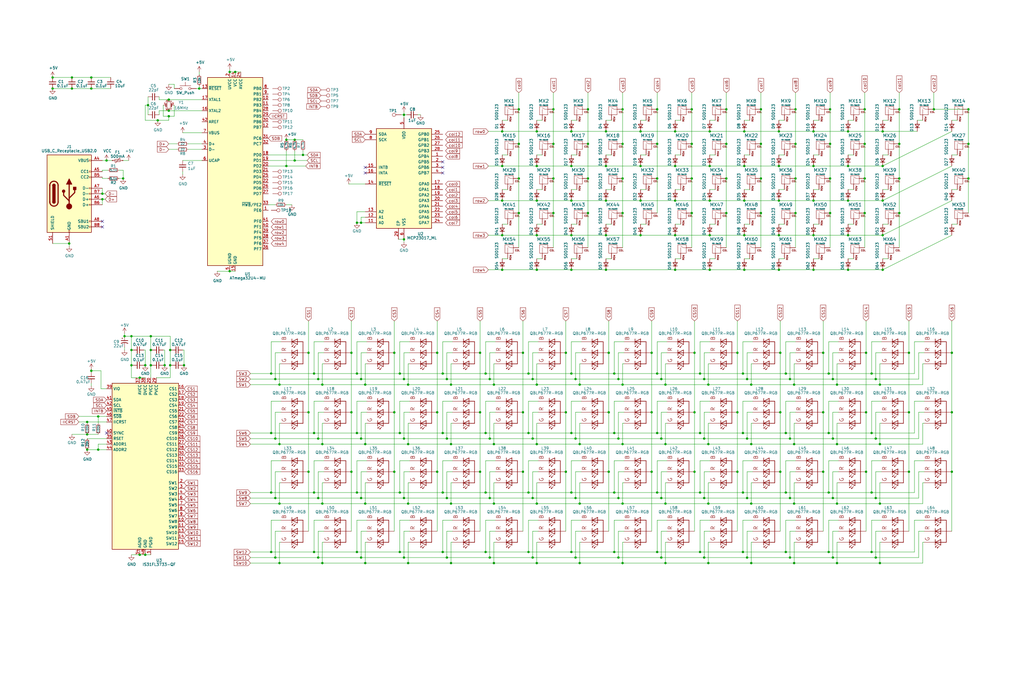
<source format=kicad_sch>
(kicad_sch (version 20211123) (generator eeschema)
  (paper "User" 470.002 319.989)
  (title_block (title "bd64") (date "2022-06-01") (company "beadybiddle"))
  (junction (at 342.9 201.295))
  (junction (at 344.805 176.53))
  (junction (at 165.735 102.235))
  (junction (at 183.515 253.365))
  (junction (at 321.31 171.45))
  (junction (at 342.9 228.6))
  (junction (at 238.125 81.915))
  (junction (at 333.375 66.04))
  (junction (at 342.9 255.905))
  (junction (at 146.05 228.6))
  (junction (at 283.845 173.99))
  (junction (at 436.88 189.23))
  (junction (at 294.005 60.325))
  (junction (at 240.03 189.23))
  (junction (at 305.435 203.835))
  (junction (at 224.79 201.295))
  (junction (at 254 66.04))
  (junction (at 187.325 203.835))
  (junction (at 305.435 231.14))
  (junction (at 167.64 258.445))
  (junction (at 341.63 123.825))
  (junction (at 254 50.165))
  (junction (at 309.88 76.2))
  (junction (at 269.875 66.04))
  (junction (at 417.195 216.535))
  (junction (at 147.955 176.53))
  (junction (at 373.38 92.075))
  (junction (at 382.27 173.99))
  (junction (at 203.2 171.45))
  (junction (at 405.13 123.825))
  (junction (at 382.27 228.6))
  (junction (at 185.42 201.295))
  (junction (at 396.875 50.165))
  (junction (at 56.515 81.915))
  (junction (at 224.79 173.99))
  (junction (at 207.01 258.445))
  (junction (at 128.27 231.14))
  (junction (at 105.41 124.46))
  (junction (at 262.255 198.755))
  (junction (at 57.15 154.305))
  (junction (at 325.12 231.14))
  (junction (at 126.365 228.6))
  (junction (at 301.625 198.755))
  (junction (at 72.39 55.245))
  (junction (at 278.13 123.825))
  (junction (at 357.505 60.325))
  (junction (at 262.255 60.325))
  (junction (at 403.86 258.445))
  (junction (at 285.75 81.915))
  (junction (at 126.365 255.905))
  (junction (at 126.365 173.99))
  (junction (at 144.145 198.755))
  (junction (at 318.77 189.23))
  (junction (at 401.955 173.99))
  (junction (at 323.215 173.99))
  (junction (at 207.01 203.835))
  (junction (at 405.13 107.95))
  (junction (at 318.77 216.535))
  (junction (at 357.505 107.95))
  (junction (at 244.475 173.99))
  (junction (at 40.005 193.675))
  (junction (at 309.88 123.825))
  (junction (at 301.625 171.45))
  (junction (at 358.14 189.23))
  (junction (at 77.47 53.34))
  (junction (at 246.38 92.075))
  (junction (at 146.05 255.905))
  (junction (at 41.91 170.18))
  (junction (at 128.27 258.445))
  (junction (at 396.875 66.04))
  (junction (at 242.57 198.755))
  (junction (at 167.64 176.53))
  (junction (at 40.005 199.39))
  (junction (at 246.38 203.835))
  (junction (at 401.955 255.905))
  (junction (at 226.695 231.14))
  (junction (at 262.255 253.365))
  (junction (at 349.25 50.165))
  (junction (at 183.515 171.45))
  (junction (at 281.94 226.06))
  (junction (at 299.085 216.535))
  (junction (at 222.885 198.755))
  (junction (at 180.975 161.925))
  (junction (at 342.9 173.99))
  (junction (at 246.38 231.14))
  (junction (at 207.01 176.53))
  (junction (at 389.255 107.95))
  (junction (at 205.105 173.99))
  (junction (at 264.16 255.905))
  (junction (at 165.735 173.99))
  (junction (at 405.13 60.325))
  (junction (at 444.5 66.04))
  (junction (at 69.215 154.305))
  (junction (at 405.13 92.075))
  (junction (at 285.75 231.14))
  (junction (at 400.05 253.365))
  (junction (at 144.145 253.365))
  (junction (at 333.375 97.79))
  (junction (at 165.735 201.295))
  (junction (at 77.47 50.8))
  (junction (at 246.38 176.53))
  (junction (at 377.825 216.535))
  (junction (at 294.005 76.2))
  (junction (at 141.605 216.535))
  (junction (at 301.625 226.06))
  (junction (at 299.085 189.23))
  (junction (at 285.75 97.79))
  (junction (at 382.27 201.295))
  (junction (at 317.5 66.04))
  (junction (at 266.065 203.835))
  (junction (at 46.99 91.44))
  (junction (at 412.75 81.915))
  (junction (at 161.29 161.925))
  (junction (at 357.505 76.2))
  (junction (at 364.49 231.14))
  (junction (at 381 81.915))
  (junction (at 360.68 171.45))
  (junction (at 381 97.79))
  (junction (at 69.215 160.655))
  (junction (at 220.345 216.535))
  (junction (at 389.255 92.075))
  (junction (at 230.505 123.825))
  (junction (at 279.4 189.23))
  (junction (at 200.66 189.23))
  (junction (at 238.125 66.04))
  (junction (at 381 66.04))
  (junction (at 200.66 216.535))
  (junction (at 220.345 161.925))
  (junction (at 262.255 123.825))
  (junction (at 397.51 161.925))
  (junction (at 365.125 66.04))
  (junction (at 40.005 206.375))
  (junction (at 64.135 254.635))
  (junction (at 301.625 50.165))
  (junction (at 305.435 258.445))
  (junction (at 301.625 253.365))
  (junction (at 222.885 171.45))
  (junction (at 165.735 228.6))
  (junction (at 107.95 33.02))
  (junction (at 325.755 123.825))
  (junction (at 66.675 254.635))
  (junction (at 397.51 216.535))
  (junction (at 321.31 253.365))
  (junction (at 262.255 226.06))
  (junction (at 262.255 76.2))
  (junction (at 384.175 203.835))
  (junction (at 403.86 203.835))
  (junction (at 230.505 107.95))
  (junction (at 124.46 226.06))
  (junction (at 349.25 66.04))
  (junction (at 147.955 231.14))
  (junction (at 365.125 81.915))
  (junction (at 365.125 97.79))
  (junction (at 31.75 111.76))
  (junction (at 185.42 109.855))
  (junction (at 266.065 258.445))
  (junction (at 400.05 198.755))
  (junction (at 45.085 206.375))
  (junction (at 146.05 201.295))
  (junction (at 358.14 216.535))
  (junction (at 436.88 216.535))
  (junction (at 222.885 253.365))
  (junction (at 364.49 203.835))
  (junction (at 33.02 35.56))
  (junction (at 146.05 173.99))
  (junction (at 128.27 203.835))
  (junction (at 325.755 60.325))
  (junction (at 183.515 226.06))
  (junction (at 341.63 107.95))
  (junction (at 338.455 161.925))
  (junction (at 333.375 50.165))
  (junction (at 303.53 255.905))
  (junction (at 340.995 253.365))
  (junction (at 436.88 161.925))
  (junction (at 75.565 167.64))
  (junction (at 285.75 50.165))
  (junction (at 259.715 161.925))
  (junction (at 389.255 76.2))
  (junction (at 163.83 198.755))
  (junction (at 301.625 66.04))
  (junction (at 269.875 50.165))
  (junction (at 139.065 71.12))
  (junction (at 84.455 167.64))
  (junction (at 262.255 171.45))
  (junction (at 230.505 76.2))
  (junction (at 60.325 154.305))
  (junction (at 262.255 107.95))
  (junction (at 294.005 92.075))
  (junction (at 309.88 60.325))
  (junction (at 380.365 171.45))
  (junction (at 317.5 97.79))
  (junction (at 281.94 198.755))
  (junction (at 167.64 203.835))
  (junction (at 412.75 97.79))
  (junction (at 278.13 76.2))
  (junction (at 400.05 171.45))
  (junction (at 46.99 88.9))
  (junction (at 338.455 189.23))
  (junction (at 244.475 201.295))
  (junction (at 362.585 255.905))
  (junction (at 340.995 198.755))
  (junction (at 161.29 189.23))
  (junction (at 226.695 258.445))
  (junction (at 203.2 198.755))
  (junction (at 78.105 160.655))
  (junction (at 303.53 201.295))
  (junction (at 242.57 171.45))
  (junction (at 279.4 161.925))
  (junction (at 246.38 76.2))
  (junction (at 163.83 171.45))
  (junction (at 381 50.165))
  (junction (at 205.105 228.6))
  (junction (at 105.41 33.02))
  (junction (at 373.38 107.95))
  (junction (at 384.175 258.445))
  (junction (at 281.94 171.45))
  (junction (at 362.585 201.295))
  (junction (at 135.255 64.135))
  (junction (at 417.195 161.925))
  (junction (at 389.255 123.825))
  (junction (at 349.25 97.79))
  (junction (at 77.47 45.72))
  (junction (at 321.31 198.755))
  (junction (at 91.44 40.64))
  (junction (at 380.365 253.365))
  (junction (at 45.085 191.135))
  (junction (at 323.215 201.295))
  (junction (at 240.03 216.535))
  (junction (at 323.215 255.905))
  (junction (at 325.12 203.835))
  (junction (at 325.755 107.95))
  (junction (at 362.585 173.99))
  (junction (at 360.68 198.755))
  (junction (at 389.255 60.325))
  (junction (at 60.325 167.64))
  (junction (at 64.135 173.355))
  (junction (at 67.945 48.26))
  (junction (at 203.2 253.365))
  (junction (at 412.75 50.165))
  (junction (at 377.825 161.925))
  (junction (at 147.955 258.445))
  (junction (at 321.31 226.06))
  (junction (at 131.445 76.2))
  (junction (at 344.805 258.445))
  (junction (at 444.5 81.915))
  (junction (at 185.42 255.905))
  (junction (at 317.5 81.915))
  (junction (at 384.175 176.53))
  (junction (at 340.995 171.45))
  (junction (at 224.79 255.905))
  (junction (at 238.125 50.165))
  (junction (at 226.695 203.835))
  (junction (at 397.51 189.23))
  (junction (at 285.75 66.04))
  (junction (at 163.83 102.235))
  (junction (at 128.27 176.53))
  (junction (at 403.86 176.53))
  (junction (at 203.2 226.06))
  (junction (at 360.68 253.365))
  (junction (at 360.68 226.06))
  (junction (at 48.895 73.66))
  (junction (at 41.91 40.64))
  (junction (at 207.01 231.14))
  (junction (at 165.735 255.905))
  (junction (at 144.145 171.45))
  (junction (at 264.16 201.295))
  (junction (at 180.975 216.535))
  (junction (at 269.875 97.79))
  (junction (at 135.255 73.66))
  (junction (at 309.88 107.95))
  (junction (at 344.805 203.835))
  (junction (at 187.325 176.53))
  (junction (at 33.02 40.64))
  (junction (at 180.975 189.23))
  (junction (at 365.125 50.165))
  (junction (at 124.46 253.365))
  (junction (at 246.38 123.825))
  (junction (at 185.42 173.99))
  (junction (at 412.75 66.04))
  (junction (at 163.83 253.365))
  (junction (at 187.325 258.445))
  (junction (at 338.455 216.535))
  (junction (at 364.49 176.53))
  (junction (at 396.875 97.79))
  (junction (at 341.63 76.2))
  (junction (at 325.755 76.2))
  (junction (at 126.365 201.295))
  (junction (at 163.83 226.06))
  (junction (at 349.25 81.915))
  (junction (at 401.955 228.6))
  (junction (at 240.03 161.925))
  (junction (at 220.345 189.23))
  (junction (at 380.365 226.06))
  (junction (at 344.805 231.14))
  (junction (at 305.435 176.53))
  (junction (at 317.5 50.165))
  (junction (at 294.005 107.95))
  (junction (at 373.38 123.825))
  (junction (at 309.88 92.075))
  (junction (at 244.475 255.905))
  (junction (at 224.79 228.6))
  (junction (at 285.75 258.445))
  (junction (at 230.505 60.325))
  (junction (at 373.38 60.325))
  (junction (at 362.585 228.6))
  (junction (at 364.49 258.445))
  (junction (at 144.145 226.06))
  (junction (at 283.845 228.6))
  (junction (at 382.27 255.905))
  (junction (at 222.885 226.06))
  (junction (at 373.38 76.2))
  (junction (at 78.105 167.64))
  (junction (at 279.4 216.535))
  (junction (at 357.505 92.075))
  (junction (at 266.065 176.53))
  (junction (at 303.53 173.99))
  (junction (at 380.365 198.755))
  (junction (at 69.215 167.64))
  (junction (at 281.94 253.365))
  (junction (at 285.75 203.835))
  (junction (at 161.29 216.535))
  (junction (at 357.505 123.825))
  (junction (at 278.13 107.95))
  (junction (at 246.38 107.95))
  (junction (at 340.995 226.06))
  (junction (at 396.875 81.915))
  (junction (at 167.64 231.14))
  (junction (at 377.825 189.23))
  (junction (at 264.16 173.99))
  (junction (at 66.675 167.64))
  (junction (at 400.05 226.06))
  (junction (at 244.475 228.6))
  (junction (at 301.625 81.915))
  (junction (at 24.13 35.56))
  (junction (at 254 81.915))
  (junction (at 187.325 231.14))
  (junction (at 141.605 161.925))
  (junction (at 230.505 92.075))
  (junction (at 325.12 258.445))
  (junction (at 259.715 189.23))
  (junction (at 147.955 203.835))
  (junction (at 341.63 60.325))
  (junction (at 405.13 76.2))
  (junction (at 283.845 255.905))
  (junction (at 131.445 64.135))
  (junction (at 417.195 189.23))
  (junction (at 242.57 226.06))
  (junction (at 341.63 92.075))
  (junction (at 278.13 92.075))
  (junction (at 266.065 231.14))
  (junction (at 238.125 97.79))
  (junction (at 325.12 176.53))
  (junction (at 358.14 161.925))
  (junction (at 242.57 253.365))
  (junction (at 254 97.79))
  (junction (at 60.325 160.655))
  (junction (at 269.875 81.915))
  (junction (at 333.375 81.915))
  (junction (at 124.46 171.45))
  (junction (at 323.215 228.6))
  (junction (at 259.715 216.535))
  (junction (at 185.42 228.6))
  (junction (at 403.86 231.14))
  (junction (at 303.53 228.6))
  (junction (at 200.66 161.925))
  (junction (at 185.42 52.705))
  (junction (at 24.13 40.64))
  (junction (at 428.625 50.165))
  (junction (at 124.46 198.755))
  (junction (at 285.75 176.53))
  (junction (at 384.175 231.14))
  (junction (at 278.13 60.325))
  (junction (at 444.5 50.165))
  (junction (at 41.91 35.56))
  (junction (at 246.38 258.445))
  (junction (at 401.955 201.295))
  (junction (at 183.515 198.755))
  (junction (at 205.105 255.905))
  (junction (at 283.845 201.295))
  (junction (at 262.255 92.075))
  (junction (at 205.105 201.295))
  (junction (at 325.755 92.075))
  (junction (at 141.605 189.23))
  (junction (at 318.77 161.925))
  (junction (at 226.695 176.53))
  (junction (at 246.38 60.325))
  (junction (at 264.16 228.6))
  (junction (at 299.085 161.925))
  (no_connect (at 167.64 79.375))
  (no_connect (at 46.99 104.14))
  (no_connect (at 167.64 76.835))
  (no_connect (at 203.2 79.375))
  (no_connect (at 46.99 101.6))
  (no_connect (at 203.2 74.295))
  (no_connect (at 203.2 76.835))
  (no_connect (at 48.895 198.755))
  (wire (pts (xy 126.365 243.84) (xy 128.905 243.84)))
  (wire (pts (xy 203.2 156.845) (xy 203.2 171.45)))
  (wire (pts (xy 247.015 167.005) (xy 246.38 167.005)))
  (wire (pts (xy 391.795 86.995) (xy 389.255 86.995)))
  (wire (pts (xy 358.14 147.32) (xy 358.14 161.925)))
  (wire (pts (xy 224.79 216.535) (xy 227.33 216.535)))
  (wire (pts (xy 365.125 81.915) (xy 365.125 66.04)))
  (wire (pts (xy 242.57 211.455) (xy 242.57 226.06)))
  (wire (pts (xy 401.955 189.23) (xy 404.495 189.23)))
  (wire (pts (xy 305.435 167.005) (xy 305.435 176.53)))
  (wire (pts (xy 404.495 211.455) (xy 400.05 211.455)))
  (wire (pts (xy 321.31 253.365) (xy 301.625 253.365)))
  (wire (pts (xy 407.67 86.995) (xy 405.13 86.995)))
  (wire (pts (xy 54.61 81.915) (xy 56.515 81.915)))
  (wire (pts (xy 264.16 255.905) (xy 264.16 243.84)))
  (wire (pts (xy 360.68 238.76) (xy 360.68 253.365)))
  (wire (pts (xy 285.75 231.14) (xy 266.065 231.14)))
  (wire (pts (xy 246.38 167.005) (xy 246.38 176.53)))
  (wire (pts (xy 262.255 171.45) (xy 242.57 171.45)))
  (wire (pts (xy 360.68 184.15) (xy 360.68 198.755)))
  (wire (pts (xy 360.045 71.12) (xy 357.505 71.12)))
  (wire (pts (xy 46.99 73.66) (xy 48.895 73.66)))
  (wire (pts (xy 436.88 60.325) (xy 405.13 76.2)))
  (wire (pts (xy 280.67 71.12) (xy 278.13 71.12)))
  (wire (pts (xy 365.125 156.845) (xy 360.68 156.845)))
  (wire (pts (xy 309.88 123.825) (xy 325.755 123.825)))
  (wire (pts (xy 227.33 238.76) (xy 222.885 238.76)))
  (wire (pts (xy 424.18 221.615) (xy 423.545 221.615)))
  (wire (pts (xy 247.015 194.31) (xy 246.38 194.31)))
  (wire (pts (xy 180.975 147.32) (xy 180.975 161.925)))
  (wire (pts (xy 222.885 226.06) (xy 203.2 226.06)))
  (wire (pts (xy 382.27 216.535) (xy 384.81 216.535)))
  (wire (pts (xy 203.2 211.455) (xy 203.2 226.06)))
  (wire (pts (xy 126.365 173.99) (xy 126.365 161.925)))
  (wire (pts (xy 165.735 189.23) (xy 168.275 189.23)))
  (wire (pts (xy 391.795 102.87) (xy 389.255 102.87)))
  (wire (pts (xy 333.375 97.79) (xy 333.375 113.665)))
  (wire (pts (xy 384.175 258.445) (xy 364.49 258.445)))
  (wire (pts (xy 230.505 76.2) (xy 224.155 76.2)))
  (wire (pts (xy 203.2 184.15) (xy 203.2 198.755)))
  (wire (pts (xy 187.96 184.15) (xy 183.515 184.15)))
  (wire (pts (xy 306.07 184.15) (xy 301.625 184.15)))
  (wire (pts (xy 375.92 71.12) (xy 373.38 71.12)))
  (wire (pts (xy 279.4 147.32) (xy 279.4 161.925)))
  (wire (pts (xy 286.385 194.31) (xy 285.75 194.31)))
  (wire (pts (xy 280.67 118.745) (xy 278.13 118.745)))
  (wire (pts (xy 357.505 60.325) (xy 373.38 60.325)))
  (wire (pts (xy 48.895 206.375) (xy 45.085 206.375)))
  (wire (pts (xy 345.44 156.845) (xy 340.995 156.845)))
  (wire (pts (xy 64.135 254.635) (xy 66.675 254.635)))
  (wire (pts (xy 303.53 161.925) (xy 306.07 161.925)))
  (wire (pts (xy 230.505 107.95) (xy 224.155 107.95)))
  (wire (pts (xy 144.145 156.845) (xy 144.145 171.45)))
  (wire (pts (xy 299.085 189.23) (xy 299.085 216.535)))
  (wire (pts (xy 141.605 216.535) (xy 141.605 243.84)))
  (wire (pts (xy 183.515 238.76) (xy 183.515 253.365)))
  (wire (pts (xy 140.97 73.66) (xy 135.255 73.66)))
  (wire (pts (xy 66.675 173.355) (xy 64.135 173.355)))
  (wire (pts (xy 266.7 238.76) (xy 262.255 238.76)))
  (wire (pts (xy 382.27 173.99) (xy 382.27 161.925)))
  (wire (pts (xy 227.33 221.615) (xy 226.695 221.615)))
  (wire (pts (xy 305.435 194.31) (xy 305.435 203.835)))
  (wire (pts (xy 323.215 216.535) (xy 325.755 216.535)))
  (wire (pts (xy 131.445 69.215) (xy 131.445 76.2)))
  (wire (pts (xy 266.7 221.615) (xy 266.065 221.615)))
  (wire (pts (xy 266.065 203.835) (xy 246.38 203.835)))
  (wire (pts (xy 444.5 81.915) (xy 444.5 66.04)))
  (wire (pts (xy 203.2 171.45) (xy 183.515 171.45)))
  (wire (pts (xy 207.645 211.455) (xy 203.2 211.455)))
  (wire (pts (xy 285.75 97.79) (xy 285.75 81.915)))
  (wire (pts (xy 303.53 243.84) (xy 306.07 243.84)))
  (wire (pts (xy 303.53 201.295) (xy 303.53 189.23)))
  (wire (pts (xy 325.755 123.825) (xy 341.63 123.825)))
  (wire (pts (xy 391.795 118.745) (xy 389.255 118.745)))
  (wire (pts (xy 77.47 55.245) (xy 72.39 55.245)))
  (wire (pts (xy 246.38 123.825) (xy 262.255 123.825)))
  (wire (pts (xy 242.57 253.365) (xy 222.885 253.365)))
  (wire (pts (xy 148.59 167.005) (xy 147.955 167.005)))
  (wire (pts (xy 264.16 228.6) (xy 264.16 216.535)))
  (wire (pts (xy 362.585 161.925) (xy 365.125 161.925)))
  (wire (pts (xy 78.105 173.355) (xy 78.105 167.64)))
  (wire (pts (xy 362.585 189.23) (xy 365.125 189.23)))
  (wire (pts (xy 186.69 52.705) (xy 185.42 52.705)))
  (wire (pts (xy 45.085 194.31) (xy 45.085 191.135)))
  (wire (pts (xy 391.795 71.12) (xy 389.255 71.12)))
  (wire (pts (xy 419.735 156.845) (xy 419.735 171.45)))
  (wire (pts (xy 306.07 248.92) (xy 305.435 248.92)))
  (wire (pts (xy 317.5 97.79) (xy 317.5 81.915)))
  (wire (pts (xy 299.085 147.32) (xy 299.085 161.925)))
  (wire (pts (xy 285.75 203.835) (xy 266.065 203.835)))
  (wire (pts (xy 107.95 33.02) (xy 105.41 33.02)))
  (wire (pts (xy 405.13 92.075) (xy 436.88 76.2)))
  (wire (pts (xy 238.125 113.665) (xy 238.125 97.79)))
  (wire (pts (xy 144.145 171.45) (xy 124.46 171.45)))
  (wire (pts (xy 185.42 228.6) (xy 205.105 228.6)))
  (wire (pts (xy 381 81.915) (xy 381 97.79)))
  (wire (pts (xy 240.03 189.23) (xy 240.03 216.535)))
  (wire (pts (xy 317.5 66.04) (xy 317.5 50.165)))
  (wire (pts (xy 207.01 221.615) (xy 207.01 231.14)))
  (wire (pts (xy 373.38 107.95) (xy 357.505 107.95)))
  (wire (pts (xy 259.715 189.23) (xy 259.715 216.535)))
  (wire (pts (xy 222.885 238.76) (xy 222.885 253.365)))
  (wire (pts (xy 283.845 161.925) (xy 286.385 161.925)))
  (wire (pts (xy 403.86 203.835) (xy 384.175 203.835)))
  (wire (pts (xy 412.75 66.04) (xy 412.75 50.165)))
  (wire (pts (xy 185.42 243.84) (xy 187.96 243.84)))
  (wire (pts (xy 404.495 238.76) (xy 400.05 238.76)))
  (wire (pts (xy 246.38 176.53) (xy 226.695 176.53)))
  (wire (pts (xy 185.42 111.125) (xy 185.42 109.855)))
  (wire (pts (xy 161.29 147.32) (xy 161.29 161.925)))
  (wire (pts (xy 407.67 118.745) (xy 405.13 118.745)))
  (wire (pts (xy 325.755 76.2) (xy 309.88 76.2)))
  (wire (pts (xy 168.275 184.15) (xy 163.83 184.15)))
  (wire (pts (xy 423.545 258.445) (xy 403.86 258.445)))
  (wire (pts (xy 345.44 167.005) (xy 344.805 167.005)))
  (wire (pts (xy 325.12 203.835) (xy 305.435 203.835)))
  (wire (pts (xy 205.105 173.99) (xy 205.105 161.925)))
  (wire (pts (xy 124.46 184.15) (xy 124.46 198.755)))
  (wire (pts (xy 325.755 107.95) (xy 309.88 107.95)))
  (wire (pts (xy 384.175 203.835) (xy 364.49 203.835)))
  (wire (pts (xy 66.675 55.245) (xy 72.39 55.245)))
  (wire (pts (xy 146.05 161.925) (xy 148.59 161.925)))
  (wire (pts (xy 421.64 189.23) (xy 424.18 189.23)))
  (wire (pts (xy 207.645 248.92) (xy 207.01 248.92)))
  (wire (pts (xy 325.12 258.445) (xy 305.435 258.445)))
  (wire (pts (xy 341.63 92.075) (xy 357.505 92.075)))
  (wire (pts (xy 266.7 194.31) (xy 266.065 194.31)))
  (wire (pts (xy 364.49 248.92) (xy 364.49 258.445)))
  (wire (pts (xy 81.28 66.04) (xy 77.47 66.04)))
  (wire (pts (xy 248.92 118.745) (xy 246.38 118.745)))
  (wire (pts (xy 382.27 201.295) (xy 382.27 189.23)))
  (wire (pts (xy 396.875 50.165) (xy 396.875 66.04)))
  (wire (pts (xy 285.75 194.31) (xy 285.75 203.835)))
  (wire (pts (xy 305.435 203.835) (xy 285.75 203.835)))
  (wire (pts (xy 340.995 171.45) (xy 321.31 171.45)))
  (wire (pts (xy 205.105 228.6) (xy 224.79 228.6)))
  (wire (pts (xy 128.905 184.15) (xy 124.46 184.15)))
  (wire (pts (xy 342.9 255.905) (xy 323.215 255.905)))
  (wire (pts (xy 259.715 147.32) (xy 259.715 161.925)))
  (wire (pts (xy 222.885 156.845) (xy 222.885 171.45)))
  (wire (pts (xy 365.125 66.04) (xy 365.125 50.165)))
  (wire (pts (xy 41.91 169.545) (xy 41.91 170.18)))
  (wire (pts (xy 128.905 167.005) (xy 128.27 167.005)))
  (wire (pts (xy 262.255 107.95) (xy 246.38 107.95)))
  (wire (pts (xy 246.38 258.445) (xy 226.695 258.445)))
  (wire (pts (xy 259.715 216.535) (xy 259.715 243.84)))
  (wire (pts (xy 262.255 123.825) (xy 278.13 123.825)))
  (wire (pts (xy 266.065 167.005) (xy 266.065 176.53)))
  (wire (pts (xy 48.895 73.66) (xy 51.435 73.66)))
  (wire (pts (xy 54.61 78.105) (xy 56.515 78.105)))
  (wire (pts (xy 377.825 189.23) (xy 377.825 216.535)))
  (wire (pts (xy 126.365 255.905) (xy 126.365 243.84)))
  (wire (pts (xy 401.955 255.905) (xy 401.955 243.84)))
  (wire (pts (xy 185.42 228.6) (xy 185.42 216.535)))
  (wire (pts (xy 244.475 228.6) (xy 244.475 216.535)))
  (wire (pts (xy 246.38 203.835) (xy 226.695 203.835)))
  (wire (pts (xy 60.325 173.355) (xy 60.325 167.64)))
  (wire (pts (xy 41.91 35.56) (xy 50.8 35.56)))
  (wire (pts (xy 126.365 228.6) (xy 126.365 216.535)))
  (wire (pts (xy 244.475 201.295) (xy 264.16 201.295)))
  (wire (pts (xy 163.83 102.235) (xy 163.83 97.155)))
  (wire (pts (xy 299.085 161.925) (xy 299.085 189.23)))
  (wire (pts (xy 135.255 64.135) (xy 139.065 64.135)))
  (wire (pts (xy 56.515 73.66) (xy 59.055 73.66)))
  (wire (pts (xy 233.045 55.245) (xy 230.505 55.245)))
  (wire (pts (xy 73.025 45.72) (xy 73.025 44.45)))
  (wire (pts (xy 227.33 184.15) (xy 222.885 184.15)))
  (wire (pts (xy 281.94 184.15) (xy 281.94 198.755)))
  (wire (pts (xy 266.065 258.445) (xy 246.38 258.445)))
  (wire (pts (xy 375.92 55.245) (xy 373.38 55.245)))
  (wire (pts (xy 325.755 156.845) (xy 321.31 156.845)))
  (wire (pts (xy 222.885 253.365) (xy 203.2 253.365)))
  (wire (pts (xy 163.83 171.45) (xy 144.145 171.45)))
  (wire (pts (xy 187.325 248.92) (xy 187.325 258.445)))
  (wire (pts (xy 401.955 243.84) (xy 404.495 243.84)))
  (wire (pts (xy 321.31 211.455) (xy 321.31 226.06)))
  (wire (pts (xy 344.805 194.31) (xy 344.805 203.835)))
  (wire (pts (xy 283.845 173.99) (xy 303.53 173.99)))
  (wire (pts (xy 163.83 156.845) (xy 163.83 171.45)))
  (wire (pts (xy 283.845 216.535) (xy 286.385 216.535)))
  (wire (pts (xy 244.475 201.295) (xy 244.475 189.23)))
  (wire (pts (xy 345.44 194.31) (xy 344.805 194.31)))
  (wire (pts (xy 207.645 221.615) (xy 207.01 221.615)))
  (wire (pts (xy 389.255 107.95) (xy 373.38 107.95)))
  (wire (pts (xy 404.495 221.615) (xy 403.86 221.615)))
  (wire (pts (xy 325.12 176.53) (xy 305.435 176.53)))
  (wire (pts (xy 377.825 216.535) (xy 377.825 243.84)))
  (wire (pts (xy 384.81 211.455) (xy 380.365 211.455)))
  (wire (pts (xy 283.845 255.905) (xy 264.16 255.905)))
  (wire (pts (xy 77.47 45.72) (xy 92.71 45.72)))
  (wire (pts (xy 405.13 76.2) (xy 389.255 76.2)))
  (wire (pts (xy 325.12 221.615) (xy 325.12 231.14)))
  (wire (pts (xy 165.735 228.6) (xy 165.735 216.535)))
  (wire (pts (xy 259.715 161.925) (xy 259.715 189.23)))
  (wire (pts (xy 333.375 50.165) (xy 333.375 66.04)))
  (wire (pts (xy 342.9 173.99) (xy 342.9 161.925)))
  (wire (pts (xy 345.44 184.15) (xy 340.995 184.15)))
  (wire (pts (xy 126.365 173.99) (xy 146.05 173.99)))
  (wire (pts (xy 248.92 55.245) (xy 246.38 55.245)))
  (wire (pts (xy 165.735 216.535) (xy 168.275 216.535)))
  (wire (pts (xy 421.64 216.535) (xy 424.18 216.535)))
  (wire (pts (xy 71.755 173.355) (xy 78.105 173.355)))
  (wire (pts (xy 341.63 123.825) (xy 357.505 123.825)))
  (wire (pts (xy 187.96 167.005) (xy 187.325 167.005)))
  (wire (pts (xy 345.44 238.76) (xy 340.995 238.76)))
  (wire (pts (xy 224.79 173.99) (xy 224.79 161.925)))
  (wire (pts (xy 207.01 176.53) (xy 187.325 176.53)))
  (wire (pts (xy 69.215 167.64) (xy 69.85 167.64)))
  (wire (pts (xy 78.105 160.655) (xy 78.105 154.305)))
  (wire (pts (xy 318.77 147.32) (xy 318.77 161.925)))
  (wire (pts (xy 124.46 226.06) (xy 114.935 226.06)))
  (wire (pts (xy 360.68 211.455) (xy 360.68 226.06)))
  (wire (pts (xy 280.67 86.995) (xy 278.13 86.995)))
  (wire (pts (xy 344.17 102.87) (xy 341.63 102.87)))
  (wire (pts (xy 400.05 226.06) (xy 380.365 226.06)))
  (wire (pts (xy 247.015 156.845) (xy 242.57 156.845)))
  (wire (pts (xy 317.5 113.665) (xy 317.5 97.79)))
  (wire (pts (xy 389.255 60.325) (xy 405.13 60.325)))
  (wire (pts (xy 123.19 76.2) (xy 131.445 76.2)))
  (wire (pts (xy 306.07 211.455) (xy 301.625 211.455)))
  (wire (pts (xy 91.44 33.02) (xy 91.44 34.29)))
  (wire (pts (xy 344.805 258.445) (xy 325.12 258.445)))
  (wire (pts (xy 342.9 255.905) (xy 342.9 243.84)))
  (wire (pts (xy 246.38 76.2) (xy 230.505 76.2)))
  (wire (pts (xy 74.93 48.26) (xy 74.93 53.34)))
  (wire (pts (xy 404.495 194.31) (xy 403.86 194.31)))
  (wire (pts (xy 380.365 171.45) (xy 360.68 171.45)))
  (wire (pts (xy 283.845 201.295) (xy 283.845 189.23)))
  (wire (pts (xy 124.46 198.755) (xy 114.935 198.755)))
  (wire (pts (xy 381 66.04) (xy 381 81.915)))
  (wire (pts (xy 421.64 173.99) (xy 421.64 161.925)))
  (wire (pts (xy 91.44 39.37) (xy 91.44 40.64)))
  (wire (pts (xy 341.63 76.2) (xy 357.505 76.2)))
  (wire (pts (xy 183.515 198.755) (xy 163.83 198.755)))
  (wire (pts (xy 428.625 50.165) (xy 444.5 50.165)))
  (wire (pts (xy 321.31 198.755) (xy 301.625 198.755)))
  (wire (pts (xy 110.49 33.02) (xy 107.95 33.02)))
  (wire (pts (xy 254 42.545) (xy 254 50.165)))
  (wire (pts (xy 264.16 173.99) (xy 264.16 161.925)))
  (wire (pts (xy 92.71 60.96) (xy 83.82 60.96)))
  (wire (pts (xy 404.495 167.005) (xy 403.86 167.005)))
  (wire (pts (xy 207.01 194.31) (xy 207.01 203.835)))
  (wire (pts (xy 317.5 81.915) (xy 317.5 66.04)))
  (wire (pts (xy 147.955 248.92) (xy 147.955 258.445)))
  (wire (pts (xy 404.495 184.15) (xy 400.05 184.15)))
  (wire (pts (xy 148.59 156.845) (xy 144.145 156.845)))
  (wire (pts (xy 238.125 97.79) (xy 238.125 81.915)))
  (wire (pts (xy 46.99 86.36) (xy 46.99 88.9)))
  (wire (pts (xy 207.645 194.31) (xy 207.01 194.31)))
  (wire (pts (xy 187.96 238.76) (xy 183.515 238.76)))
  (wire (pts (xy 230.505 92.075) (xy 246.38 92.075)))
  (wire (pts (xy 224.79 228.6) (xy 244.475 228.6)))
  (wire (pts (xy 205.105 243.84) (xy 207.645 243.84)))
  (wire (pts (xy 168.275 211.455) (xy 163.83 211.455)))
  (wire (pts (xy 417.195 189.23) (xy 417.195 216.535)))
  (wire (pts (xy 187.96 194.31) (xy 187.325 194.31)))
  (wire (pts (xy 321.31 226.06) (xy 301.625 226.06)))
  (wire (pts (xy 266.065 221.615) (xy 266.065 231.14)))
  (wire (pts (xy 161.29 161.925) (xy 161.29 189.23)))
  (wire (pts (xy 299.085 216.535) (xy 299.085 243.84)))
  (wire (pts (xy 325.755 167.005) (xy 325.12 167.005)))
  (wire (pts (xy 146.05 201.295) (xy 146.05 189.23)))
  (wire (pts (xy 401.955 201.295) (xy 421.64 201.295)))
  (wire (pts (xy 424.18 248.92) (xy 423.545 248.92)))
  (wire (pts (xy 205.105 216.535) (xy 207.645 216.535)))
  (wire (pts (xy 200.66 147.32) (xy 200.66 161.925)))
  (wire (pts (xy 384.175 221.615) (xy 384.175 231.14)))
  (wire (pts (xy 344.805 167.005) (xy 344.805 176.53)))
  (wire (pts (xy 167.64 167.005) (xy 167.64 176.53)))
  (wire (pts (xy 41.91 40.64) (xy 33.02 40.64)))
  (wire (pts (xy 389.255 92.075) (xy 405.13 92.075)))
  (wire (pts (xy 264.16 201.295) (xy 283.845 201.295)))
  (wire (pts (xy 266.065 248.92) (xy 266.065 258.445)))
  (wire (pts (xy 285.75 176.53) (xy 266.065 176.53)))
  (wire (pts (xy 91.44 40.64) (xy 92.71 40.64)))
  (wire (pts (xy 227.33 194.31) (xy 226.695 194.31)))
  (wire (pts (xy 286.385 156.845) (xy 281.94 156.845)))
  (wire (pts (xy 306.07 221.615) (xy 305.435 221.615)))
  (wire (pts (xy 264.16 255.905) (xy 244.475 255.905)))
  (wire (pts (xy 262.255 253.365) (xy 242.57 253.365)))
  (wire (pts (xy 141.605 161.925) (xy 141.605 189.23)))
  (wire (pts (xy 168.275 194.31) (xy 167.64 194.31)))
  (wire (pts (xy 349.25 66.04) (xy 349.25 50.165)))
  (wire (pts (xy 391.795 55.245) (xy 389.255 55.245)))
  (wire (pts (xy 227.33 167.005) (xy 226.695 167.005)))
  (wire (pts (xy 244.475 255.905) (xy 244.475 243.84)))
  (wire (pts (xy 357.505 123.825) (xy 373.38 123.825)))
  (wire (pts (xy 283.845 228.6) (xy 303.53 228.6)))
  (wire (pts (xy 163.83 238.76) (xy 163.83 253.365)))
  (wire (pts (xy 444.5 50.165) (xy 444.5 66.04)))
  (wire (pts (xy 384.81 156.845) (xy 380.365 156.845)))
  (wire (pts (xy 421.64 161.925) (xy 424.18 161.925)))
  (wire (pts (xy 423.545 203.835) (xy 403.86 203.835)))
  (wire (pts (xy 380.365 226.06) (xy 360.68 226.06)))
  (wire (pts (xy 421.64 243.84) (xy 424.18 243.84)))
  (wire (pts (xy 419.735 184.15) (xy 419.735 198.755)))
  (wire (pts (xy 344.17 55.245) (xy 341.63 55.245)))
  (wire (pts (xy 114.935 228.6) (xy 126.365 228.6)))
  (wire (pts (xy 360.68 171.45) (xy 340.995 171.45)))
  (wire (pts (xy 128.905 156.845) (xy 124.46 156.845)))
  (wire (pts (xy 362.585 255.905) (xy 342.9 255.905)))
  (wire (pts (xy 338.455 189.23) (xy 338.455 216.535)))
  (wire (pts (xy 384.175 176.53) (xy 364.49 176.53)))
  (wire (pts (xy 146.05 216.535) (xy 148.59 216.535)))
  (wire (pts (xy 222.885 198.755) (xy 203.2 198.755)))
  (wire (pts (xy 439.42 86.995) (xy 436.88 86.995)))
  (wire (pts (xy 305.435 258.445) (xy 285.75 258.445)))
  (wire (pts (xy 83.82 160.655) (xy 84.455 160.655)))
  (wire (pts (xy 360.68 156.845) (xy 360.68 171.45)))
  (wire (pts (xy 400.05 156.845) (xy 400.05 171.45)))
  (wire (pts (xy 323.215 173.99) (xy 323.215 161.925)))
  (wire (pts (xy 342.9 243.84) (xy 345.44 243.84)))
  (wire (pts (xy 342.9 228.6) (xy 342.9 216.535)))
  (wire (pts (xy 357.505 92.075) (xy 373.38 92.075)))
  (wire (pts (xy 401.955 161.925) (xy 404.495 161.925)))
  (wire (pts (xy 421.64 255.905) (xy 421.64 243.84)))
  (wire (pts (xy 333.375 42.545) (xy 333.375 50.165)))
  (wire (pts (xy 227.33 156.845) (xy 222.885 156.845)))
  (wire (pts (xy 323.215 201.295) (xy 342.9 201.295)))
  (wire (pts (xy 246.38 231.14) (xy 226.695 231.14)))
  (wire (pts (xy 220.345 189.23) (xy 220.345 216.535)))
  (wire (pts (xy 148.59 211.455) (xy 144.145 211.455)))
  (wire (pts (xy 338.455 216.535) (xy 338.455 243.84)))
  (wire (pts (xy 301.625 81.915) (xy 301.625 97.79)))
  (wire (pts (xy 74.93 160.655) (xy 75.565 160.655)))
  (wire (pts (xy 264.795 118.745) (xy 262.255 118.745)))
  (wire (pts (xy 439.42 71.12) (xy 436.88 71.12)))
  (wire (pts (xy 281.94 171.45) (xy 262.255 171.45)))
  (wire (pts (xy 123.19 93.98) (xy 126.365 93.98)))
  (wire (pts (xy 222.885 211.455) (xy 222.885 226.06)))
  (wire (pts (xy 424.18 156.845) (xy 419.735 156.845)))
  (wire (pts (xy 285.75 50.165) (xy 285.75 42.545)))
  (wire (pts (xy 424.18 194.31) (xy 423.545 194.31)))
  (wire (pts (xy 207.01 231.14) (xy 187.325 231.14)))
  (wire (pts (xy 128.27 194.31) (xy 128.27 203.835)))
  (wire (pts (xy 266.065 176.53) (xy 246.38 176.53)))
  (wire (pts (xy 396.875 97.79) (xy 396.875 113.665)))
  (wire (pts (xy 405.13 123.825) (xy 436.88 107.95)))
  (wire (pts (xy 301.625 238.76) (xy 301.625 253.365)))
  (wire (pts (xy 419.735 253.365) (xy 400.05 253.365)))
  (wire (pts (xy 423.545 167.005) (xy 423.545 176.53)))
  (wire (pts (xy 131.445 93.98) (xy 133.985 93.98)))
  (wire (pts (xy 439.42 55.245) (xy 436.88 55.245)))
  (wire (pts (xy 424.18 184.15) (xy 419.735 184.15)))
  (wire (pts (xy 167.64 194.31) (xy 167.64 203.835)))
  (wire (pts (xy 325.755 60.325) (xy 341.63 60.325)))
  (wire (pts (xy 57.15 159.385) (xy 57.15 160.655)))
  (wire (pts (xy 86.36 66.04) (xy 92.71 66.04)))
  (wire (pts (xy 397.51 161.925) (xy 397.51 189.23)))
  (wire (pts (xy 224.79 255.905) (xy 224.79 243.84)))
  (wire (pts (xy 185.42 216.535) (xy 187.96 216.535)))
  (wire (pts (xy 412.75 50.165) (xy 412.75 42.545)))
  (wire (pts (xy 400.05 198.755) (xy 380.365 198.755)))
  (wire (pts (xy 66.04 160.655) (xy 66.675 160.655)))
  (wire (pts (xy 254 81.915) (xy 254 97.79)))
  (wire (pts (xy 301.625 211.455) (xy 301.625 226.06)))
  (wire (pts (xy 281.94 253.365) (xy 262.255 253.365)))
  (wire (pts (xy 400.05 211.455) (xy 400.05 226.06)))
  (wire (pts (xy 384.175 231.14) (xy 364.49 231.14)))
  (wire (pts (xy 146.05 255.905) (xy 146.05 243.84)))
  (wire (pts (xy 69.215 167.64) (xy 69.215 173.355)))
  (wire (pts (xy 165.735 173.99) (xy 165.735 161.925)))
  (wire (pts (xy 360.68 226.06) (xy 340.995 226.06)))
  (wire (pts (xy 344.805 231.14) (xy 325.12 231.14)))
  (wire (pts (xy 412.75 97.79) (xy 412.75 81.915)))
  (wire (pts (xy 301.625 226.06) (xy 281.94 226.06)))
  (wire (pts (xy 124.46 211.455) (xy 124.46 226.06)))
  (wire (pts (xy 345.44 221.615) (xy 344.805 221.615)))
  (wire (pts (xy 146.05 228.6) (xy 165.735 228.6)))
  (wire (pts (xy 230.505 60.325) (xy 246.38 60.325)))
  (wire (pts (xy 400.05 184.15) (xy 400.05 198.755)))
  (wire (pts (xy 301.625 42.545) (xy 301.625 50.165)))
  (wire (pts (xy 56.515 78.105) (xy 56.515 81.915)))
  (wire (pts (xy 404.495 156.845) (xy 400.05 156.845)))
  (wire (pts (xy 382.27 243.84) (xy 384.81 243.84)))
  (wire (pts (xy 264.16 228.6) (xy 283.845 228.6)))
  (wire (pts (xy 200.66 161.925) (xy 200.66 189.23)))
  (wire (pts (xy 67.945 44.45) (xy 67.945 48.26)))
  (wire (pts (xy 163.83 97.155) (xy 167.64 97.155)))
  (wire (pts (xy 285.75 221.615) (xy 285.75 231.14)))
  (wire (pts (xy 364.49 176.53) (xy 344.805 176.53)))
  (wire (pts (xy 266.065 231.14) (xy 246.38 231.14)))
  (wire (pts (xy 342.9 216.535) (xy 345.44 216.535)))
  (wire (pts (xy 224.79 255.905) (xy 205.105 255.905)))
  (wire (pts (xy 184.15 52.705) (xy 185.42 52.705)))
  (wire (pts (xy 40.005 201.295) (xy 48.895 201.295)))
  (wire (pts (xy 375.92 102.87) (xy 373.38 102.87)))
  (wire (pts (xy 286.385 238.76) (xy 281.94 238.76)))
  (wire (pts (xy 278.13 92.075) (xy 294.005 92.075)))
  (wire (pts (xy 436.88 147.32) (xy 436.88 161.925)))
  (wire (pts (xy 126.365 161.925) (xy 128.905 161.925)))
  (wire (pts (xy 233.045 86.995) (xy 230.505 86.995)))
  (wire (pts (xy 124.46 171.45) (xy 114.935 171.45)))
  (wire (pts (xy 74.93 53.34) (xy 77.47 53.34)))
  (wire (pts (xy 321.31 184.15) (xy 321.31 198.755)))
  (wire (pts (xy 421.64 201.295) (xy 421.64 189.23)))
  (wire (pts (xy 75.565 160.655) (xy 75.565 167.64)))
  (wire (pts (xy 365.125 113.665) (xy 365.125 97.79)))
  (wire (pts (xy 262.255 238.76) (xy 262.255 253.365)))
  (wire (pts (xy 266.7 167.005) (xy 266.065 167.005)))
  (wire (pts (xy 436.88 92.075) (xy 405.13 107.95)))
  (wire (pts (xy 128.905 221.615) (xy 128.27 221.615)))
  (wire (pts (xy 180.975 189.23) (xy 180.975 216.535)))
  (wire (pts (xy 328.295 118.745) (xy 325.755 118.745)))
  (wire (pts (xy 168.275 221.615) (xy 167.64 221.615)))
  (wire (pts (xy 373.38 60.325) (xy 389.255 60.325)))
  (wire (pts (xy 301.625 253.365) (xy 281.94 253.365)))
  (wire (pts (xy 278.13 123.825) (xy 309.88 123.825)))
  (wire (pts (xy 417.195 216.535) (xy 417.195 243.84)))
  (wire (pts (xy 380.365 156.845) (xy 380.365 171.45)))
  (wire (pts (xy 50.8 40.64) (xy 41.91 40.64)))
  (wire (pts (xy 323.215 201.295) (xy 323.215 189.23)))
  (wire (pts (xy 325.12 194.31) (xy 325.12 203.835)))
  (wire (pts (xy 146.05 255.905) (xy 165.735 255.905)))
  (wire (pts (xy 66.675 160.655) (xy 66.675 167.64)))
  (wire (pts (xy 205.105 173.99) (xy 224.79 173.99)))
  (wire (pts (xy 57.15 154.305) (xy 60.325 154.305)))
  (wire (pts (xy 146.05 201.295) (xy 165.735 201.295)))
  (wire (pts (xy 126.365 255.905) (xy 146.05 255.905)))
  (wire (pts (xy 114.935 201.295) (xy 126.365 201.295)))
  (wire (pts (xy 266.065 194.31) (xy 266.065 203.835)))
  (wire (pts (xy 238.125 50.165) (xy 238.125 42.545)))
  (wire (pts (xy 364.49 194.31) (xy 364.49 203.835)))
  (wire (pts (xy 362.585 216.535) (xy 365.125 216.535)))
  (wire (pts (xy 246.38 221.615) (xy 246.38 231.14)))
  (wire (pts (xy 407.67 71.12) (xy 405.13 71.12)))
  (wire (pts (xy 187.325 203.835) (xy 167.64 203.835)))
  (wire (pts (xy 207.645 238.76) (xy 203.2 238.76)))
  (wire (pts (xy 226.695 203.835) (xy 207.01 203.835)))
  (wire (pts (xy 266.7 184.15) (xy 262.255 184.15)))
  (wire (pts (xy 384.175 167.005) (xy 384.175 176.53)))
  (wire (pts (xy 309.88 107.95) (xy 294.005 107.95)))
  (wire (pts (xy 46.355 178.435) (xy 48.895 178.435)))
  (wire (pts (xy 238.125 66.04) (xy 238.125 50.165)))
  (wire (pts (xy 279.4 161.925) (xy 279.4 189.23)))
  (wire (pts (xy 323.215 228.6) (xy 342.9 228.6)))
  (wire (pts (xy 306.07 167.005) (xy 305.435 167.005)))
  (wire (pts (xy 340.995 156.845) (xy 340.995 171.45)))
  (wire (pts (xy 148.59 221.615) (xy 147.955 221.615)))
  (wire (pts (xy 24.13 111.76) (xy 31.75 111.76)))
  (wire (pts (xy 224.155 123.825) (xy 230.505 123.825)))
  (wire (pts (xy 222.885 184.15) (xy 222.885 198.755)))
  (wire (pts (xy 279.4 216.535) (xy 279.4 243.84)))
  (wire (pts (xy 200.66 216.535) (xy 200.66 243.84)))
  (wire (pts (xy 364.49 258.445) (xy 344.805 258.445)))
  (wire (pts (xy 344.17 118.745) (xy 341.63 118.745)))
  (wire (pts (xy 161.29 216.535) (xy 161.29 243.84)))
  (wire (pts (xy 358.14 216.535) (xy 358.14 243.84)))
  (wire (pts (xy 269.875 42.545) (xy 269.875 50.165)))
  (wire (pts (xy 407.67 102.87) (xy 405.13 102.87)))
  (wire (pts (xy 365.125 194.31) (xy 364.49 194.31)))
  (wire (pts (xy 325.755 92.075) (xy 341.63 92.075)))
  (wire (pts (xy 81.28 68.58) (xy 77.47 68.58)))
  (wire (pts (xy 365.125 238.76) (xy 360.68 238.76)))
  (wire (pts (xy 384.81 167.005) (xy 384.175 167.005)))
  (wire (pts (xy 46.99 88.9) (xy 48.26 88.9)))
  (wire (pts (xy 396.875 66.04) (xy 396.875 81.915)))
  (wire (pts (xy 381 42.545) (xy 381 50.165)))
  (wire (pts (xy 187.96 248.92) (xy 187.325 248.92)))
  (wire (pts (xy 389.255 123.825) (xy 405.13 123.825)))
  (wire (pts (xy 375.92 86.995) (xy 373.38 86.995)))
  (wire (pts (xy 262.255 92.075) (xy 278.13 92.075)))
  (wire (pts (xy 403.86 194.31) (xy 403.86 203.835)))
  (wire (pts (xy 191.77 52.705) (xy 193.04 52.705)))
  (wire (pts (xy 285.75 113.665) (xy 285.75 97.79)))
  (wire (pts (xy 384.81 221.615) (xy 384.175 221.615)))
  (wire (pts (xy 286.385 211.455) (xy 281.94 211.455)))
  (wire (pts (xy 325.755 184.15) (xy 321.31 184.15)))
  (wire (pts (xy 36.195 193.675) (xy 40.005 193.675)))
  (wire (pts (xy 303.53 173.99) (xy 303.53 161.925)))
  (wire (pts (xy 294.005 60.325) (xy 309.88 60.325)))
  (wire (pts (xy 207.645 167.005) (xy 207.01 167.005)))
  (wire (pts (xy 66.675 254.635) (xy 69.215 254.635)))
  (wire (pts (xy 321.31 171.45) (xy 301.625 171.45)))
  (wire (pts (xy 57.15 153.035) (xy 57.15 154.305)))
  (wire (pts (xy 306.07 238.76) (xy 301.625 238.76)))
  (wire (pts (xy 48.895 191.135) (xy 45.085 191.135)))
  (wire (pts (xy 148.59 238.76) (xy 144.145 238.76)))
  (wire (pts (xy 185.42 173.99) (xy 205.105 173.99)))
  (wire (pts (xy 131.445 76.2) (xy 140.335 76.2)))
  (wire (pts (xy 382.27 228.6) (xy 382.27 216.535)))
  (wire (pts (xy 323.215 189.23) (xy 325.755 189.23)))
  (wire (pts (xy 403.86 176.53) (xy 384.175 176.53)))
  (wire (pts (xy 323.215 161.925) (xy 325.755 161.925)))
  (wire (pts (xy 226.695 194.31) (xy 226.695 203.835)))
  (wire (pts (xy 165.735 161.925) (xy 168.275 161.925)))
  (wire (pts (xy 436.88 161.925) (xy 436.88 189.23)))
  (wire (pts (xy 382.27 161.925) (xy 384.81 161.925)))
  (wire (pts (xy 333.375 66.04) (xy 333.375 81.915)))
  (wire (pts (xy 362.585 173.99) (xy 362.585 161.925)))
  (wire (pts (xy 165.735 255.905) (xy 165.735 243.84)))
  (wire (pts (xy 168.275 238.76) (xy 163.83 238.76)))
  (wire (pts (xy 360.045 118.745) (xy 357.505 118.745)))
  (wire (pts (xy 247.015 211.455) (xy 242.57 211.455)))
  (wire (pts (xy 168.275 248.92) (xy 167.64 248.92)))
  (wire (pts (xy 269.875 66.04) (xy 269.875 81.915)))
  (wire (pts (xy 139.065 69.215) (xy 139.065 71.12)))
  (wire (pts (xy 220.345 161.925) (xy 220.345 189.23)))
  (wire (pts (xy 144.145 253.365) (xy 124.46 253.365)))
  (wire (pts (xy 238.125 81.915) (xy 238.125 66.04)))
  (wire (pts (xy 185.42 52.705) (xy 185.42 53.975)))
  (wire (pts (xy 205.105 189.23) (xy 207.645 189.23)))
  (wire (pts (xy 283.845 243.84) (xy 286.385 243.84)))
  (wire (pts (xy 419.735 171.45) (xy 400.05 171.45)))
  (wire (pts (xy 73.025 50.8) (xy 77.47 50.8)))
  (wire (pts (xy 279.4 189.23) (xy 279.4 216.535)))
  (wire (pts (xy 262.255 156.845) (xy 262.255 171.45)))
  (wire (pts (xy 126.365 228.6) (xy 146.05 228.6)))
  (wire (pts (xy 264.16 161.925) (xy 266.7 161.925)))
  (wire (pts (xy 365.125 221.615) (xy 364.49 221.615)))
  (wire (pts (xy 33.02 35.56) (xy 41.91 35.56)))
  (wire (pts (xy 69.215 160.655) (xy 69.215 167.64)))
  (wire (pts (xy 33.02 199.39) (xy 40.005 199.39)))
  (wire (pts (xy 163.83 102.235) (xy 165.735 102.235)))
  (wire (pts (xy 244.475 173.99) (xy 264.16 173.99)))
  (wire (pts (xy 75.565 167.64) (xy 74.93 167.64)))
  (wire (pts (xy 147.955 194.31) (xy 147.955 203.835)))
  (wire (pts (xy 264.795 86.995) (xy 262.255 86.995)))
  (wire (pts (xy 185.42 173.99) (xy 185.42 161.925)))
  (wire (pts (xy 146.05 173.99) (xy 146.05 161.925)))
  (wire (pts (xy 266.7 156.845) (xy 262.255 156.845)))
  (wire (pts (xy 226.695 167.005) (xy 226.695 176.53)))
  (wire (pts (xy 283.845 228.6) (xy 283.845 216.535)))
  (wire (pts (xy 222.885 171.45) (xy 203.2 171.45)))
  (wire (pts (xy 344.17 71.12) (xy 341.63 71.12)))
  (wire (pts (xy 286.385 248.92) (xy 285.75 248.92)))
  (wire (pts (xy 338.455 161.925) (xy 338.455 189.23)))
  (wire (pts (xy 404.495 248.92) (xy 403.86 248.92)))
  (wire (pts (xy 380.365 198.755) (xy 360.68 198.755)))
  (wire (pts (xy 78.74 160.655) (xy 78.105 160.655)))
  (wire (pts (xy 230.505 123.825) (xy 246.38 123.825)))
  (wire (pts (xy 365.125 97.79) (xy 365.125 81.915)))
  (wire (pts (xy 185.42 51.435) (xy 185.42 52.705)))
  (wire (pts (xy 148.59 248.92) (xy 147.955 248.92)))
  (wire (pts (xy 40.005 193.675) (xy 48.895 193.675)))
  (wire (pts (xy 262.255 60.325) (xy 278.13 60.325)))
  (wire (pts (xy 294.005 76.2) (xy 278.13 76.2)))
  (wire (pts (xy 328.295 71.12) (xy 325.755 71.12)))
  (wire (pts (xy 183.515 171.45) (xy 163.83 171.45)))
  (wire (pts (xy 296.545 102.87) (xy 294.005 102.87)))
  (wire (pts (xy 144.145 184.15) (xy 144.145 198.755)))
  (wire (pts (xy 421.64 255.905) (xy 401.955 255.905)))
  (wire (pts (xy 280.67 55.245) (xy 278.13 55.245)))
  (wire (pts (xy 220.345 216.535) (xy 220.345 243.84)))
  (wire (pts (xy 417.195 147.32) (xy 417.195 161.925)))
  (wire (pts (xy 165.735 255.905) (xy 185.42 255.905)))
  (wire (pts (xy 424.18 167.005) (xy 423.545 167.005)))
  (wire (pts (xy 328.295 55.245) (xy 325.755 55.245)))
  (wire (pts (xy 283.845 173.99) (xy 283.845 161.925)))
  (wire (pts (xy 205.105 228.6) (xy 205.105 216.535)))
  (wire (pts (xy 128.27 221.615) (xy 128.27 231.14)))
  (wire (pts (xy 183.515 156.845) (xy 183.515 171.45)))
  (wire (pts (xy 380.365 211.455) (xy 380.365 226.06)))
  (wire (pts (xy 303.53 189.23) (xy 306.07 189.23)))
  (wire (pts (xy 283.845 255.905) (xy 283.845 243.84)))
  (wire (pts (xy 247.015 221.615) (xy 246.38 221.615)))
  (wire (pts (xy 264.16 216.535) (xy 266.7 216.535)))
  (wire (pts (xy 254 50.165) (xy 254 66.04)))
  (wire (pts (xy 207.01 248.92) (xy 207.01 258.445)))
  (wire (pts (xy 285.75 167.005) (xy 285.75 176.53)))
  (wire (pts (xy 46.355 170.18) (xy 46.355 178.435)))
  (wire (pts (xy 226.695 248.92) (xy 226.695 258.445)))
  (wire (pts (xy 381 97.79) (xy 381 113.665)))
  (wire (pts (xy 264.795 55.245) (xy 262.255 55.245)))
  (wire (pts (xy 428.625 42.545) (xy 428.625 50.165)))
  (wire (pts (xy 242.57 171.45) (xy 222.885 171.45)))
  (wire (pts (xy 220.345 147.32) (xy 220.345 161.925)))
  (wire (pts (xy 128.905 248.92) (xy 128.27 248.92)))
  (wire (pts (xy 333.375 81.915) (xy 333.375 97.79)))
  (wire (pts (xy 360.68 253.365) (xy 340.995 253.365)))
  (wire (pts (xy 46.99 78.74) (xy 46.99 78.105)))
  (wire (pts (xy 401.955 201.295) (xy 401.955 189.23)))
  (wire (pts (xy 424.18 211.455) (xy 419.735 211.455)))
  (wire (pts (xy 24.13 35.56) (xy 33.02 35.56)))
  (wire (pts (xy 341.63 107.95) (xy 325.755 107.95)))
  (wire (pts (xy 384.81 248.92) (xy 384.175 248.92)))
  (wire (pts (xy 364.49 221.615) (xy 364.49 231.14)))
  (wire (pts (xy 69.215 154.305) (xy 69.215 160.655)))
  (wire (pts (xy 139.065 71.12) (xy 140.97 71.12)))
  (wire (pts (xy 224.79 201.295) (xy 244.475 201.295)))
  (wire (pts (xy 303.53 201.295) (xy 323.215 201.295)))
  (wire (pts (xy 296.545 86.995) (xy 294.005 86.995)))
  (wire (pts (xy 207.01 167.005) (xy 207.01 176.53)))
  (wire (pts (xy 46.99 81.28) (xy 46.99 81.915)))
  (wire (pts (xy 296.545 55.245) (xy 294.005 55.245)))
  (wire (pts (xy 397.51 216.535) (xy 397.51 243.84)))
  (wire (pts (xy 183.515 211.455) (xy 183.515 226.06)))
  (wire (pts (xy 147.955 176.53) (xy 128.27 176.53)))
  (wire (pts (xy 342.9 201.295) (xy 342.9 189.23)))
  (wire (pts (xy 224.155 92.075) (xy 230.505 92.075)))
  (wire (pts (xy 301.625 66.04) (xy 301.625 81.915)))
  (wire (pts (xy 360.045 55.245) (xy 357.505 55.245)))
  (wire (pts (xy 419.735 226.06) (xy 400.05 226.06)))
  (wire (pts (xy 349.25 50.165) (xy 349.25 42.545)))
  (wire (pts (xy 40.005 194.31) (xy 40.005 193.675)))
  (wire (pts (xy 365.125 167.005) (xy 364.49 167.005)))
  (wire (pts (xy 303.53 228.6) (xy 303.53 216.535)))
  (wire (pts (xy 185.42 201.295) (xy 205.105 201.295)))
  (wire (pts (xy 233.045 71.12) (xy 230.505 71.12)))
  (wire (pts (xy 167.64 203.835) (xy 147.955 203.835)))
  (wire (pts (xy 323.215 173.99) (xy 342.9 173.99)))
  (wire (pts (xy 303.53 173.99) (xy 323.215 173.99)))
  (wire (pts (xy 246.38 107.95) (xy 230.505 107.95)))
  (wire (pts (xy 364.49 167.005) (xy 364.49 176.53)))
  (wire (pts (xy 246.38 60.325) (xy 262.255 60.325)))
  (wire (pts (xy 203.2 226.06) (xy 183.515 226.06)))
  (wire (pts (xy 205.105 255.905) (xy 205.105 243.84)))
  (wire (pts (xy 144.145 211.455) (xy 144.145 226.06)))
  (wire (pts (xy 403.86 221.615) (xy 403.86 231.14)))
  (wire (pts (xy 340.995 211.455) (xy 340.995 226.06)))
  (wire (pts (xy 233.045 102.87) (xy 230.505 102.87)))
  (wire (pts (xy 141.605 189.23) (xy 141.605 216.535)))
  (wire (pts (xy 41.91 170.18) (xy 41.91 170.815)))
  (wire (pts (xy 165.735 201.295) (xy 185.42 201.295)))
  (wire (pts (xy 242.57 226.06) (xy 222.885 226.06)))
  (wire (pts (xy 345.44 211.455) (xy 340.995 211.455)))
  (wire (pts (xy 349.25 81.915) (xy 349.25 66.04)))
  (wire (pts (xy 167.64 248.92) (xy 167.64 258.445)))
  (wire (pts (xy 436.88 189.23) (xy 436.88 216.535)))
  (wire (pts (xy 362.585 173.99) (xy 382.27 173.99)))
  (wire (pts (xy 205.105 201.295) (xy 205.105 189.23)))
  (wire (pts (xy 180.975 216.535) (xy 180.975 243.84)))
  (wire (pts (xy 262.255 198.755) (xy 242.57 198.755)))
  (wire (pts (xy 417.195 161.925) (xy 417.195 189.23)))
  (wire (pts (xy 148.59 194.31) (xy 147.955 194.31)))
  (wire (pts (xy 187.325 221.615) (xy 187.325 231.14)))
  (wire (pts (xy 242.57 238.76) (xy 242.57 253.365)))
  (wire (pts (xy 60.325 154.305) (xy 69.215 154.305)))
  (wire (pts (xy 294.005 92.075) (xy 309.88 92.075)))
  (wire (pts (xy 407.67 55.245) (xy 405.13 55.245)))
  (wire (pts (xy 126.365 189.23) (xy 128.905 189.23)))
  (wire (pts (xy 412.75 81.915) (xy 412.75 66.04)))
  (wire (pts (xy 165.735 102.235) (xy 167.64 102.235)))
  (wire (pts (xy 135.255 69.215) (xy 135.255 73.66)))
  (wire (pts (xy 262.255 76.2) (xy 246.38 76.2)))
  (wire (pts (xy 187.325 194.31) (xy 187.325 203.835)))
  (wire (pts (xy 224.79 201.295) (xy 224.79 189.23)))
  (wire (pts (xy 325.12 231.14) (xy 305.435 231.14)))
  (wire (pts (xy 187.325 231.14) (xy 167.64 231.14)))
  (wire (pts (xy 285.75 81.915) (xy 285.75 66.04)))
  (wire (pts (xy 144.145 238.76) (xy 144.145 253.365)))
  (wire (pts (xy 67.945 48.26) (xy 66.675 48.26)))
  (wire (pts (xy 342.9 189.23) (xy 345.44 189.23)))
  (wire (pts (xy 377.825 161.925) (xy 377.825 189.23)))
  (wire (pts (xy 240.03 147.32) (xy 240.03 161.925)))
  (wire (pts (xy 364.49 203.835) (xy 344.805 203.835)))
  (wire (pts (xy 358.14 189.23) (xy 358.14 216.535)))
  (wire (pts (xy 187.325 176.53) (xy 167.64 176.53)))
  (wire (pts (xy 312.42 71.12) (xy 309.88 71.12)))
  (wire (pts (xy 163.83 184.15) (xy 163.83 198.755)))
  (wire (pts (xy 380.365 184.15) (xy 380.365 198.755)))
  (wire (pts (xy 397.51 147.32) (xy 397.51 161.925)))
  (wire (pts (xy 423.545 176.53) (xy 403.86 176.53)))
  (wire (pts (xy 382.27 255.905) (xy 382.27 243.84)))
  (wire (pts (xy 224.79 243.84) (xy 227.33 243.84)))
  (wire (pts (xy 365.125 211.455) (xy 360.68 211.455)))
  (wire (pts (xy 244.475 173.99) (xy 244.475 161.925)))
  (wire (pts (xy 128.905 194.31) (xy 128.27 194.31)))
  (wire (pts (xy 412.75 113.665) (xy 412.75 97.79)))
  (wire (pts (xy 341.63 107.95) (xy 357.505 107.95)))
  (wire (pts (xy 205.105 161.925) (xy 207.645 161.925)))
  (wire (pts (xy 244.475 255.905) (xy 224.79 255.905)))
  (wire (pts (xy 349.25 113.665) (xy 349.25 97.79)))
  (wire (pts (xy 373.38 123.825) (xy 389.255 123.825)))
  (wire (pts (xy 264.16 243.84) (xy 266.7 243.84)))
  (wire (pts (xy 67.945 48.26) (xy 67.945 52.705)))
  (wire (pts (xy 160.02 84.455) (xy 167.64 84.455)))
  (wire (pts (xy 436.88 216.535) (xy 436.88 243.84)))
  (wire (pts (xy 167.64 176.53) (xy 147.955 176.53)))
  (wire (pts (xy 165.735 228.6) (xy 185.42 228.6)))
  (wire (pts (xy 207.01 203.835) (xy 187.325 203.835)))
  (wire (pts (xy 92.71 68.58) (xy 86.36 68.58)))
  (wire (pts (xy 423.545 221.615) (xy 423.545 231.14)))
  (wire (pts (xy 303.53 228.6) (xy 323.215 228.6)))
  (wire (pts (xy 328.295 86.995) (xy 325.755 86.995)))
  (wire (pts (xy 340.995 184.15) (xy 340.995 198.755)))
  (wire (pts (xy 281.94 226.06) (xy 262.255 226.06)))
  (wire (pts (xy 141.605 147.32) (xy 141.605 161.925)))
  (wire (pts (xy 128.27 203.835) (xy 114.935 203.835)))
  (wire (pts (xy 262.255 184.15) (xy 262.255 198.755)))
  (wire (pts (xy 200.66 189.23) (xy 200.66 216.535)))
  (wire (pts (xy 187.96 221.615) (xy 187.325 221.615)))
  (wire (pts (xy 318.77 189.23) (xy 318.77 216.535)))
  (wire (pts (xy 205.105 201.295) (xy 224.79 201.295)))
  (wire (pts (xy 309.88 76.2) (xy 294.005 76.2)))
  (wire (pts (xy 382.27 173.99) (xy 401.955 173.99)))
  (wire (pts (xy 269.875 97.79) (xy 269.875 113.665)))
  (wire (pts (xy 185.42 255.905) (xy 185.42 243.84)))
  (wire (pts (xy 73.025 50.8) (xy 73.025 52.705)))
  (wire (pts (xy 401.955 173.99) (xy 401.955 161.925)))
  (wire (pts (xy 262.255 211.455) (xy 262.255 226.06)))
  (wire (pts (xy 305.435 221.615) (xy 305.435 231.14)))
  (wire (pts (xy 384.175 194.31) (xy 384.175 203.835)))
  (wire (pts (xy 128.27 258.445) (xy 114.935 258.445)))
  (wire (pts (xy 281.94 238.76) (xy 281.94 253.365)))
  (wire (pts (xy 403.86 167.005) (xy 403.86 176.53)))
  (wire (pts (xy 325.755 238.76) (xy 321.31 238.76)))
  (wire (pts (xy 105.41 124.46) (xy 99.695 124.46)))
  (wire (pts (xy 247.015 248.92) (xy 246.38 248.92)))
  (wire (pts (xy 73.025 45.72) (xy 77.47 45.72)))
  (wire (pts (xy 281.94 198.755) (xy 262.255 198.755)))
  (wire (pts (xy 318.77 161.925) (xy 318.77 189.23)))
  (wire (pts (xy 296.545 71.12) (xy 294.005 71.12)))
  (wire (pts (xy 266.7 248.92) (xy 266.065 248.92)))
  (wire (pts (xy 183.515 253.365) (xy 163.83 253.365)))
  (wire (pts (xy 345.44 248.92) (xy 344.805 248.92)))
  (wire (pts (xy 400.05 171.45) (xy 380.365 171.45)))
  (wire (pts (xy 227.33 211.455) (xy 222.885 211.455)))
  (wire (pts (xy 396.875 42.545) (xy 396.875 50.165)))
  (wire (pts (xy 163.83 211.455) (xy 163.83 226.06)))
  (wire (pts (xy 41.91 170.18) (xy 46.355 170.18)))
  (wire (pts (xy 167.64 99.695) (xy 165.735 99.695)))
  (wire (pts (xy 224.79 189.23) (xy 227.33 189.23)))
  (wire (pts (xy 227.33 248.92) (xy 226.695 248.92)))
  (wire (pts (xy 123.19 71.12) (xy 139.065 71.12)))
  (wire (pts (xy 226.695 258.445) (xy 207.01 258.445)))
  (wire (pts (xy 83.82 73.66) (xy 92.71 73.66)))
  (wire (pts (xy 400.05 253.365) (xy 380.365 253.365)))
  (wire (pts (xy 124.46 238.76) (xy 124.46 253.365)))
  (wire (pts (xy 362.585 255.905) (xy 362.585 243.84)))
  (wire (pts (xy 278.13 76.2) (xy 262.255 76.2)))
  (wire (pts (xy 340.995 226.06) (xy 321.31 226.06)))
  (wire (pts (xy 312.42 102.87) (xy 309.88 102.87)))
  (wire (pts (xy 244.475 161.925) (xy 247.015 161.925)))
  (wire (pts (xy 396.875 81.915) (xy 396.875 97.79)))
  (wire (pts (xy 244.475 228.6) (xy 264.16 228.6)))
  (wire (pts (xy 126.365 201.295) (xy 146.05 201.295)))
  (wire (pts (xy 301.625 156.845) (xy 301.625 171.45)))
  (wire (pts (xy 382.27 228.6) (xy 401.955 228.6)))
  (wire (pts (xy 165.735 201.295) (xy 165.735 189.23)))
  (wire (pts (xy 242.57 156.845) (xy 242.57 171.45)))
  (wire (pts (xy 224.155 60.325) (xy 230.505 60.325)))
  (wire (pts (xy 146.05 228.6) (xy 146.05 216.535)))
  (wire (pts (xy 244.475 243.84) (xy 247.015 243.84)))
  (wire (pts (xy 278.13 107.95) (xy 262.255 107.95)))
  (wire (pts (xy 278.13 60.325) (xy 294.005 60.325)))
  (wire (pts (xy 60.325 254.635) (xy 64.135 254.635)))
  (wire (pts (xy 183.515 184.15) (xy 183.515 198.755)))
  (wire (pts (xy 424.18 238.76) (xy 419.735 238.76)))
  (wire (pts (xy 342.9 201.295) (xy 362.585 201.295)))
  (wire (pts (xy 364.49 231.14) (xy 344.805 231.14)))
  (wire (pts (xy 384.175 248.92) (xy 384.175 258.445)))
  (wire (pts (xy 401.955 228.6) (xy 421.64 228.6)))
  (wire (pts (xy 203.2 198.755) (xy 183.515 198.755)))
  (wire (pts (xy 77.47 50.8) (xy 92.71 50.8)))
  (wire (pts (xy 373.38 76.2) (xy 357.505 76.2)))
  (wire (pts (xy 389.255 76.2) (xy 373.38 76.2)))
  (wire (pts (xy 182.88 109.855) (xy 185.42 109.855)))
  (wire (pts (xy 283.845 189.23) (xy 286.385 189.23)))
  (wire (pts (xy 147.955 167.005) (xy 147.955 176.53)))
  (wire (pts (xy 321.31 156.845) (xy 321.31 171.45)))
  (wire (pts (xy 161.29 189.23) (xy 161.29 216.535)))
  (wire (pts (xy 64.135 173.355) (xy 60.325 173.355)))
  (wire (pts (xy 444.5 81.915) (xy 444.5 97.79)))
  (wire (pts (xy 340.995 253.365) (xy 321.31 253.365)))
  (wire (pts (xy 248.92 102.87) (xy 246.38 102.87)))
  (wire (pts (xy 303.53 255.905) (xy 283.845 255.905)))
  (wire (pts (xy 80.01 53.34) (xy 80.01 48.26)))
  (wire (pts (xy 377.825 147.32) (xy 377.825 161.925)))
  (wire (pts (xy 46.99 78.105) (xy 49.53 78.105)))
  (wire (pts (xy 301.625 171.45) (xy 281.94 171.45)))
  (wire (pts (xy 187.96 211.455) (xy 183.515 211.455)))
  (wire (pts (xy 382.27 189.23) (xy 384.81 189.23)))
  (wire (pts (xy 90.17 40.64) (xy 91.44 40.64)))
  (wire (pts (xy 185.42 161.925) (xy 187.96 161.925)))
  (wire (pts (xy 401.955 173.99) (xy 421.64 173.99)))
  (wire (pts (xy 224.79 173.99) (xy 244.475 173.99)))
  (wire (pts (xy 397.51 189.23) (xy 397.51 216.535)))
  (wire (pts (xy 403.86 231.14) (xy 384.175 231.14)))
  (wire (pts (xy 285.75 258.445) (xy 266.065 258.445)))
  (wire (pts (xy 301.625 184.15) (xy 301.625 198.755)))
  (wire (pts (xy 380.365 238.76) (xy 380.365 253.365)))
  (wire (pts (xy 423.545 248.92) (xy 423.545 258.445)))
  (wire (pts (xy 226.695 176.53) (xy 207.01 176.53)))
  (wire (pts (xy 264.795 71.12) (xy 262.255 71.12)))
  (wire (pts (xy 144.145 226.06) (xy 124.46 226.06)))
  (wire (pts (xy 131.445 64.135) (xy 135.255 64.135)))
  (wire (pts (xy 262.255 226.06) (xy 242.57 226.06)))
  (wire (pts (xy 254 66.04) (xy 254 81.915)))
  (wire (pts (xy 325.755 248.92) (xy 325.12 248.92)))
  (wire (pts (xy 128.27 231.14) (xy 114.935 231.14)))
  (wire (pts (xy 266.7 211.455) (xy 262.255 211.455)))
  (wire (pts (xy 147.955 258.445) (xy 128.27 258.445)))
  (wire (pts (xy 242.57 184.15) (xy 242.57 198.755)))
  (wire (pts (xy 84.455 160.655) (xy 84.455 167.64)))
  (wire (pts (xy 240.03 161.925) (xy 240.03 189.23)))
  (wire (pts (xy 283.845 201.295) (xy 303.53 201.295)))
  (wire (pts (xy 167.64 221.615) (xy 167.64 231.14)))
  (wire (pts (xy 362.585 243.84) (xy 365.125 243.84)))
  (wire (pts (xy 286.385 221.615) (xy 285.75 221.615)))
  (wire (pts (xy 114.935 255.905) (xy 126.365 255.905)))
  (wire (pts (xy 168.275 156.845) (xy 163.83 156.845)))
  (wire (pts (xy 147.955 221.615) (xy 147.955 231.14)))
  (wire (pts (xy 340.995 238.76) (xy 340.995 253.365)))
  (wire (pts (xy 362.585 201.295) (xy 362.585 189.23)))
  (wire (pts (xy 203.2 238.76) (xy 203.2 253.365)))
  (wire (pts (xy 224.79 228.6) (xy 224.79 216.535)))
  (wire (pts (xy 342.9 228.6) (xy 362.585 228.6)))
  (wire (pts (xy 325.755 194.31) (xy 325.12 194.31)))
  (wire (pts (xy 146.05 173.99) (xy 165.735 173.99)))
  (wire (pts (xy 226.695 231.14) (xy 207.01 231.14)))
  (wire (pts (xy 323.215 243.84) (xy 325.755 243.84)))
  (wire (pts (xy 147.955 203.835) (xy 128.27 203.835)))
  (wire (pts (xy 306.07 194.31) (xy 305.435 194.31)))
  (wire (pts (xy 146.05 189.23) (xy 148.59 189.23)))
  (wire (pts (xy 281.94 211.455) (xy 281.94 226.06)))
  (wire (pts (xy 309.88 92.075) (xy 325.755 92.075)))
  (wire (pts (xy 128.27 176.53) (xy 114.935 176.53)))
  (wire (pts (xy 242.57 198.755) (xy 222.885 198.755)))
  (wire (pts (xy 244.475 216.535) (xy 247.015 216.535)))
  (wire (pts (xy 439.42 102.87) (xy 436.88 102.87)))
  (wire (pts (xy 349.25 97.79) (xy 349.25 81.915)))
  (wire (pts (xy 165.735 173.99) (xy 185.42 173.99)))
  (wire (pts (xy 264.795 102.87) (xy 262.255 102.87)))
  (wire (pts (xy 342.9 161.925) (xy 345.44 161.925)))
  (wire (pts (xy 60.325 160.655) (xy 60.325 154.305)))
  (wire (pts (xy 286.385 167.005) (xy 285.75 167.005)))
  (wire (pts (xy 60.96 160.655) (xy 60.325 160.655)))
  (wire (pts (xy 144.145 198.755) (xy 124.46 198.755)))
  (wire (pts (xy 183.515 253.365) (xy 203.2 253.365)))
  (wire (pts (xy 380.365 253.365) (xy 360.68 253.365)))
  (wire (pts (xy 328.295 102.87) (xy 325.755 102.87)))
  (wire (pts (xy 305.435 248.92) (xy 305.435 258.445)))
  (wire (pts (xy 46.99 91.44) (xy 46.99 93.98)))
  (wire (pts (xy 318.77 216.535) (xy 318.77 243.84)))
  (wire (pts (xy 325.12 167.005) (xy 325.12 176.53)))
  (wire (pts (xy 163.83 253.365) (xy 144.145 253.365)))
  (wire (pts (xy 246.38 248.92) (xy 246.38 258.445)))
  (wire (pts (xy 358.14 161.925) (xy 358.14 189.23)))
  (wire (pts (xy 375.92 118.745) (xy 373.38 118.745)))
  (wire (pts (xy 41.91 175.895) (xy 41.91 177.165)))
  (wire (pts (xy 168.275 167.005) (xy 167.64 167.005)))
  (wire (pts (xy 187.325 167.005) (xy 187.325 176.53)))
  (wire (pts (xy 325.755 211.455) (xy 321.31 211.455)))
  (wire (pts (xy 401.955 255.905) (xy 382.27 255.905)))
  (wire (pts (xy 114.935 173.99) (xy 126.365 173.99)))
  (wire (pts (xy 128.27 248.92) (xy 128.27 258.445)))
  (wire (pts (xy 247.015 184.15) (xy 242.57 184.15)))
  (wire (pts (xy 360.68 198.755) (xy 340.995 198.755)))
  (wire (pts (xy 323.215 255.905) (xy 303.53 255.905)))
  (wire (pts (xy 323.215 255.905) (xy 323.215 243.84)))
  (wire (pts (xy 240.03 216.535) (xy 240.03 243.84)))
  (wire (pts (xy 246.38 194.31) (xy 246.38 203.835)))
  (wire (pts (xy 264.16 201.295) (xy 264.16 189.23)))
  (wire (pts (xy 294.005 107.95) (xy 278.13 107.95)))
  (wire (pts (xy 66.675 48.26) (xy 66.675 55.245)))
  (wire (pts (xy 400.05 238.76) (xy 400.05 253.365)))
  (wire (pts (xy 77.47 53.34) (xy 77.47 55.245)))
  (wire (pts (xy 40.005 199.39) (xy 45.085 199.39)))
  (wire (pts (xy 146.05 243.84) (xy 148.59 243.84)))
  (wire (pts (xy 344.805 203.835) (xy 325.12 203.835)))
  (wire (pts (xy 303.53 255.905) (xy 303.53 243.84)))
  (wire (pts (xy 401.955 216.535) (xy 404.495 216.535)))
  (wire (pts (xy 360.045 102.87) (xy 357.505 102.87)))
  (wire (pts (xy 247.015 238.76) (xy 242.57 238.76)))
  (wire (pts (xy 246.38 92.075) (xy 262.255 92.075)))
  (wire (pts (xy 77.47 38.735) (xy 80.01 38.735)))
  (wire (pts (xy 45.085 206.375) (xy 45.085 203.835)))
  (wire (pts (xy 165.735 99.695) (xy 165.735 102.235)))
  (wire (pts (xy 325.755 221.615) (xy 325.12 221.615)))
  (wire (pts (xy 78.105 154.305) (xy 69.215 154.305)))
  (wire (pts (xy 423.545 55.245) (xy 421.005 55.245)))
  (wire (pts (xy 401.955 228.6) (xy 401.955 216.535)))
  (wire (pts (xy 281.94 156.845) (xy 281.94 171.45)))
  (wire (pts (xy 187.96 156.845) (xy 183.515 156.845)))
  (wire (pts (xy 128.27 167.005) (xy 128.27 176.53)))
  (wire (pts (xy 80.01 38.735) (xy 80.01 40.64)))
  (wire (pts (xy 185.42 189.23) (xy 187.96 189.23)))
  (wire (pts (xy 226.695 221.615) (xy 226.695 231.14)))
  (wire (pts (xy 301.625 50.165) (xy 301.625 66.04)))
  (wire (pts (xy 341.63 76.2) (xy 325.755 76.2)))
  (wire (pts (xy 325.12 248.92) (xy 325.12 258.445)))
  (wire (pts (xy 405.13 107.95) (xy 389.255 107.95)))
  (wire (pts (xy 187.325 258.445) (xy 167.64 258.445)))
  (wire (pts (xy 163.83 198.755) (xy 144.145 198.755)))
  (wire (pts (xy 183.515 226.06) (xy 163.83 226.06)))
  (wire (pts (xy 405.13 60.325) (xy 421.005 60.325)))
  (wire (pts (xy 286.385 184.15) (xy 281.94 184.15)))
  (wire (pts (xy 365.125 184.15) (xy 360.68 184.15)))
  (wire (pts (xy 384.81 184.15) (xy 380.365 184.15)))
  (wire (pts (xy 60.325 160.655) (xy 60.325 167.64)))
  (wire (pts (xy 342.9 173.99) (xy 362.585 173.99)))
  (wire (pts (xy 45.085 203.835) (xy 48.895 203.835)))
  (wire (pts (xy 66.675 167.64) (xy 66.04 167.64)))
  (wire (pts (xy 382.27 255.905) (xy 362.585 255.905)))
  (wire (pts (xy 423.545 194.31) (xy 423.545 203.835)))
  (wire (pts (xy 69.85 160.655) (xy 69.215 160.655)))
  (wire (pts (xy 185.42 201.295) (xy 185.42 189.23)))
  (wire (pts (xy 135.255 73.66) (xy 123.19 73.66)))
  (wire (pts (xy 207.645 156.845) (xy 203.2 156.845)))
  (wire (pts (xy 83.82 78.74) (xy 83.82 80.01)))
  (wire (pts (xy 312.42 55.245) (xy 309.88 55.245)))
  (wire (pts (xy 84.455 167.64) (xy 83.82 167.64)))
  (wire (pts (xy 60.325 167.64) (xy 60.96 167.64)))
  (wire (pts (xy 338.455 147.32) (xy 338.455 161.925)))
  (wire (pts (xy 341.63 60.325) (xy 357.505 60.325)))
  (wire (pts (xy 45.085 191.135) (xy 36.195 191.135)))
  (wire (pts (xy 167.64 258.445) (xy 147.955 258.445)))
  (wire (pts (xy 360.045 86.995) (xy 357.505 86.995)))
  (wire (pts (xy 77.47 53.34) (xy 80.01 53.34)))
  (wire (pts (xy 344.805 221.615) (xy 344.805 231.14)))
  (wire (pts (xy 285.75 248.92) (xy 285.75 258.445)))
  (wire (pts (xy 264.16 173.99) (xy 283.845 173.99)))
  (wire (pts (xy 340.995 198.755) (xy 321.31 198.755)))
  (wire (pts (xy 46.99 91.44) (xy 48.26 91.44)))
  (wire (pts (xy 384.81 194.31) (xy 384.175 194.31)))
  (wire (pts (xy 167.64 231.14) (xy 147.955 231.14)))
  (wire (pts (xy 306.07 156.845) (xy 301.625 156.845)))
  (wire (pts (xy 419.735 198.755) (xy 400.05 198.755)))
  (wire (pts (xy 107.95 124.46) (xy 105.41 124.46)))
  (wire (pts (xy 128.905 211.455) (xy 124.46 211.455)))
  (wire (pts (xy 264.16 189.23) (xy 266.7 189.23)))
  (wire (pts (xy 312.42 86.995) (xy 309.88 86.995)))
  (wire (pts (xy 269.875 50.165) (xy 269.875 66.04)))
  (wire (pts (xy 163.83 226.06) (xy 144.145 226.06)))
  (wire (pts (xy 301.625 198.755) (xy 281.94 198.755)))
  (wire (pts (xy 317.5 50.165) (xy 317.5 42.545)))
  (wire (pts (xy 269.875 81.915) (xy 269.875 97.79)))
  (wire (pts (xy 323.215 228.6) (xy 323.215 216.535)))
  (wire (pts (xy 305.435 231.14) (xy 285.75 231.14)))
  (wire (pts (xy 124.46 253.365) (xy 114.935 253.365)))
  (wire (pts (xy 165.735 243.84) (xy 168.275 243.84)))
  (wire (pts (xy 244.475 189.23) (xy 247.015 189.23)))
  (wire (pts (xy 124.46 156.845) (xy 124.46 171.45)))
  (wire (pts (xy 362.585 228.6) (xy 362.585 216.535)))
  (wire (pts (xy 309.88 60.325) (xy 325.755 60.325)))
  (wire (pts (xy 303.53 216.535) (xy 306.07 216.535)))
  (wire (pts (xy 147.955 231.14) (xy 128.27 231.14)))
  (wire (pts (xy 373.38 92.075) (xy 389.255 92.075)))
  (wire (pts (xy 78.105 160.655) (xy 78.105 167.64)))
  (wire (pts (xy 403.86 248.92) (xy 403.86 258.445)))
  (wire (pts (xy 187.325 258.445) (xy 207.01 258.445)))
  (wire (pts (xy 248.92 86.995) (xy 246.38 86.995)))
  (wire (pts (xy 105.41 33.02) (xy 105.41 31.75)))
  (wire (pts (xy 423.545 231.14) (xy 403.86 231.14)))
  (wire (pts (xy 78.105 167.64) (xy 78.74 167.64)))
  (wire (pts (xy 362.585 201.295) (xy 382.27 201.295)))
  (wire (pts (xy 254 97.79) (xy 254 113.665)))
  (wire (pts (xy 419.735 211.455) (xy 419.735 226.06)))
  (wire (pts (xy 40.005 206.375) (xy 45.085 206.375)))
  (wire (pts (xy 365.125 248.92) (xy 364.49 248.92)))
  (wire (pts (xy 419.735 238.76) (xy 419.735 253.365)))
  (wire (pts (xy 344.805 248.92) (xy 344.805 258.445)))
  (wire (pts (xy 126.365 216.535) (xy 128.905 216.535)))
  (wire (pts (xy 46.99 81.915) (xy 49.53 81.915)))
  (wire (pts (xy 233.045 118.745) (xy 230.505 118.745)))
  (wire (pts (xy 381 50.165) (xy 381 66.04)))
  (wire (pts (xy 224.79 161.925) (xy 227.33 161.925)))
  (wire (pts (xy 126.365 201.295) (xy 126.365 189.23)))
  (wire (pts (xy 365.125 50.165) (xy 365.125 42.545)))
  (wire (pts (xy 421.64 228.6) (xy 421.64 216.535)))
  (wire (pts (xy 185.42 255.905) (xy 205.105 255.905)))
  (wire (pts (xy 33.02 40.64) (xy 24.13 40.64)))
  (wire (pts (xy 280.67 102.87) (xy 278.13 102.87)))
  (wire (pts (xy 384.81 238.76) (xy 380.365 238.76)))
  (wire (pts (xy 285.75 66.04) (xy 285.75 50.165)))
  (wire (pts (xy 31.75 113.03) (xy 31.75 111.76)))
  (wire (pts (xy 148.59 184.15) (xy 144.145 184.15)))
  (wire (pts (xy 344.17 86.995) (xy 341.63 86.995)))
  (wire (pts (xy 344.805 176.53) (xy 325.12 176.53)))
  (wire (pts (xy 362.585 228.6) (xy 382.27 228.6)))
  (wire (pts (xy 403.86 258.445) (xy 384.175 258.445)))
  (wire (pts (xy 305.435 176.53) (xy 285.75 176.53)))
  (wire (pts (xy 207.645 184.15) (xy 203.2 184.15)))
  (wire (pts (xy 312.42 118.745) (xy 309.88 118.745)))
  (wire (pts (xy 248.92 71.12) (xy 246.38 71.12)))
  (wire (pts (xy 180.975 161.925) (xy 180.975 189.23)))
  (wire (pts (xy 321.31 238.76) (xy 321.31 253.365)))
  (wire (pts (xy 382.27 201.295) (xy 401.955 201.295)))
  (wire (pts (xy 128.905 238.76) (xy 124.46 238.76)))
  (global_label "col2" (shape input) (at 204.47 89.535 0) (property "Intersheet References" "${INTERSHEET_REFS}" (effects hide)))
  (global_label "col8" (shape input) (at 365.125 42.545 90) (property "Intersheet References" "${INTERSHEET_REFS}" (effects hide)))
  (global_label "CS6" (shape input) (at 240.03 147.32 90) (property "Intersheet References" "${INTERSHEET_REFS}" (effects hide)))
  (global_label "CS11" (shape input) (at 338.455 147.32 90) (property "Intersheet References" "${INTERSHEET_REFS}" (effects hide)))
  (global_label "SW9" (shape input) (at 84.455 241.935 0) (property "Intersheet References" "${INTERSHEET_REFS}" (effects hide)))
  (global_label "row0" (shape input) (at 224.155 60.325 180) (property "Intersheet References" "${INTERSHEET_REFS}" (effects hide)))
  (global_label "col12" (shape input) (at 428.625 42.545 90) (property "Intersheet References" "${INTERSHEET_REFS}" (effects hide)))
  (global_label "row1" (shape input) (at 224.155 76.2 180) (property "Intersheet References" "${INTERSHEET_REFS}" (effects hide)))
  (global_label "row2" (shape input) (at 124.46 106.68 0) (property "Intersheet References" "${INTERSHEET_REFS}" (effects hide)))
  (global_label "SW2" (shape input) (at 114.935 173.99 180) (property "Intersheet References" "${INTERSHEET_REFS}" (effects hide)))
  (global_label "CS5" (shape input) (at 84.455 188.595 0) (property "Intersheet References" "${INTERSHEET_REFS}" (effects hide)))
  (global_label "CS2" (shape input) (at 161.29 147.32 90) (property "Intersheet References" "${INTERSHEET_REFS}" (effects hide)))
  (global_label "CS8" (shape input) (at 84.455 196.215 0) (property "Intersheet References" "${INTERSHEET_REFS}" (effects hide)))
  (global_label "col5" (shape input) (at 204.47 97.155 0) (property "Intersheet References" "${INTERSHEET_REFS}" (effects hide)))
  (global_label "col6" (shape input) (at 204.47 99.695 0) (property "Intersheet References" "${INTERSHEET_REFS}" (effects hide)))
  (global_label "SW3" (shape input) (at 114.935 171.45 180) (property "Intersheet References" "${INTERSHEET_REFS}" (effects hide)))
  (global_label "SW9" (shape input) (at 114.935 226.06 180) (property "Intersheet References" "${INTERSHEET_REFS}" (effects hide)))
  (global_label "col12" (shape input) (at 204.47 61.595 0) (property "Intersheet References" "${INTERSHEET_REFS}" (effects hide)))
  (global_label "CS15" (shape input) (at 417.195 147.32 90) (property "Intersheet References" "${INTERSHEET_REFS}" (effects hide)))
  (global_label "SW5" (shape input) (at 114.935 201.295 180) (property "Intersheet References" "${INTERSHEET_REFS}" (effects hide)))
  (global_label "SW12" (shape input) (at 84.455 249.555 0) (property "Intersheet References" "${INTERSHEET_REFS}" (effects hide)))
  (global_label "CS14" (shape input) (at 397.51 147.32 90) (property "Intersheet References" "${INTERSHEET_REFS}" (effects hide)))
  (global_label "CS1" (shape input) (at 84.455 178.435 0) (property "Intersheet References" "${INTERSHEET_REFS}" (effects hide)))
  (global_label "col10" (shape input) (at 396.875 42.545 90) (property "Intersheet References" "${INTERSHEET_REFS}" (effects hide)))
  (global_label "D-" (shape input) (at 77.47 68.58 180) (property "Intersheet References" "${INTERSHEET_REFS}" (effects hide)))
  (global_label "row3" (shape input) (at 224.155 107.95 180) (property "Intersheet References" "${INTERSHEET_REFS}" (effects hide)))
  (global_label "row4" (shape input) (at 124.46 111.76 0) (property "Intersheet References" "${INTERSHEET_REFS}" (effects hide)))
  (global_label "SW7" (shape input) (at 84.455 236.855 0) (property "Intersheet References" "${INTERSHEET_REFS}" (effects hide)))
  (global_label "INTB" (shape input) (at 140.335 76.2 0) (property "Intersheet References" "${INTERSHEET_REFS}" (effects hide)))
  (global_label "IICRST" (shape input) (at 123.19 53.34 0) (property "Intersheet References" "${INTERSHEET_REFS}" (effects hide)))
  (global_label "col5" (shape input) (at 317.5 42.545 90) (property "Intersheet References" "${INTERSHEET_REFS}" (effects hide)))
  (global_label "col4" (shape input) (at 204.47 94.615 0) (property "Intersheet References" "${INTERSHEET_REFS}" (effects hide)))
  (global_label "SW4" (shape input) (at 114.935 203.835 180) (property "Intersheet References" "${INTERSHEET_REFS}" (effects hide)))
  (global_label "SDA" (shape input) (at 48.895 183.515 180) (property "Intersheet References" "${INTERSHEET_REFS}" (effects hide)))
  (global_label "SW4" (shape input) (at 84.455 229.235 0) (property "Intersheet References" "${INTERSHEET_REFS}" (effects hide)))
  (global_label "col8" (shape input) (at 204.47 71.755 0) (property "Intersheet References" "${INTERSHEET_REFS}" (effects hide)))
  (global_label "SW10" (shape input) (at 114.935 258.445 180) (property "Intersheet References" "${INTERSHEET_REFS}" (effects hide)))
  (global_label "SCL" (shape input) (at 147.32 46.355 180) (property "Intersheet References" "${INTERSHEET_REFS}" (effects hide)))
  (global_label "col7" (shape input) (at 204.47 102.235 0) (property "Intersheet References" "${INTERSHEET_REFS}" (effects hide)))
  (global_label "row2" (shape input) (at 224.155 92.075 180) (property "Intersheet References" "${INTERSHEET_REFS}" (effects hide)))
  (global_label "row4" (shape input) (at 224.155 123.825 180) (property "Intersheet References" "${INTERSHEET_REFS}" (effects hide)))
  (global_label "CS13" (shape input) (at 377.825 147.32 90) (property "Intersheet References" "${INTERSHEET_REFS}" (effects hide)))
  (global_label "col10" (shape input) (at 204.47 66.675 0) (property "Intersheet References" "${INTERSHEET_REFS}" (effects hide)))
  (global_label "CS2" (shape input) (at 84.455 180.975 0) (property "Intersheet References" "${INTERSHEET_REFS}" (effects hide)))
  (global_label "INTB" (shape input) (at 147.32 48.895 180) (property "Intersheet References" "${INTERSHEET_REFS}" (effects hide)))
  (global_label "SDA" (shape input) (at 167.64 61.595 180) (property "Intersheet References" "${INTERSHEET_REFS}" (effects hide)))
  (global_label "SW8" (shape input) (at 84.455 239.395 0) (property "Intersheet References" "${INTERSHEET_REFS}" (effects hide)))
  (global_label "col3" (shape input) (at 204.47 92.075 0) (property "Intersheet References" "${INTERSHEET_REFS}" (effects hide)))
  (global_label "CS6" (shape input) (at 84.455 191.135 0) (property "Intersheet References" "${INTERSHEET_REFS}" (effects hide)))
  (global_label "CS1" (shape input) (at 141.605 147.32 90) (property "Intersheet References" "${INTERSHEET_REFS}" (effects hide)))
  (global_label "CS4" (shape input) (at 84.455 186.055 0) (property "Intersheet References" "${INTERSHEET_REFS}" (effects hide)))
  (global_label "CS13" (shape input) (at 84.455 208.915 0) (property "Intersheet References" "${INTERSHEET_REFS}" (effects hide)))
  (global_label "SW7" (shape input) (at 114.935 231.14 180) (property "Intersheet References" "${INTERSHEET_REFS}" (effects hide)))
  (global_label "col9" (shape input) (at 381 42.545 90) (property "Intersheet References" "${INTERSHEET_REFS}" (effects hide)))
  (global_label "col11" (shape input) (at 204.47 64.135 0) (property "Intersheet References" "${INTERSHEET_REFS}" (effects hide)))
  (global_label "SDB" (shape input) (at 147.32 43.815 180) (property "Intersheet References" "${INTERSHEET_REFS}" (effects hide)))
  (global_label "CS9" (shape input) (at 299.085 147.32 90) (property "Intersheet References" "${INTERSHEET_REFS}" (effects hide)))
  (global_label "SCL" (shape input) (at 48.895 186.055 180) (property "Intersheet References" "${INTERSHEET_REFS}" (effects hide)))
  (global_label "col1" (shape input) (at 204.47 86.995 0) (property "Intersheet References" "${INTERSHEET_REFS}" (effects hide)))
  (global_label "SCL" (shape input) (at 140.97 73.66 0) (property "Intersheet References" "${INTERSHEET_REFS}" (effects hide)))
  (global_label "INTB" (shape input) (at 48.895 188.595 180) (property "Intersheet References" "${INTERSHEET_REFS}" (effects hide)))
  (global_label "CS12" (shape input) (at 84.455 206.375 0) (property "Intersheet References" "${INTERSHEET_REFS}" (effects hide)))
  (global_label "CS15" (shape input) (at 84.455 213.995 0) (property "Intersheet References" "${INTERSHEET_REFS}" (effects hide)))
  (global_label "row3" (shape input) (at 124.46 109.22 0) (property "Intersheet References" "${INTERSHEET_REFS}" (effects hide)))
  (global_label "col6" (shape input) (at 333.375 42.545 90) (property "Intersheet References" "${INTERSHEET_REFS}" (effects hide)))
  (global_label "col0" (shape input) (at 204.47 84.455 0) (property "Intersheet References" "${INTERSHEET_REFS}" (effects hide)))
  (global_label "row0" (shape input) (at 124.46 101.6 0) (property "Intersheet References" "${INTERSHEET_REFS}" (effects hide)))
  (global_label "col3" (shape input) (at 285.75 42.545 90) (property "Intersheet References" "${INTERSHEET_REFS}" (effects hide)))
  (global_label "D+" (shape input) (at 48.26 91.44 0) (property "Intersheet References" "${INTERSHEET_REFS}" (effects hide)))
  (global_label "SW12" (shape input) (at 114.935 253.365 180) (property "Intersheet References" "${INTERSHEET_REFS}" (effects hide)))
  (global_label "SDA" (shape input) (at 147.32 41.275 180) (property "Intersheet References" "${INTERSHEET_REFS}" (effects hide)))
  (global_label "col9" (shape input) (at 204.47 69.215 0) (property "Intersheet References" "${INTERSHEET_REFS}" (effects hide)))
  (global_label "CS4" (shape input) (at 200.66 147.32 90) (property "Intersheet References" "${INTERSHEET_REFS}" (effects hide)))
  (global_label "SW11" (shape input) (at 84.455 247.015 0) (property "Intersheet References" "${INTERSHEET_REFS}" (effects hide)))
  (global_label "D+" (shape input) (at 77.47 66.04 180) (property "Intersheet References" "${INTERSHEET_REFS}" (effects hide)))
  (global_label "SW5" (shape input) (at 84.455 231.775 0) (property "Intersheet References" "${INTERSHEET_REFS}" (effects hide)))
  (global_label "CS9" (shape input) (at 84.455 198.755 0) (property "Intersheet References" "${INTERSHEET_REFS}" (effects hide)))
  (global_label "SW8" (shape input) (at 114.935 228.6 180) (property "Intersheet References" "${INTERSHEET_REFS}" (effects hide)))
  (global_label "CS10" (shape input) (at 318.77 147.32 90) (property "Intersheet References" "${INTERSHEET_REFS}" (effects hide)))
  (global_label "SW1" (shape input) (at 84.455 221.615 0) (property "Intersheet References" "${INTERSHEET_REFS}" (effects hide)))
  (global_label "CS16" (shape input) (at 84.455 216.535 0) (property "Intersheet References" "${INTERSHEET_REFS}" (effects hide)))
  (global_label "SW11" (shape input) (at 114.935 255.905 180) (property "Intersheet References" "${INTERSHEET_REFS}" (effects hide)))
  (global_label "CS3" (shape input) (at 84.455 183.515 0) (property "Intersheet References" "${INTERSHEET_REFS}" (effects hide)))
  (global_label "SW6" (shape input) (at 84.455 234.315 0) (property "Intersheet References" "${INTERSHEET_REFS}" (effects hide)))
  (global_label "SW1" (shape input) (at 114.935 176.53 180) (property "Intersheet References" "${INTERSHEET_REFS}" (effects hide)))
  (global_label "SW10" (shape input) (at 84.455 244.475 0) (property "Intersheet References" "${INTERSHEET_REFS}" (effects hide)))
  (global_label "CS8" (shape input) (at 279.4 147.32 90) (property "Intersheet References" "${INTERSHEET_REFS}" (effects hide)))
  (global_label "CS5" (shape input) (at 220.345 147.32 90) (property "Intersheet References" "${INTERSHEET_REFS}" (effects hide)))
  (global_label "CS7" (shape input) (at 84.455 193.675 0) (property "Intersheet References" "${INTERSHEET_REFS}" (effects hide)))
  (global_label "CS11" (shape input) (at 84.455 203.835 0) (property "Intersheet References" "${INTERSHEET_REFS}" (effects hide)))
  (global_label "SCL" (shape input) (at 167.64 64.135 180) (property "Intersheet References" "${INTERSHEET_REFS}" (effects hide)))
  (global_label "IICRST" (shape input) (at 36.195 193.675 180) (property "Intersheet References" "${INTERSHEET_REFS}" (effects hide)))
  (global_label "row1" (shape input) (at 124.46 104.14 0) (property "Intersheet References" "${INTERSHEET_REFS}" (effects hide)))
  (global_label "SW2" (shape input) (at 84.455 224.155 0) (property "Intersheet References" "${INTERSHEET_REFS}" (effects hide)))
  (global_label "CS12" (shape input) (at 358.14 147.32 90) (property "Intersheet References" "${INTERSHEET_REFS}" (effects hide)))
  (global_label "CS3" (shape input) (at 180.975 147.32 90) (property "Intersheet References" "${INTERSHEET_REFS}" (effects hide)))
  (global_label "CS7" (shape input) (at 259.715 147.32 90) (property "Intersheet References" "${INTERSHEET_REFS}" (effects hide)))
  (global_label "CS14" (shape input) (at 84.455 211.455 0) (property "Intersheet References" "${INTERSHEET_REFS}" (effects hide)))
  (global_label "col11" (shape input) (at 412.75 42.545 90) (property "Intersheet References" "${INTERSHEET_REFS}" (effects hide)))
  (global_label "col2" (shape input) (at 269.875 42.545 90) (property "Intersheet References" "${INTERSHEET_REFS}" (effects hide)))
  (global_label "CS16" (shape input) (at 436.88 147.32 90) (property "Intersheet References" "${INTERSHEET_REFS}" (effects hide)))
  (global_label "col1" (shape input) (at 254 42.545 90) (property "Intersheet References" "${INTERSHEET_REFS}" (effects hide)))
  (global_label "SDB" (shape input) (at 123.19 63.5 0) (property "Intersheet References" "${INTERSHEET_REFS}" (effects hide)))
  (global_label "SW6" (shape input) (at 114.935 198.755 180) (property "Intersheet References" "${INTERSHEET_REFS}" (effects hide)))
  (global_label "SDB" (shape input) (at 36.195 191.135 180) (property "Intersheet References" "${INTERSHEET_REFS}" (effects hide)))
  (global_label "CS10" (shape input) (at 84.455 201.295 0) (property "Intersheet References" "${INTERSHEET_REFS}" (effects hide)))
  (global_label "col4" (shape input) (at 301.625 42.545 90) (property "Intersheet References" "${INTERSHEET_REFS}" (effects hide)))
  (global_label "col7" (shape input) (at 349.25 42.545 90) (property "Intersheet References" "${INTERSHEET_REFS}" (effects hide)))
  (global_label "SDA" (shape input) (at 140.97 71.12 0) (property "Intersheet References" "${INTERSHEET_REFS}" (effects hide)))
  (global_label "col0" (shape input) (at 238.125 42.545 90) (property "Intersheet References" "${INTERSHEET_REFS}" (effects hide)))
  (global_label "SW3" (shape input) (at 84.455 226.695 0) (property "Intersheet References" "${INTERSHEET_REFS}" (effects hide)))
  (global_label "D-" (shape input) (at 48.26 88.9 0) (property "Intersheet References" "${INTERSHEET_REFS}" (effects hide)))
  (symbol (lib_id "power:+5V") (at 105.41 31.75 0) (unit 1)
    (property "Reference" "#PWR0110" (effects hide))
    (property "Value" "+5V" (at 105.791 27.3558 0))
  )
  (symbol (lib_id "power:GND") (at 99.695 124.46 0) (unit 1)
    (property "Reference" "#PWR0101" (effects hide))
    (property "Value" "GND" (at 99.822 128.8542 0))
  )
  (symbol (lib_id "Device:R_Small") (at 128.905 93.98 270) (unit 1)
    (property "Reference" "R9" (at 128.905 92.075 90))
    (property "Value" "10k" (at 128.905 93.98 90) (effects (font (size 0.9906 0.9906))))
    (property "Footprint" "Resistor_SMD:R_0805_2012Metric" (effects hide))
  )
  (symbol (lib_id "power:GND") (at 133.985 93.98 0) (unit 1)
    (property "Reference" "#PWR0109" (effects hide))
    (property "Value" "GND" (at 134.112 98.3742 0))
  )
  (symbol (lib_id "Device:R_Small") (at 83.82 66.04 270) (unit 1)
    (property "Reference" "R4" (at 83.82 64.135 90))
    (property "Value" "22" (at 83.82 66.04 90) (effects (font (size 0.9906 0.9906))))
    (property "Footprint" "Resistor_SMD:R_0805_2012Metric" (effects hide))
  )
  (symbol (lib_id "Device:R_Small") (at 83.82 68.58 270) (unit 1)
    (property "Reference" "R8" (at 83.82 70.485 90))
    (property "Value" "22" (at 83.82 68.58 90) (effects (font (size 0.9906 0.9906))))
    (property "Footprint" "Resistor_SMD:R_0805_2012Metric" (effects hide))
  )
  (symbol (lib_id "Device:C_Small") (at 83.82 76.2 0) (unit 1)
    (property "Reference" "C7" (at 86.1568 75.0316 0) (effects (justify left)))
    (property "Value" "1uF" (at 86.1568 77.343 0) (effects (justify left)))
    (property "Footprint" "Capacitor_SMD:C_0805_2012Metric" (effects hide))
  )
  (symbol (lib_id "power:GND") (at 83.82 80.01 0) (unit 1)
    (property "Reference" "#PWR0102" (effects hide))
    (property "Value" "GND" (at 83.947 84.4042 0))
  )
  (symbol (lib_id "Device:C_Small") (at 33.02 38.1 0) (unit 1)
    (property "Reference" "C2" (at 35.56 37.465 0) (effects (justify left)))
    (property "Value" "0.1uF" (at 34.925 39.37 0) (effects (justify left)))
    (property "Footprint" "Capacitor_SMD:C_0805_2012Metric" (effects hide))
  )
  (symbol (lib_id "Device:C_Small") (at 24.13 38.1 0) (unit 1)
    (property "Reference" "C1" (at 26.67 37.465 0) (effects (justify left)))
    (property "Value" "0.1uF" (at 26.035 39.37 0) (effects (justify left)))
    (property "Footprint" "Capacitor_SMD:C_0805_2012Metric" (effects hide))
  )
  (symbol (lib_id "Device:C_Small") (at 41.91 38.1 0) (unit 1)
    (property "Reference" "C3" (at 44.45 37.465 0) (effects (justify left)))
    (property "Value" "0.1uF" (at 43.815 39.37 0) (effects (justify left)))
    (property "Footprint" "Capacitor_SMD:C_0805_2012Metric" (effects hide))
  )
  (symbol (lib_id "Device:C_Small") (at 50.8 38.1 0) (unit 1)
    (property "Reference" "C4" (at 53.34 37.465 0) (effects (justify left)))
    (property "Value" "10uF" (at 52.705 39.37 0) (effects (justify left)))
    (property "Footprint" "Capacitor_SMD:C_0805_2012Metric" (effects hide))
  )
  (symbol (lib_id "power:GND") (at 24.13 40.64 0) (unit 1)
    (property "Reference" "#PWR0103" (effects hide))
    (property "Value" "GND" (at 24.257 45.0342 0))
  )
  (symbol (lib_id "power:+5V") (at 24.13 35.56 0) (unit 1)
    (property "Reference" "#PWR0104" (effects hide))
    (property "Value" "+5V" (at 24.511 31.1658 0))
  )
  (symbol (lib_id "power:+5V") (at 83.82 60.96 0) (unit 1)
    (property "Reference" "#PWR0105" (effects hide))
    (property "Value" "+5V" (at 84.201 56.5658 0))
  )
  (symbol (lib_id "Device:Crystal_GND24_Small") (at 77.47 48.26 0) (unit 1)
    (property "Reference" "Y1" (at 81.915 46.99 0) (effects (justify left)))
    (property "Value" "16MHz" (at 80.01 49.53 0) (effects (justify left)))
    (property "Footprint" "Crystal:Crystal_SMD_3225-4Pin_3.2x2.5mm" (effects hide))
  )
  (symbol (lib_id "Device:C_Small") (at 70.485 44.45 90) (unit 1)
    (property "Reference" "C5" (at 71.755 39.37 90) (effects (justify left)))
    (property "Value" "22pF" (at 73.025 41.275 90) (effects (justify left)))
    (property "Footprint" "Capacitor_SMD:C_0805_2012Metric" (effects hide))
  )
  (symbol (lib_id "Device:C_Small") (at 70.485 52.705 90) (unit 1)
    (property "Reference" "C6" (at 71.755 47.625 90) (effects (justify left)))
    (property "Value" "22pF" (at 73.025 49.53 90) (effects (justify left)))
    (property "Footprint" "Capacitor_SMD:C_0805_2012Metric" (effects hide))
  )
  (symbol (lib_id "power:GND") (at 72.39 55.245 0) (unit 1)
    (property "Reference" "#PWR0108" (effects hide))
    (property "Value" "GND" (at 72.517 59.6392 0))
  )
  (symbol (lib_id "Switch:SW_Push") (at 85.09 40.64 0) (unit 1)
    (property "Reference" "SW1" (at 85.09 36.195 0))
    (property "Value" "SW_Push" (at 85.09 42.545 0))
    (property "Footprint" "random-keyboard-parts:SKQG-1155865" (effects hide))
  )
  (symbol (lib_id "power:GND") (at 77.47 38.735 0) (unit 1)
    (property "Reference" "#PWR0106" (effects hide))
    (property "Value" "GND" (at 77.47 42.545 0))
  )
  (symbol (lib_id "Device:R_Small") (at 91.44 36.83 180) (unit 1)
    (property "Reference" "R3" (at 89.535 36.83 90))
    (property "Value" "10k" (at 91.5416 36.83 90) (effects (font (size 0.9906 0.9906))))
    (property "Footprint" "Resistor_SMD:R_0805_2012Metric" (effects hide))
  )
  (symbol (lib_id "power:+5V") (at 91.44 33.02 0) (unit 1)
    (property "Reference" "#PWR0107" (effects hide))
    (property "Value" "+5V" (at 91.821 28.6258 0))
  )
  (symbol (lib_id "MX_Alps_Hybrid:MX-NoLED") (at 234.315 51.435 0) (unit 1)
    (property "Reference" "MX1" (at 233.68 46.355 0) (effects (font (size 1.524 1.524))))
    (property "Value" "MX-NoLED" (at 233.68 48.26 0) (effects (font (size 0.508 0.508))))
    (property "Footprint" "MX_Only:MXOnly-1U-NoLED" (effects hide))
  )
  (symbol (lib_id "Device:D_Small") (at 230.505 57.785 90) (unit 1)
    (property "Reference" "D1" (at 227.965 56.515 0) (effects (justify right)))
    (property "Value" "SOD123" (at 227.965 47.625 0) (effects (justify right)))
    (property "Footprint" "Diode_SMD:D_SOD-123" (effects hide))
  )
  (symbol (lib_id "Driver_LED:IS31FL3733-QF") (at 66.675 213.995 0) (unit 1)
    (property "Reference" "U3" (at 73.025 257.175 0))
    (property "Value" "IS31FL3733-QF" (at 73.025 259.08 0))
    (property "Footprint" "Package_DFN_QFN:QFN-48-1EP_6x6mm_P0.4mm_EP4.2x4.2mm" (effects hide))
    (property "Datasheet" "http://www.issi.com/WW/pdf/IS31FL3733.pdf" (effects hide))
  )
  (symbol (lib_id "MX_Alps_Hybrid:MX-NoLED") (at 234.315 67.31 0) (unit 1)
    (property "Reference" "MX15" (at 233.68 62.23 0) (effects (font (size 1.524 1.524))))
    (property "Value" "MX-NoLED" (at 233.68 64.135 0) (effects (font (size 0.508 0.508))))
    (property "Footprint" "MX_Alps_Hybrid:MX-1.25U-NoLED" (effects hide))
  )
  (symbol (lib_id "Device:D_Small") (at 230.505 73.66 90) (unit 1)
    (property "Reference" "D15" (at 227.965 72.39 0) (effects (justify right)))
    (property "Value" "SOD123" (at 227.965 63.5 0) (effects (justify right)))
    (property "Footprint" "Diode_SMD:D_SOD-123" (effects hide))
  )
  (symbol (lib_id "MX_Alps_Hybrid:MX-NoLED") (at 250.19 51.435 0) (unit 1)
    (property "Reference" "MX2" (at 249.555 46.355 0) (effects (font (size 1.524 1.524))))
    (property "Value" "MX-NoLED" (at 249.555 48.26 0) (effects (font (size 0.508 0.508))))
    (property "Footprint" "MX_Only:MXOnly-1U-NoLED" (effects hide))
  )
  (symbol (lib_id "Device:D_Small") (at 246.38 57.785 90) (unit 1)
    (property "Reference" "D2" (at 243.84 56.515 0) (effects (justify right)))
    (property "Value" "SOD123" (at 243.84 47.625 0) (effects (justify right)))
    (property "Footprint" "Diode_SMD:D_SOD-123" (effects hide))
  )
  (symbol (lib_id "MX_Alps_Hybrid:MX-NoLED") (at 250.19 67.31 0) (unit 1)
    (property "Reference" "MX16" (at 249.555 62.23 0) (effects (font (size 1.524 1.524))))
    (property "Value" "MX-NoLED" (at 249.555 64.135 0) (effects (font (size 0.508 0.508))))
    (property "Footprint" "MX_Alps_Hybrid:MX-1U-NoLED" (effects hide))
  )
  (symbol (lib_id "Device:D_Small") (at 246.38 73.66 90) (unit 1)
    (property "Reference" "D16" (at 243.84 72.39 0) (effects (justify right)))
    (property "Value" "SOD123" (at 243.84 63.5 0) (effects (justify right)))
    (property "Footprint" "Diode_SMD:D_SOD-123" (effects hide))
  )
  (symbol (lib_id "MX_Alps_Hybrid:MX-NoLED") (at 234.315 83.185 0) (unit 1)
    (property "Reference" "MX28" (at 233.68 78.105 0) (effects (font (size 1.524 1.524))))
    (property "Value" "MX-NoLED" (at 233.68 80.01 0) (effects (font (size 0.508 0.508))))
    (property "Footprint" "MX_Alps_Hybrid:MX-1.5U-NoLED" (effects hide))
  )
  (symbol (lib_id "Device:D_Small") (at 230.505 89.535 90) (unit 1)
    (property "Reference" "D28" (at 227.965 88.265 0) (effects (justify right)))
    (property "Value" "SOD123" (at 227.965 79.375 0) (effects (justify right)))
    (property "Footprint" "Diode_SMD:D_SOD-123" (effects hide))
  )
  (symbol (lib_id "MX_Alps_Hybrid:MX-NoLED") (at 234.315 99.06 0) (unit 1)
    (property "Reference" "MX41" (at 233.68 93.98 0) (effects (font (size 1.524 1.524))))
    (property "Value" "MX-NoLED" (at 233.68 95.885 0) (effects (font (size 0.508 0.508))))
    (property "Footprint" "MX_Alps_Hybrid:MX-1.75U-NoLED" (effects hide))
  )
  (symbol (lib_id "Device:D_Small") (at 230.505 105.41 90) (unit 1)
    (property "Reference" "D41" (at 227.965 104.14 0) (effects (justify right)))
    (property "Value" "SOD123" (at 227.965 95.25 0) (effects (justify right)))
    (property "Footprint" "Diode_SMD:D_SOD-123" (effects hide))
  )
  (symbol (lib_id "MX_Alps_Hybrid:MX-NoLED") (at 250.19 83.185 0) (unit 1)
    (property "Reference" "MX29" (at 249.555 78.105 0) (effects (font (size 1.524 1.524))))
    (property "Value" "MX-NoLED" (at 249.555 80.01 0) (effects (font (size 0.508 0.508))))
    (property "Footprint" "MX_Alps_Hybrid:MX-1U-NoLED" (effects hide))
  )
  (symbol (lib_id "Device:D_Small") (at 246.38 89.535 90) (unit 1)
    (property "Reference" "D29" (at 243.84 88.265 0) (effects (justify right)))
    (property "Value" "SOD123" (at 243.84 79.375 0) (effects (justify right)))
    (property "Footprint" "Diode_SMD:D_SOD-123" (effects hide))
  )
  (symbol (lib_id "MX_Alps_Hybrid:MX-NoLED") (at 250.19 99.06 0) (unit 1)
    (property "Reference" "MX42" (at 249.555 93.98 0) (effects (font (size 1.524 1.524))))
    (property "Value" "MX-NoLED" (at 249.555 95.885 0) (effects (font (size 0.508 0.508))))
    (property "Footprint" "MX_Alps_Hybrid:MX-1U-NoLED" (effects hide))
  )
  (symbol (lib_id "Device:D_Small") (at 246.38 105.41 90) (unit 1)
    (property "Reference" "D42" (at 243.84 104.14 0) (effects (justify right)))
    (property "Value" "SOD123" (at 243.84 95.25 0) (effects (justify right)))
    (property "Footprint" "Diode_SMD:D_SOD-123" (effects hide))
  )
  (symbol (lib_id "MX_Alps_Hybrid:MX-NoLED") (at 234.315 114.935 0) (unit 1)
    (property "Reference" "MX54" (at 233.68 109.855 0) (effects (font (size 1.524 1.524))))
    (property "Value" "MX-NoLED" (at 233.68 111.76 0) (effects (font (size 0.508 0.508))))
    (property "Footprint" "MX_Alps_Hybrid:MX-1.25U-NoLED" (effects hide))
  )
  (symbol (lib_id "Device:D_Small") (at 230.505 121.285 90) (unit 1)
    (property "Reference" "D54" (at 227.965 120.015 0) (effects (justify right)))
    (property "Value" "SOD123" (at 227.965 111.125 0) (effects (justify right)))
    (property "Footprint" "Diode_SMD:D_SOD-123" (effects hide))
  )
  (symbol (lib_id "MX_Alps_Hybrid:MX-NoLED") (at 250.19 114.935 0) (unit 1)
    (property "Reference" "MX55" (at 249.555 109.855 0) (effects (font (size 1.524 1.524))))
    (property "Value" "MX-NoLED" (at 249.555 111.76 0) (effects (font (size 0.508 0.508))))
    (property "Footprint" "MX_Alps_Hybrid:MX-1.25U-NoLED" (effects hide))
  )
  (symbol (lib_id "Device:D_Small") (at 246.38 121.285 90) (unit 1)
    (property "Reference" "D55" (at 243.84 120.015 0) (effects (justify right)))
    (property "Value" "SOD123" (at 243.84 111.125 0) (effects (justify right)))
    (property "Footprint" "Diode_SMD:D_SOD-123" (effects hide))
  )
  (symbol (lib_id "MX_Alps_Hybrid:MX-NoLED") (at 266.065 51.435 0) (unit 1)
    (property "Reference" "MX3" (at 265.43 46.355 0) (effects (font (size 1.524 1.524))))
    (property "Value" "MX-NoLED" (at 265.43 48.26 0) (effects (font (size 0.508 0.508))))
    (property "Footprint" "MX_Only:MXOnly-1U-NoLED" (effects hide))
  )
  (symbol (lib_id "Device:D_Small") (at 262.255 57.785 90) (unit 1)
    (property "Reference" "D3" (at 259.715 56.515 0) (effects (justify right)))
    (property "Value" "SOD123" (at 259.715 47.625 0) (effects (justify right)))
    (property "Footprint" "Diode_SMD:D_SOD-123" (effects hide))
  )
  (symbol (lib_id "MX_Alps_Hybrid:MX-NoLED") (at 266.065 67.31 0) (unit 1)
    (property "Reference" "MX17" (at 265.43 62.23 0) (effects (font (size 1.524 1.524))))
    (property "Value" "MX-NoLED" (at 265.43 64.135 0) (effects (font (size 0.508 0.508))))
    (property "Footprint" "MX_Alps_Hybrid:MX-1U-NoLED" (effects hide))
  )
  (symbol (lib_id "Device:D_Small") (at 262.255 73.66 90) (unit 1)
    (property "Reference" "D17" (at 259.715 72.39 0) (effects (justify right)))
    (property "Value" "SOD123" (at 259.715 63.5 0) (effects (justify right)))
    (property "Footprint" "Diode_SMD:D_SOD-123" (effects hide))
  )
  (symbol (lib_id "MX_Alps_Hybrid:MX-NoLED") (at 281.94 51.435 0) (unit 1)
    (property "Reference" "MX4" (at 281.305 46.355 0) (effects (font (size 1.524 1.524))))
    (property "Value" "MX-NoLED" (at 281.305 48.26 0) (effects (font (size 0.508 0.508))))
    (property "Footprint" "MX_Alps_Hybrid:MX-1U-NoLED" (effects hide))
  )
  (symbol (lib_id "Device:D_Small") (at 278.13 57.785 90) (unit 1)
    (property "Reference" "D4" (at 275.59 56.515 0) (effects (justify right)))
    (property "Value" "SOD123" (at 275.59 47.625 0) (effects (justify right)))
    (property "Footprint" "Diode_SMD:D_SOD-123" (effects hide))
  )
  (symbol (lib_id "MX_Alps_Hybrid:MX-NoLED") (at 281.94 67.31 0) (unit 1)
    (property "Reference" "MX18" (at 281.305 62.23 0) (effects (font (size 1.524 1.524))))
    (property "Value" "MX-NoLED" (at 281.305 64.135 0) (effects (font (size 0.508 0.508))))
    (property "Footprint" "MX_Alps_Hybrid:MX-1U-NoLED" (effects hide))
  )
  (symbol (lib_id "Device:D_Small") (at 278.13 73.66 90) (unit 1)
    (property "Reference" "D18" (at 275.59 72.39 0) (effects (justify right)))
    (property "Value" "SOD123" (at 275.59 63.5 0) (effects (justify right)))
    (property "Footprint" "Diode_SMD:D_SOD-123" (effects hide))
  )
  (symbol (lib_id "MX_Alps_Hybrid:MX-NoLED") (at 266.065 83.185 0) (unit 1)
    (property "Reference" "MX30" (at 265.43 78.105 0) (effects (font (size 1.524 1.524))))
    (property "Value" "MX-NoLED" (at 265.43 80.01 0) (effects (font (size 0.508 0.508))))
    (property "Footprint" "MX_Alps_Hybrid:MX-1U-NoLED" (effects hide))
  )
  (symbol (lib_id "Device:D_Small") (at 262.255 89.535 90) (unit 1)
    (property "Reference" "D30" (at 259.715 88.265 0) (effects (justify right)))
    (property "Value" "SOD123" (at 259.715 79.375 0) (effects (justify right)))
    (property "Footprint" "Diode_SMD:D_SOD-123" (effects hide))
  )
  (symbol (lib_id "MX_Alps_Hybrid:MX-NoLED") (at 266.065 99.06 0) (unit 1)
    (property "Reference" "MX43" (at 265.43 93.98 0) (effects (font (size 1.524 1.524))))
    (property "Value" "MX-NoLED" (at 265.43 95.885 0) (effects (font (size 0.508 0.508))))
    (property "Footprint" "MX_Alps_Hybrid:MX-1U-NoLED" (effects hide))
  )
  (symbol (lib_id "Device:D_Small") (at 262.255 105.41 90) (unit 1)
    (property "Reference" "D43" (at 259.715 104.14 0) (effects (justify right)))
    (property "Value" "SOD123" (at 259.715 95.25 0) (effects (justify right)))
    (property "Footprint" "Diode_SMD:D_SOD-123" (effects hide))
  )
  (symbol (lib_id "MX_Alps_Hybrid:MX-NoLED") (at 281.94 83.185 0) (unit 1)
    (property "Reference" "MX31" (at 281.305 78.105 0) (effects (font (size 1.524 1.524))))
    (property "Value" "MX-NoLED" (at 281.305 80.01 0) (effects (font (size 0.508 0.508))))
    (property "Footprint" "MX_Alps_Hybrid:MX-1U-NoLED" (effects hide))
  )
  (symbol (lib_id "Device:D_Small") (at 278.13 89.535 90) (unit 1)
    (property "Reference" "D31" (at 275.59 88.265 0) (effects (justify right)))
    (property "Value" "SOD123" (at 275.59 79.375 0) (effects (justify right)))
    (property "Footprint" "Diode_SMD:D_SOD-123" (effects hide))
  )
  (symbol (lib_id "MX_Alps_Hybrid:MX-NoLED") (at 281.94 99.06 0) (unit 1)
    (property "Reference" "MX44" (at 281.305 93.98 0) (effects (font (size 1.524 1.524))))
    (property "Value" "MX-NoLED" (at 281.305 95.885 0) (effects (font (size 0.508 0.508))))
    (property "Footprint" "MX_Alps_Hybrid:MX-1U-NoLED" (effects hide))
  )
  (symbol (lib_id "Device:D_Small") (at 278.13 105.41 90) (unit 1)
    (property "Reference" "D44" (at 275.59 104.14 0) (effects (justify right)))
    (property "Value" "SOD123" (at 275.59 95.25 0) (effects (justify right)))
    (property "Footprint" "Diode_SMD:D_SOD-123" (effects hide))
  )
  (symbol (lib_id "MX_Alps_Hybrid:MX-NoLED") (at 297.815 51.435 0) (unit 1)
    (property "Reference" "MX5" (at 297.18 46.355 0) (effects (font (size 1.524 1.524))))
    (property "Value" "MX-NoLED" (at 297.18 48.26 0) (effects (font (size 0.508 0.508))))
    (property "Footprint" "MX_Alps_Hybrid:MX-1U-NoLED" (effects hide))
  )
  (symbol (lib_id "Device:D_Small") (at 294.005 57.785 90) (unit 1)
    (property "Reference" "D5" (at 291.465 56.515 0) (effects (justify right)))
    (property "Value" "SOD123" (at 291.465 47.625 0) (effects (justify right)))
    (property "Footprint" "Diode_SMD:D_SOD-123" (effects hide))
  )
  (symbol (lib_id "MX_Alps_Hybrid:MX-NoLED") (at 297.815 67.31 0) (unit 1)
    (property "Reference" "MX19" (at 297.18 62.23 0) (effects (font (size 1.524 1.524))))
    (property "Value" "MX-NoLED" (at 297.18 64.135 0) (effects (font (size 0.508 0.508))))
    (property "Footprint" "MX_Alps_Hybrid:MX-1U-NoLED" (effects hide))
  )
  (symbol (lib_id "Device:D_Small") (at 294.005 73.66 90) (unit 1)
    (property "Reference" "D19" (at 291.465 72.39 0) (effects (justify right)))
    (property "Value" "SOD123" (at 291.465 63.5 0) (effects (justify right)))
    (property "Footprint" "Diode_SMD:D_SOD-123" (effects hide))
  )
  (symbol (lib_id "MX_Alps_Hybrid:MX-NoLED") (at 313.69 51.435 0) (unit 1)
    (property "Reference" "MX6" (at 313.055 46.355 0) (effects (font (size 1.524 1.524))))
    (property "Value" "MX-NoLED" (at 313.055 48.26 0) (effects (font (size 0.508 0.508))))
    (property "Footprint" "MX_Alps_Hybrid:MX-1U-NoLED" (effects hide))
  )
  (symbol (lib_id "Device:D_Small") (at 309.88 57.785 90) (unit 1)
    (property "Reference" "D6" (at 307.34 56.515 0) (effects (justify right)))
    (property "Value" "SOD123" (at 307.34 47.625 0) (effects (justify right)))
    (property "Footprint" "Diode_SMD:D_SOD-123" (effects hide))
  )
  (symbol (lib_id "MX_Alps_Hybrid:MX-NoLED") (at 313.69 67.31 0) (unit 1)
    (property "Reference" "MX20" (at 313.055 62.23 0) (effects (font (size 1.524 1.524))))
    (property "Value" "MX-NoLED" (at 313.055 64.135 0) (effects (font (size 0.508 0.508))))
    (property "Footprint" "MX_Alps_Hybrid:MX-1U-NoLED" (effects hide))
  )
  (symbol (lib_id "Device:D_Small") (at 309.88 73.66 90) (unit 1)
    (property "Reference" "D20" (at 307.34 72.39 0) (effects (justify right)))
    (property "Value" "SOD123" (at 307.34 63.5 0) (effects (justify right)))
    (property "Footprint" "Diode_SMD:D_SOD-123" (effects hide))
  )
  (symbol (lib_id "MX_Alps_Hybrid:MX-NoLED") (at 329.565 51.435 0) (unit 1)
    (property "Reference" "MX7" (at 328.93 46.355 0) (effects (font (size 1.524 1.524))))
    (property "Value" "MX-NoLED" (at 328.93 48.26 0) (effects (font (size 0.508 0.508))))
    (property "Footprint" "MX_Alps_Hybrid:MX-1U-NoLED" (effects hide))
  )
  (symbol (lib_id "Device:D_Small") (at 325.755 57.785 90) (unit 1)
    (property "Reference" "D7" (at 323.215 56.515 0) (effects (justify right)))
    (property "Value" "SOD123" (at 323.215 47.625 0) (effects (justify right)))
    (property "Footprint" "Diode_SMD:D_SOD-123" (effects hide))
  )
  (symbol (lib_id "MX_Alps_Hybrid:MX-NoLED") (at 329.565 67.31 0) (unit 1)
    (property "Reference" "MX21" (at 328.93 62.23 0) (effects (font (size 1.524 1.524))))
    (property "Value" "MX-NoLED" (at 328.93 64.135 0) (effects (font (size 0.508 0.508))))
    (property "Footprint" "MX_Alps_Hybrid:MX-1U-NoLED" (effects hide))
  )
  (symbol (lib_id "Device:D_Small") (at 325.755 73.66 90) (unit 1)
    (property "Reference" "D21" (at 323.215 72.39 0) (effects (justify right)))
    (property "Value" "SOD123" (at 323.215 63.5 0) (effects (justify right)))
    (property "Footprint" "Diode_SMD:D_SOD-123" (effects hide))
  )
  (symbol (lib_id "MX_Alps_Hybrid:MX-NoLED") (at 345.44 51.435 0) (unit 1)
    (property "Reference" "MX8" (at 344.805 46.355 0) (effects (font (size 1.524 1.524))))
    (property "Value" "MX-NoLED" (at 344.805 48.26 0) (effects (font (size 0.508 0.508))))
    (property "Footprint" "MX_Alps_Hybrid:MX-1U-NoLED" (effects hide))
  )
  (symbol (lib_id "Device:D_Small") (at 341.63 57.785 90) (unit 1)
    (property "Reference" "D8" (at 339.09 56.515 0) (effects (justify right)))
    (property "Value" "SOD123" (at 339.09 47.625 0) (effects (justify right)))
    (property "Footprint" "Diode_SMD:D_SOD-123" (effects hide))
  )
  (symbol (lib_id "MX_Alps_Hybrid:MX-NoLED") (at 345.44 67.31 0) (unit 1)
    (property "Reference" "MX22" (at 344.805 62.23 0) (effects (font (size 1.524 1.524))))
    (property "Value" "MX-NoLED" (at 344.805 64.135 0) (effects (font (size 0.508 0.508))))
    (property "Footprint" "MX_Alps_Hybrid:MX-1U-NoLED" (effects hide))
  )
  (symbol (lib_id "Device:D_Small") (at 341.63 73.66 90) (unit 1)
    (property "Reference" "D22" (at 339.09 72.39 0) (effects (justify right)))
    (property "Value" "SOD123" (at 339.09 63.5 0) (effects (justify right)))
    (property "Footprint" "Diode_SMD:D_SOD-123" (effects hide))
  )
  (symbol (lib_id "MX_Alps_Hybrid:MX-NoLED") (at 266.065 114.935 0) (unit 1)
    (property "Reference" "MX56" (at 265.43 109.855 0) (effects (font (size 1.524 1.524))))
    (property "Value" "MX-NoLED" (at 265.43 111.76 0) (effects (font (size 0.508 0.508))))
    (property "Footprint" "MX_Alps_Hybrid:MX-1.5U-NoLED" (effects hide))
  )
  (symbol (lib_id "Device:D_Small") (at 262.255 121.285 90) (unit 1)
    (property "Reference" "D56" (at 259.715 120.015 0) (effects (justify right)))
    (property "Value" "SOD123" (at 259.715 111.125 0) (effects (justify right)))
    (property "Footprint" "Diode_SMD:D_SOD-123" (effects hide))
  )
  (symbol (lib_id "MX_Alps_Hybrid:MX-NoLED") (at 281.94 114.935 0) (unit 1)
    (property "Reference" "MX57" (at 281.305 109.855 0) (effects (font (size 1.524 1.524))))
    (property "Value" "MX-NoLED" (at 281.305 111.76 0) (effects (font (size 0.508 0.508))))
    (property "Footprint" "MX_Alps_Hybrid:MX-1.5U-NoLED" (effects hide))
  )
  (symbol (lib_id "Device:D_Small") (at 278.13 121.285 90) (unit 1)
    (property "Reference" "D57" (at 275.59 120.015 0) (effects (justify right)))
    (property "Value" "SOD123" (at 275.59 111.125 0) (effects (justify right)))
    (property "Footprint" "Diode_SMD:D_SOD-123" (effects hide))
  )
  (symbol (lib_id "MX_Alps_Hybrid:MX-NoLED") (at 297.815 83.185 0) (unit 1)
    (property "Reference" "MX32" (at 297.18 78.105 0) (effects (font (size 1.524 1.524))))
    (property "Value" "MX-NoLED" (at 297.18 80.01 0) (effects (font (size 0.508 0.508))))
    (property "Footprint" "MX_Alps_Hybrid:MX-1U-NoLED" (effects hide))
  )
  (symbol (lib_id "Device:D_Small") (at 294.005 89.535 90) (unit 1)
    (property "Reference" "D32" (at 291.465 88.265 0) (effects (justify right)))
    (property "Value" "SOD123" (at 291.465 79.375 0) (effects (justify right)))
    (property "Footprint" "Diode_SMD:D_SOD-123" (effects hide))
  )
  (symbol (lib_id "MX_Alps_Hybrid:MX-NoLED") (at 297.815 99.06 0) (unit 1)
    (property "Reference" "MX45" (at 297.18 93.98 0) (effects (font (size 1.524 1.524))))
    (property "Value" "MX-NoLED" (at 297.18 95.885 0) (effects (font (size 0.508 0.508))))
    (property "Footprint" "MX_Alps_Hybrid:MX-1U-NoLED" (effects hide))
  )
  (symbol (lib_id "Device:D_Small") (at 294.005 105.41 90) (unit 1)
    (property "Reference" "D45" (at 291.465 104.14 0) (effects (justify right)))
    (property "Value" "SOD123" (at 291.465 95.25 0) (effects (justify right)))
    (property "Footprint" "Diode_SMD:D_SOD-123" (effects hide))
  )
  (symbol (lib_id "MX_Alps_Hybrid:MX-NoLED") (at 313.69 83.185 0) (unit 1)
    (property "Reference" "MX33" (at 313.055 78.105 0) (effects (font (size 1.524 1.524))))
    (property "Value" "MX-NoLED" (at 313.055 80.01 0) (effects (font (size 0.508 0.508))))
    (property "Footprint" "MX_Alps_Hybrid:MX-1U-NoLED" (effects hide))
  )
  (symbol (lib_id "Device:D_Small") (at 309.88 89.535 90) (unit 1)
    (property "Reference" "D33" (at 307.34 88.265 0) (effects (justify right)))
    (property "Value" "SOD123" (at 307.34 79.375 0) (effects (justify right)))
    (property "Footprint" "Diode_SMD:D_SOD-123" (effects hide))
  )
  (symbol (lib_id "MX_Alps_Hybrid:MX-NoLED") (at 313.69 99.06 0) (unit 1)
    (property "Reference" "MX46" (at 313.055 93.98 0) (effects (font (size 1.524 1.524))))
    (property "Value" "MX-NoLED" (at 313.055 95.885 0) (effects (font (size 0.508 0.508))))
    (property "Footprint" "MX_Alps_Hybrid:MX-1U-NoLED" (effects hide))
  )
  (symbol (lib_id "Device:D_Small") (at 309.88 105.41 90) (unit 1)
    (property "Reference" "D46" (at 307.34 104.14 0) (effects (justify right)))
    (property "Value" "SOD123" (at 307.34 95.25 0) (effects (justify right)))
    (property "Footprint" "Diode_SMD:D_SOD-123" (effects hide))
  )
  (symbol (lib_id "MX_Alps_Hybrid:MX-NoLED") (at 329.565 83.185 0) (unit 1)
    (property "Reference" "MX34" (at 328.93 78.105 0) (effects (font (size 1.524 1.524))))
    (property "Value" "MX-NoLED" (at 328.93 80.01 0) (effects (font (size 0.508 0.508))))
    (property "Footprint" "MX_Alps_Hybrid:MX-1U-NoLED" (effects hide))
  )
  (symbol (lib_id "Device:D_Small") (at 325.755 89.535 90) (unit 1)
    (property "Reference" "D34" (at 323.215 88.265 0) (effects (justify right)))
    (property "Value" "SOD123" (at 323.215 79.375 0) (effects (justify right)))
    (property "Footprint" "Diode_SMD:D_SOD-123" (effects hide))
  )
  (symbol (lib_id "MX_Alps_Hybrid:MX-NoLED") (at 329.565 99.06 0) (unit 1)
    (property "Reference" "MX47" (at 328.93 93.98 0) (effects (font (size 1.524 1.524))))
    (property "Value" "MX-NoLED" (at 328.93 95.885 0) (effects (font (size 0.508 0.508))))
    (property "Footprint" "MX_Alps_Hybrid:MX-1U-NoLED" (effects hide))
  )
  (symbol (lib_id "Device:D_Small") (at 325.755 105.41 90) (unit 1)
    (property "Reference" "D47" (at 323.215 104.14 0) (effects (justify right)))
    (property "Value" "SOD123" (at 323.215 95.25 0) (effects (justify right)))
    (property "Footprint" "Diode_SMD:D_SOD-123" (effects hide))
  )
  (symbol (lib_id "MX_Alps_Hybrid:MX-NoLED") (at 345.44 83.185 0) (unit 1)
    (property "Reference" "MX35" (at 344.805 78.105 0) (effects (font (size 1.524 1.524))))
    (property "Value" "MX-NoLED" (at 344.805 80.01 0) (effects (font (size 0.508 0.508))))
    (property "Footprint" "MX_Alps_Hybrid:MX-1U-NoLED" (effects hide))
  )
  (symbol (lib_id "Device:D_Small") (at 341.63 89.535 90) (unit 1)
    (property "Reference" "D35" (at 339.09 88.265 0) (effects (justify right)))
    (property "Value" "SOD123" (at 339.09 79.375 0) (effects (justify right)))
    (property "Footprint" "Diode_SMD:D_SOD-123" (effects hide))
  )
  (symbol (lib_id "MX_Alps_Hybrid:MX-NoLED") (at 345.44 99.06 0) (unit 1)
    (property "Reference" "MX48" (at 344.805 93.98 0) (effects (font (size 1.524 1.524))))
    (property "Value" "MX-NoLED" (at 344.805 95.885 0) (effects (font (size 0.508 0.508))))
    (property "Footprint" "MX_Alps_Hybrid:MX-1U-NoLED" (effects hide))
  )
  (symbol (lib_id "Device:D_Small") (at 341.63 105.41 90) (unit 1)
    (property "Reference" "D48" (at 339.09 104.14 0) (effects (justify right)))
    (property "Value" "SOD123" (at 339.09 95.25 0) (effects (justify right)))
    (property "Footprint" "Diode_SMD:D_SOD-123" (effects hide))
  )
  (symbol (lib_id "MX_Alps_Hybrid:MX-NoLED") (at 313.69 114.935 0) (unit 1)
    (property "Reference" "MX58" (at 313.055 109.855 0) (effects (font (size 1.524 1.524))))
    (property "Value" "MX-NoLED" (at 313.055 111.76 0) (effects (font (size 0.508 0.508))))
    (property "Footprint" "MX_Alps_Hybrid:MX-1U-NoLED" (effects hide))
  )
  (symbol (lib_id "Device:D_Small") (at 309.88 121.285 90) (unit 1)
    (property "Reference" "D58" (at 307.34 120.015 0) (effects (justify right)))
    (property "Value" "SOD123" (at 307.34 111.125 0) (effects (justify right)))
    (property "Footprint" "Diode_SMD:D_SOD-123" (effects hide))
  )
  (symbol (lib_id "MX_Alps_Hybrid:MX-NoLED") (at 329.565 114.935 0) (unit 1)
    (property "Reference" "MX59" (at 328.93 109.855 0) (effects (font (size 1.524 1.524))))
    (property "Value" "MX-NoLED" (at 328.93 111.76 0) (effects (font (size 0.508 0.508))))
    (property "Footprint" "MX_Alps_Hybrid:MX-1U-NoLED" (effects hide))
  )
  (symbol (lib_id "Device:D_Small") (at 325.755 121.285 90) (unit 1)
    (property "Reference" "D59" (at 323.215 120.015 0) (effects (justify right)))
    (property "Value" "SOD123" (at 323.215 111.125 0) (effects (justify right)))
    (property "Footprint" "Diode_SMD:D_SOD-123" (effects hide))
  )
  (symbol (lib_id "MX_Alps_Hybrid:MX-NoLED") (at 345.44 114.935 0) (unit 1)
    (property "Reference" "MX60" (at 344.805 109.855 0) (effects (font (size 1.524 1.524))))
    (property "Value" "MX-NoLED" (at 344.805 111.76 0) (effects (font (size 0.508 0.508))))
    (property "Footprint" "MX_Alps_Hybrid:MX-1.5U-NoLED" (effects hide))
  )
  (symbol (lib_id "Device:D_Small") (at 341.63 121.285 90) (unit 1)
    (property "Reference" "D60" (at 339.09 120.015 0) (effects (justify right)))
    (property "Value" "SOD123" (at 339.09 111.125 0) (effects (justify right)))
    (property "Footprint" "Diode_SMD:D_SOD-123" (effects hide))
  )
  (symbol (lib_id "QBLP677R-RGB:QBLP677R-RGB") (at 133.985 161.925 270) (unit 1)
    (property "Reference" "L1" (at 132.08 151.13 90))
    (property "Value" "QBLP677R-RGB" (at 132.715 153.035 90))
    (property "Footprint" "QBLP677R-RGB:RGB-REVERSE_MOUNT" (effects hide))
  )
  (symbol (lib_id "Interface_Expansion:MCP23017_ML") (at 185.42 81.915 0) (unit 1)
    (property "Reference" "U2" (at 193.04 107.315 0))
    (property "Value" "MCP23017_ML" (at 193.675 109.22 0))
    (property "Footprint" "Package_DFN_QFN:QFN-28-1EP_6x6mm_P0.65mm_EP4.25x4.25mm" (effects hide))
    (property "Datasheet" "http://ww1.microchip.com/downloads/en/DeviceDoc/20001952C.pdf" (effects hide))
  )
  (symbol (lib_id "QBLP677R-RGB:QBLP677R-RGB") (at 153.67 161.925 270) (unit 1)
    (property "Reference" "L2" (at 151.765 151.13 90))
    (property "Value" "QBLP677R-RGB" (at 152.4 153.035 90))
    (property "Footprint" "QBLP677R-RGB:RGB-REVERSE_MOUNT" (effects hide))
  )
  (symbol (lib_id "QBLP677R-RGB:QBLP677R-RGB") (at 133.985 189.23 270) (unit 1)
    (property "Reference" "L17" (at 132.08 178.435 90))
    (property "Value" "QBLP677R-RGB" (at 132.715 180.34 90))
    (property "Footprint" "QBLP677R-RGB:RGB-REVERSE_MOUNT" (effects hide))
  )
  (symbol (lib_id "QBLP677R-RGB:QBLP677R-RGB") (at 153.67 189.23 270) (unit 1)
    (property "Reference" "L18" (at 151.765 178.435 90))
    (property "Value" "QBLP677R-RGB" (at 152.4 180.34 90))
    (property "Footprint" "QBLP677R-RGB:RGB-REVERSE_MOUNT" (effects hide))
  )
  (symbol (lib_id "power:GND") (at 60.325 254.635 0) (unit 1)
    (property "Reference" "#PWR0111" (effects hide))
    (property "Value" "GND" (at 60.452 259.0292 0))
  )
  (symbol (lib_id "power:GND") (at 40.005 206.375 0) (unit 1)
    (property "Reference" "#PWR0131" (effects hide))
    (property "Value" "GND" (at 40.132 210.7692 0))
  )
  (symbol (lib_id "Device:R_Small") (at 40.005 203.835 0) (unit 1)
    (property "Reference" "R12" (at 38.1 205.105 90) (effects (justify left)))
    (property "Value" "20k" (at 40.005 205.105 90) (effects (font (size 0.9906 0.9906)) (justify left)))
    (property "Footprint" "Resistor_SMD:R_0805_2012Metric" (effects hide))
  )
  (symbol (lib_id "Connector:USB_C_Receptacle_USB2.0") (at 31.75 88.9 0) (unit 1)
    (property "Reference" "J1" (at 31.75 67.31 0))
    (property "Value" "USB_C_Receptacle_USB2.0" (at 31.75 69.215 0))
    (property "Footprint" "Connector_USB:USB_C_Receptacle_GCT_USB4085" (effects hide))
    (property "Datasheet" "https://www.usb.org/sites/default/files/documents/usb_type-c.zip" (effects hide))
  )
  (symbol (lib_id "Device:R_Small") (at 52.07 81.915 90) (unit 1)
    (property "Reference" "R2" (at 52.07 83.82 90))
    (property "Value" "5.1k" (at 52.07 82.0166 90) (effects (font (size 0.9906 0.9906))))
    (property "Footprint" "Resistor_SMD:R_0805_2012Metric" (effects hide))
  )
  (symbol (lib_id "Device:R_Small") (at 52.07 78.105 270) (unit 1)
    (property "Reference" "R1" (at 52.07 76.2 90))
    (property "Value" "5.1k" (at 52.07 78.105 90) (effects (font (size 0.9906 0.9906))))
    (property "Footprint" "Resistor_SMD:R_0805_2012Metric" (effects hide))
  )
  (symbol (lib_id "power:GND") (at 56.515 81.915 0) (unit 1)
    (property "Reference" "#PWR0115" (effects hide))
    (property "Value" "GND" (at 56.642 86.3092 0))
  )
  (symbol (lib_id "Device:Polyfuse_Small") (at 53.975 73.66 270) (unit 1)
    (property "Reference" "F1" (at 53.975 69.85 90))
    (property "Value" "500mA" (at 53.975 71.755 90))
    (property "Footprint" "Fuse:Fuse_1206_3216Metric" (effects hide))
  )
  (symbol (lib_id "power:VCC") (at 48.895 73.66 0) (unit 1)
    (property "Reference" "#PWR0112" (effects hide))
    (property "Value" "VCC" (at 49.276 69.2658 0))
  )
  (symbol (lib_id "power:+5V") (at 59.055 73.66 0) (unit 1)
    (property "Reference" "#PWR0113" (effects hide))
    (property "Value" "+5V" (at 59.436 69.2658 0))
  )
  (symbol (lib_id "power:GND") (at 31.75 113.03 0) (unit 1)
    (property "Reference" "#PWR0114" (effects hide))
    (property "Value" "GND" (at 31.877 117.4242 0))
  )
  (symbol (lib_id "power:+5V") (at 160.02 84.455 0) (unit 1)
    (property "Reference" "#PWR0116" (effects hide))
    (property "Value" "+5V" (at 160.02 80.645 0))
  )
  (symbol (lib_id "power:GND") (at 163.83 102.235 0) (unit 1)
    (property "Reference" "#PWR0118" (effects hide))
    (property "Value" "GND" (at 163.83 106.045 0))
  )
  (symbol (lib_id "Device:C_Small") (at 41.91 173.355 0) (unit 1)
    (property "Reference" "C16" (at 36.83 173.355 0) (effects (justify left)))
    (property "Value" "0.47uF" (at 34.925 175.26 0) (effects (justify left)))
    (property "Footprint" "Capacitor_SMD:C_0805_2012Metric" (effects hide))
  )
  (symbol (lib_id "power:GND") (at 41.91 177.165 0) (unit 1)
    (property "Reference" "#PWR0126" (effects hide))
    (property "Value" "GND" (at 41.91 180.975 0))
  )
  (symbol (lib_id "power:+5V") (at 41.91 169.545 0) (unit 1)
    (property "Reference" "#PWR0125" (effects hide))
    (property "Value" "+5V" (at 41.91 165.735 0))
  )
  (symbol (lib_id "bd64pcb-rescue:CP1_Small-Device") (at 57.15 156.845 0) (unit 1)
    (property "Reference" "C9" (at 52.07 156.845 0) (effects (justify left)))
    (property "Value" "22uF" (at 52.07 158.75 0) (effects (justify left)))
    (property "Footprint" "Capacitor_SMD:C_0805_2012Metric" (effects hide))
  )
  (symbol (lib_id "power:GND") (at 57.15 160.655 0) (unit 1)
    (property "Reference" "#PWR0123" (effects hide))
    (property "Value" "GND" (at 57.277 165.0492 0))
  )
  (symbol (lib_id "Device:C_Small") (at 72.39 167.64 270) (unit 1)
    (property "Reference" "C14" (at 71.12 163.195 90) (effects (justify left)))
    (property "Value" "0.1uF" (at 69.85 165.1 90) (effects (justify left)))
    (property "Footprint" "Capacitor_SMD:C_0805_2012Metric" (effects hide))
  )
  (symbol (lib_id "Device:C_Small") (at 72.39 160.655 270) (unit 1)
    (property "Reference" "C11" (at 71.12 156.21 90) (effects (justify left)))
    (property "Value" "0.47uF" (at 69.85 158.115 90) (effects (justify left)))
    (property "Footprint" "Capacitor_SMD:C_0805_2012Metric" (effects hide))
  )
  (symbol (lib_id "Device:C_Small") (at 81.28 167.64 270) (unit 1)
    (property "Reference" "C15" (at 80.01 163.195 90) (effects (justify left)))
    (property "Value" "0.1uF" (at 78.74 165.1 90) (effects (justify left)))
    (property "Footprint" "Capacitor_SMD:C_0805_2012Metric" (effects hide))
  )
  (symbol (lib_id "Device:C_Small") (at 81.28 160.655 270) (unit 1)
    (property "Reference" "C12" (at 80.01 156.21 90) (effects (justify left)))
    (property "Value" "0.47uF" (at 78.74 158.115 90) (effects (justify left)))
    (property "Footprint" "Capacitor_SMD:C_0805_2012Metric" (effects hide))
  )
  (symbol (lib_id "power:GND") (at 84.455 167.64 0) (unit 1)
    (property "Reference" "#PWR0119" (effects hide))
    (property "Value" "GND" (at 84.455 171.45 0))
  )
  (symbol (lib_id "power:GND") (at 75.565 167.64 0) (unit 1)
    (property "Reference" "#PWR0120" (effects hide))
    (property "Value" "GND" (at 75.565 171.45 0))
  )
  (symbol (lib_id "Device:C_Small") (at 63.5 167.64 270) (unit 1)
    (property "Reference" "C13" (at 62.23 163.195 90) (effects (justify left)))
    (property "Value" "0.1uF" (at 60.96 165.1 90) (effects (justify left)))
    (property "Footprint" "Capacitor_SMD:C_0805_2012Metric" (effects hide))
  )
  (symbol (lib_id "Device:C_Small") (at 63.5 160.655 270) (unit 1)
    (property "Reference" "C10" (at 62.23 156.21 90) (effects (justify left)))
    (property "Value" "0.47uF" (at 60.96 158.115 90) (effects (justify left)))
    (property "Footprint" "Capacitor_SMD:C_0805_2012Metric" (effects hide))
  )
  (symbol (lib_id "power:GND") (at 66.675 167.64 0) (unit 1)
    (property "Reference" "#PWR0121" (effects hide))
    (property "Value" "GND" (at 66.675 171.45 0))
  )
  (symbol (lib_id "power:+5V") (at 57.15 153.035 0) (unit 1)
    (property "Reference" "#PWR0122" (effects hide))
    (property "Value" "+5V" (at 57.15 149.225 0))
  )
  (symbol (lib_id "power:GND") (at 33.02 199.39 0) (unit 1)
    (property "Reference" "#PWR0124" (effects hide))
    (property "Value" "GND" (at 33.02 203.2 0))
  )
  (symbol (lib_id "Device:R_Small") (at 45.085 196.85 0) (unit 1)
    (property "Reference" "R11" (at 43.18 198.12 90) (effects (justify left)))
    (property "Value" "100k" (at 45.085 198.755 90) (effects (font (size 0.9906 0.9906)) (justify left)))
    (property "Footprint" "Resistor_SMD:R_0805_2012Metric" (effects hide))
  )
  (symbol (lib_id "Device:R_Small") (at 40.005 196.85 0) (unit 1)
    (property "Reference" "R10" (at 38.1 198.12 90) (effects (justify left)))
    (property "Value" "100k" (at 40.005 198.755 90) (effects (font (size 0.9906 0.9906)) (justify left)))
    (property "Footprint" "Resistor_SMD:R_0805_2012Metric" (effects hide))
  )
  (symbol (lib_id "power:+5V") (at 185.42 51.435 0) (unit 1)
    (property "Reference" "#PWR0127" (effects hide))
    (property "Value" "+5V" (at 185.42 47.625 0))
  )
  (symbol (lib_id "Device:C_Small") (at 189.23 52.705 270) (unit 1)
    (property "Reference" "C8" (at 187.96 50.165 90) (effects (justify left)))
    (property "Value" "1uF" (at 187.325 55.245 90) (effects (justify left)))
    (property "Footprint" "Capacitor_SMD:C_0805_2012Metric" (effects hide))
  )
  (symbol (lib_id "power:GND") (at 193.04 52.705 0) (unit 1)
    (property "Reference" "#PWR0128" (effects hide))
    (property "Value" "GND" (at 193.04 56.515 0))
  )
  (symbol (lib_id "power:GND") (at 185.42 111.125 0) (unit 1)
    (property "Reference" "#PWR0129" (effects hide))
    (property "Value" "GND" (at 185.42 114.935 0))
  )
  (symbol (lib_id "Connector:TestPoint") (at 184.15 52.705 90) (unit 1)
    (property "Reference" "TP1" (at 182.245 50.8 90) (effects (justify left)))
    (property "Value" "TestPoint" (effects hide))
    (property "Footprint" "TestPoint:TestPoint_Plated_Hole_D2.0mm" (effects hide))
  )
  (symbol (lib_id "MX_Alps_Hybrid:MX-NoLED") (at 361.315 51.435 0) (unit 1)
    (property "Reference" "MX9" (at 360.68 46.355 0) (effects (font (size 1.524 1.524))))
    (property "Value" "MX-NoLED" (at 360.68 48.26 0) (effects (font (size 0.508 0.508))))
    (property "Footprint" "MX_Alps_Hybrid:MX-1U-NoLED" (effects hide))
  )
  (symbol (lib_id "Device:D_Small") (at 357.505 57.785 90) (unit 1)
    (property "Reference" "D9" (at 354.965 56.515 0) (effects (justify right)))
    (property "Value" "SOD123" (at 354.965 47.625 0) (effects (justify right)))
    (property "Footprint" "Diode_SMD:D_SOD-123" (effects hide))
  )
  (symbol (lib_id "MX_Alps_Hybrid:MX-NoLED") (at 361.315 67.31 0) (unit 1)
    (property "Reference" "MX23" (at 360.68 62.23 0) (effects (font (size 1.524 1.524))))
    (property "Value" "MX-NoLED" (at 360.68 64.135 0) (effects (font (size 0.508 0.508))))
    (property "Footprint" "MX_Alps_Hybrid:MX-1U-NoLED" (effects hide))
  )
  (symbol (lib_id "Device:D_Small") (at 357.505 73.66 90) (unit 1)
    (property "Reference" "D23" (at 354.965 72.39 0) (effects (justify right)))
    (property "Value" "SOD123" (at 354.965 63.5 0) (effects (justify right)))
    (property "Footprint" "Diode_SMD:D_SOD-123" (effects hide))
  )
  (symbol (lib_id "MX_Alps_Hybrid:MX-NoLED") (at 377.19 51.435 0) (unit 1)
    (property "Reference" "MX10" (at 376.555 46.355 0) (effects (font (size 1.524 1.524))))
    (property "Value" "MX-NoLED" (at 376.555 48.26 0) (effects (font (size 0.508 0.508))))
    (property "Footprint" "MX_Alps_Hybrid:MX-1U-NoLED" (effects hide))
  )
  (symbol (lib_id "Device:D_Small") (at 373.38 57.785 90) (unit 1)
    (property "Reference" "D10" (at 370.84 56.515 0) (effects (justify right)))
    (property "Value" "SOD123" (at 370.84 47.625 0) (effects (justify right)))
    (property "Footprint" "Diode_SMD:D_SOD-123" (effects hide))
  )
  (symbol (lib_id "MX_Alps_Hybrid:MX-NoLED") (at 377.19 67.31 0) (unit 1)
    (property "Reference" "MX24" (at 376.555 62.23 0) (effects (font (size 1.524 1.524))))
    (property "Value" "MX-NoLED" (at 376.555 64.135 0) (effects (font (size 0.508 0.508))))
    (property "Footprint" "MX_Alps_Hybrid:MX-1U-NoLED" (effects hide))
  )
  (symbol (lib_id "Device:D_Small") (at 373.38 73.66 90) (unit 1)
    (property "Reference" "D24" (at 370.84 72.39 0) (effects (justify right)))
    (property "Value" "SOD123" (at 370.84 63.5 0) (effects (justify right)))
    (property "Footprint" "Diode_SMD:D_SOD-123" (effects hide))
  )
  (symbol (lib_id "MX_Alps_Hybrid:MX-NoLED") (at 361.315 83.185 0) (unit 1)
    (property "Reference" "MX36" (at 360.68 78.105 0) (effects (font (size 1.524 1.524))))
    (property "Value" "MX-NoLED" (at 360.68 80.01 0) (effects (font (size 0.508 0.508))))
    (property "Footprint" "MX_Alps_Hybrid:MX-1U-NoLED" (effects hide))
  )
  (symbol (lib_id "Device:D_Small") (at 357.505 89.535 90) (unit 1)
    (property "Reference" "D36" (at 354.965 88.265 0) (effects (justify right)))
    (property "Value" "SOD123" (at 354.965 79.375 0) (effects (justify right)))
    (property "Footprint" "Diode_SMD:D_SOD-123" (effects hide))
  )
  (symbol (lib_id "MX_Alps_Hybrid:MX-NoLED") (at 361.315 99.06 0) (unit 1)
    (property "Reference" "MX49" (at 360.68 93.98 0) (effects (font (size 1.524 1.524))))
    (property "Value" "MX-NoLED" (at 360.68 95.885 0) (effects (font (size 0.508 0.508))))
    (property "Footprint" "MX_Alps_Hybrid:MX-1U-NoLED" (effects hide))
  )
  (symbol (lib_id "Device:D_Small") (at 357.505 105.41 90) (unit 1)
    (property "Reference" "D49" (at 354.965 104.14 0) (effects (justify right)))
    (property "Value" "SOD123" (at 354.965 95.25 0) (effects (justify right)))
    (property "Footprint" "Diode_SMD:D_SOD-123" (effects hide))
  )
  (symbol (lib_id "MX_Alps_Hybrid:MX-NoLED") (at 377.19 83.185 0) (unit 1)
    (property "Reference" "MX37" (at 376.555 78.105 0) (effects (font (size 1.524 1.524))))
    (property "Value" "MX-NoLED" (at 376.555 80.01 0) (effects (font (size 0.508 0.508))))
    (property "Footprint" "MX_Alps_Hybrid:MX-1U-NoLED" (effects hide))
  )
  (symbol (lib_id "Device:D_Small") (at 373.38 89.535 90) (unit 1)
    (property "Reference" "D37" (at 370.84 88.265 0) (effects (justify right)))
    (property "Value" "SOD123" (at 370.84 79.375 0) (effects (justify right)))
    (property "Footprint" "Diode_SMD:D_SOD-123" (effects hide))
  )
  (symbol (lib_id "MX_Alps_Hybrid:MX-NoLED") (at 377.19 99.06 0) (unit 1)
    (property "Reference" "MX50" (at 376.555 93.98 0) (effects (font (size 1.524 1.524))))
    (property "Value" "MX-NoLED" (at 376.555 95.885 0) (effects (font (size 0.508 0.508))))
    (property "Footprint" "MX_Alps_Hybrid:MX-1U-NoLED" (effects hide))
  )
  (symbol (lib_id "Device:D_Small") (at 373.38 105.41 90) (unit 1)
    (property "Reference" "D50" (at 370.84 104.14 0) (effects (justify right)))
    (property "Value" "SOD123" (at 370.84 95.25 0) (effects (justify right)))
    (property "Footprint" "Diode_SMD:D_SOD-123" (effects hide))
  )
  (symbol (lib_id "MX_Alps_Hybrid:MX-NoLED") (at 361.315 114.935 0) (unit 1)
    (property "Reference" "MX61" (at 360.68 109.855 0) (effects (font (size 1.524 1.524))))
    (property "Value" "MX-NoLED" (at 360.68 111.76 0) (effects (font (size 0.508 0.508))))
    (property "Footprint" "MX_Alps_Hybrid:MX-1.25U-NoLED" (effects hide))
  )
  (symbol (lib_id "Device:D_Small") (at 357.505 121.285 90) (unit 1)
    (property "Reference" "D61" (at 354.965 120.015 0) (effects (justify right)))
    (property "Value" "SOD123" (at 354.965 111.125 0) (effects (justify right)))
    (property "Footprint" "Diode_SMD:D_SOD-123" (effects hide))
  )
  (symbol (lib_id "MX_Alps_Hybrid:MX-NoLED") (at 377.19 114.935 0) (unit 1)
    (property "Reference" "MX62" (at 376.555 109.855 0) (effects (font (size 1.524 1.524))))
    (property "Value" "MX-NoLED" (at 376.555 111.76 0) (effects (font (size 0.508 0.508))))
    (property "Footprint" "MX_Alps_Hybrid:MX-1.25U-NoLED" (effects hide))
  )
  (symbol (lib_id "Device:D_Small") (at 373.38 121.285 90) (unit 1)
    (property "Reference" "D62" (at 370.84 120.015 0) (effects (justify right)))
    (property "Value" "SOD123" (at 370.84 111.125 0) (effects (justify right)))
    (property "Footprint" "Diode_SMD:D_SOD-123" (effects hide))
  )
  (symbol (lib_id "MX_Alps_Hybrid:MX-NoLED") (at 393.065 51.435 0) (unit 1)
    (property "Reference" "MX11" (at 392.43 46.355 0) (effects (font (size 1.524 1.524))))
    (property "Value" "MX-NoLED" (at 392.43 48.26 0) (effects (font (size 0.508 0.508))))
    (property "Footprint" "MX_Alps_Hybrid:MX-1U-NoLED" (effects hide))
  )
  (symbol (lib_id "Device:D_Small") (at 389.255 57.785 90) (unit 1)
    (property "Reference" "D11" (at 386.715 56.515 0) (effects (justify right)))
    (property "Value" "SOD123" (at 386.715 47.625 0) (effects (justify right)))
    (property "Footprint" "Diode_SMD:D_SOD-123" (effects hide))
  )
  (symbol (lib_id "MX_Alps_Hybrid:MX-NoLED") (at 393.065 67.31 0) (unit 1)
    (property "Reference" "MX25" (at 392.43 62.23 0) (effects (font (size 1.524 1.524))))
    (property "Value" "MX-NoLED" (at 392.43 64.135 0) (effects (font (size 0.508 0.508))))
    (property "Footprint" "MX_Alps_Hybrid:MX-1U-NoLED" (effects hide))
  )
  (symbol (lib_id "Device:D_Small") (at 389.255 73.66 90) (unit 1)
    (property "Reference" "D25" (at 386.715 72.39 0) (effects (justify right)))
    (property "Value" "SOD123" (at 386.715 63.5 0) (effects (justify right)))
    (property "Footprint" "Diode_SMD:D_SOD-123" (effects hide))
  )
  (symbol (lib_id "MX_Alps_Hybrid:MX-NoLED") (at 408.94 51.435 0) (unit 1)
    (property "Reference" "MX12" (at 408.305 46.355 0) (effects (font (size 1.524 1.524))))
    (property "Value" "MX-NoLED" (at 408.305 48.26 0) (effects (font (size 0.508 0.508))))
    (property "Footprint" "MX_Alps_Hybrid:MX-1U-NoLED" (effects hide))
  )
  (symbol (lib_id "Device:D_Small") (at 405.13 57.785 90) (unit 1)
    (property "Reference" "D12" (at 402.59 56.515 0) (effects (justify right)))
    (property "Value" "SOD123" (at 402.59 47.625 0) (effects (justify right)))
    (property "Footprint" "Diode_SMD:D_SOD-123" (effects hide))
  )
  (symbol (lib_id "MX_Alps_Hybrid:MX-NoLED") (at 408.94 67.31 0) (unit 1)
    (property "Reference" "MX26" (at 408.305 62.23 0) (effects (font (size 1.524 1.524))))
    (property "Value" "MX-NoLED" (at 408.305 64.135 0) (effects (font (size 0.508 0.508))))
    (property "Footprint" "MX_Alps_Hybrid:MX-1U-NoLED" (effects hide))
  )
  (symbol (lib_id "Device:D_Small") (at 405.13 73.66 90) (unit 1)
    (property "Reference" "D26" (at 402.59 72.39 0) (effects (justify right)))
    (property "Value" "SOD123" (at 402.59 63.5 0) (effects (justify right)))
    (property "Footprint" "Diode_SMD:D_SOD-123" (effects hide))
  )
  (symbol (lib_id "MX_Alps_Hybrid:MX-NoLED") (at 393.065 83.185 0) (unit 1)
    (property "Reference" "MX38" (at 392.43 78.105 0) (effects (font (size 1.524 1.524))))
    (property "Value" "MX-NoLED" (at 392.43 80.01 0) (effects (font (size 0.508 0.508))))
    (property "Footprint" "MX_Alps_Hybrid:MX-1U-NoLED" (effects hide))
  )
  (symbol (lib_id "Device:D_Small") (at 389.255 89.535 90) (unit 1)
    (property "Reference" "D38" (at 386.715 88.265 0) (effects (justify right)))
    (property "Value" "SOD123" (at 386.715 79.375 0) (effects (justify right)))
    (property "Footprint" "Diode_SMD:D_SOD-123" (effects hide))
  )
  (symbol (lib_id "MX_Alps_Hybrid:MX-NoLED") (at 393.065 99.06 0) (unit 1)
    (property "Reference" "MX51" (at 392.43 93.98 0) (effects (font (size 1.524 1.524))))
    (property "Value" "MX-NoLED" (at 392.43 95.885 0) (effects (font (size 0.508 0.508))))
    (property "Footprint" "MX_Alps_Hybrid:MX-1U-NoLED" (effects hide))
  )
  (symbol (lib_id "Device:D_Small") (at 389.255 105.41 90) (unit 1)
    (property "Reference" "D51" (at 386.715 104.14 0) (effects (justify right)))
    (property "Value" "SOD123" (at 386.715 95.25 0) (effects (justify right)))
    (property "Footprint" "Diode_SMD:D_SOD-123" (effects hide))
  )
  (symbol (lib_id "MX_Alps_Hybrid:MX-NoLED") (at 408.94 83.185 0) (unit 1)
    (property "Reference" "MX39" (at 408.305 78.105 0) (effects (font (size 1.524 1.524))))
    (property "Value" "MX-NoLED" (at 408.305 80.01 0) (effects (font (size 0.508 0.508))))
    (property "Footprint" "MX_Alps_Hybrid:MX-1U-NoLED" (effects hide))
  )
  (symbol (lib_id "Device:D_Small") (at 405.13 89.535 90) (unit 1)
    (property "Reference" "D39" (at 402.59 88.265 0) (effects (justify right)))
    (property "Value" "SOD123" (at 402.59 79.375 0) (effects (justify right)))
    (property "Footprint" "Diode_SMD:D_SOD-123" (effects hide))
  )
  (symbol (lib_id "MX_Alps_Hybrid:MX-NoLED") (at 408.94 99.06 0) (unit 1)
    (property "Reference" "MX52" (at 408.305 93.98 0) (effects (font (size 1.524 1.524))))
    (property "Value" "MX-NoLED" (at 408.305 95.885 0) (effects (font (size 0.508 0.508))))
    (property "Footprint" "MX_Alps_Hybrid:MX-1U-NoLED" (effects hide))
  )
  (symbol (lib_id "Device:D_Small") (at 405.13 105.41 90) (unit 1)
    (property "Reference" "D52" (at 402.59 104.14 0) (effects (justify right)))
    (property "Value" "SOD123" (at 402.59 95.25 0) (effects (justify right)))
    (property "Footprint" "Diode_SMD:D_SOD-123" (effects hide))
  )
  (symbol (lib_id "MX_Alps_Hybrid:MX-NoLED") (at 424.815 51.435 0) (unit 1)
    (property "Reference" "MX13" (at 424.18 46.355 0) (effects (font (size 1.524 1.524))))
    (property "Value" "MX-NoLED" (at 424.18 48.26 0) (effects (font (size 0.508 0.508))))
    (property "Footprint" "MX_Alps_Hybrid:MX-1U-NoLED" (effects hide))
  )
  (symbol (lib_id "Device:D_Small") (at 421.005 57.785 90) (unit 1)
    (property "Reference" "D13" (at 418.465 56.515 0) (effects (justify right)))
    (property "Value" "SOD123" (at 418.465 47.625 0) (effects (justify right)))
    (property "Footprint" "Diode_SMD:D_SOD-123" (effects hide))
  )
  (symbol (lib_id "MX_Alps_Hybrid:MX-NoLED") (at 440.69 51.435 0) (unit 1)
    (property "Reference" "MX14" (at 440.055 46.355 0) (effects (font (size 1.524 1.524))))
    (property "Value" "MX-NoLED" (at 440.055 48.26 0) (effects (font (size 0.508 0.508))))
    (property "Footprint" "MX_Alps_Hybrid:MX-1U-NoLED" (effects hide))
  )
  (symbol (lib_id "Device:D_Small") (at 436.88 57.785 90) (unit 1)
    (property "Reference" "D14" (at 434.34 56.515 0) (effects (justify right)))
    (property "Value" "SOD123" (at 434.34 47.625 0) (effects (justify right)))
    (property "Footprint" "Diode_SMD:D_SOD-123" (effects hide))
  )
  (symbol (lib_id "MX_Alps_Hybrid:MX-NoLED") (at 393.065 114.935 0) (unit 1)
    (property "Reference" "MX63" (at 392.43 109.855 0) (effects (font (size 1.524 1.524))))
    (property "Value" "MX-NoLED" (at 392.43 111.76 0) (effects (font (size 0.508 0.508))))
    (property "Footprint" "MX_Alps_Hybrid:MX-1.25U-NoLED" (effects hide))
  )
  (symbol (lib_id "Device:D_Small") (at 389.255 121.285 90) (unit 1)
    (property "Reference" "D63" (at 386.715 120.015 0) (effects (justify right)))
    (property "Value" "SOD123" (at 386.715 111.125 0) (effects (justify right)))
    (property "Footprint" "Diode_SMD:D_SOD-123" (effects hide))
  )
  (symbol (lib_id "MX_Alps_Hybrid:MX-NoLED") (at 408.94 114.935 0) (unit 1)
    (property "Reference" "MX64" (at 408.305 109.855 0) (effects (font (size 1.524 1.524))))
    (property "Value" "MX-NoLED" (at 408.305 111.76 0) (effects (font (size 0.508 0.508))))
    (property "Footprint" "MX_Alps_Hybrid:MX-1.25U-NoLED" (effects hide))
  )
  (symbol (lib_id "Device:D_Small") (at 405.13 121.285 90) (unit 1)
    (property "Reference" "D64" (at 402.59 120.015 0) (effects (justify right)))
    (property "Value" "SOD123" (at 402.59 111.125 0) (effects (justify right)))
    (property "Footprint" "Diode_SMD:D_SOD-123" (effects hide))
  )
  (symbol (lib_id "MX_Alps_Hybrid:MX-NoLED") (at 440.69 67.31 0) (unit 1)
    (property "Reference" "MX27" (at 440.055 62.23 0) (effects (font (size 1.524 1.524))))
    (property "Value" "MX-NoLED" (at 440.055 64.135 0) (effects (font (size 0.508 0.508))))
    (property "Footprint" "MX_Alps_Hybrid:MX-1.75U-NoLED" (effects hide))
  )
  (symbol (lib_id "Device:D_Small") (at 436.88 73.66 90) (unit 1)
    (property "Reference" "D27" (at 434.34 72.39 0) (effects (justify right)))
    (property "Value" "SOD123" (at 434.34 63.5 0) (effects (justify right)))
    (property "Footprint" "Diode_SMD:D_SOD-123" (effects hide))
  )
  (symbol (lib_id "MX_Alps_Hybrid:MX-NoLED") (at 440.69 83.185 0) (unit 1)
    (property "Reference" "MX40" (at 440.055 78.105 0) (effects (font (size 1.524 1.524))))
    (property "Value" "MX-NoLED" (at 440.055 80.01 0) (effects (font (size 0.508 0.508))))
    (property "Footprint" "MX_Alps_Hybrid:MX-1.5U-NoLED" (effects hide))
  )
  (symbol (lib_id "Device:D_Small") (at 436.88 89.535 90) (unit 1)
    (property "Reference" "D40" (at 434.34 88.265 0) (effects (justify right)))
    (property "Value" "SOD123" (at 434.34 79.375 0) (effects (justify right)))
    (property "Footprint" "Diode_SMD:D_SOD-123" (effects hide))
  )
  (symbol (lib_id "MX_Alps_Hybrid:MX-NoLED") (at 440.69 99.06 0) (unit 1)
    (property "Reference" "MX53" (at 440.055 93.98 0) (effects (font (size 1.524 1.524))))
    (property "Value" "MX-NoLED" (at 440.055 95.885 0) (effects (font (size 0.508 0.508))))
    (property "Footprint" "MX_Alps_Hybrid:MX-1.25U-NoLED" (effects hide))
  )
  (symbol (lib_id "Device:D_Small") (at 436.88 105.41 90) (unit 1)
    (property "Reference" "D53" (at 434.34 104.14 0) (effects (justify right)))
    (property "Value" "SOD123" (at 434.34 95.25 0) (effects (justify right)))
    (property "Footprint" "Diode_SMD:D_SOD-123" (effects hide))
  )
  (symbol (lib_id "Device:R_Small") (at 131.445 66.675 180) (unit 1)
    (property "Reference" "R5" (at 129.54 66.675 90))
    (property "Value" "4.7k" (at 131.445 66.675 90) (effects (font (size 0.9906 0.9906))))
    (property "Footprint" "Resistor_SMD:R_0805_2012Metric" (effects hide))
  )
  (symbol (lib_id "power:+5V") (at 131.445 64.135 0) (unit 1)
    (property "Reference" "#PWR0133" (effects hide))
    (property "Value" "+5V" (at 133.985 61.595 0))
  )
  (symbol (lib_id "Device:R_Small") (at 135.255 66.675 180) (unit 1)
    (property "Reference" "R6" (at 133.35 66.675 90))
    (property "Value" "4.7k" (at 135.255 66.675 90) (effects (font (size 0.9906 0.9906))))
    (property "Footprint" "Resistor_SMD:R_0805_2012Metric" (effects hide))
  )
  (symbol (lib_id "Device:R_Small") (at 139.065 66.675 180) (unit 1)
    (property "Reference" "R7" (at 137.16 66.675 90))
    (property "Value" "4.7k" (at 139.065 66.675 90) (effects (font (size 0.9906 0.9906))))
    (property "Footprint" "Resistor_SMD:R_0805_2012Metric" (effects hide))
  )
  (symbol (lib_id "bd64pcb-rescue:ATmega32U4-MU-MCU_Microchip_ATmega") (at 107.95 78.74 0) (unit 1)
    (property "Reference" "U1" (at 113.665 125.73 0))
    (property "Value" "ATmega32U4-MU" (at 113.665 127.635 0))
    (property "Footprint" "Package_DFN_QFN:QFN-44-1EP_7x7mm_P0.5mm_EP5.2x5.2mm" (effects hide))
    (property "Datasheet" "http://ww1.microchip.com/downloads/en/DeviceDoc/Atmel-7766-8-bit-AVR-ATmega16U4-32U4_Datasheet.pdf" (effects hide))
  )
  (symbol (lib_id "QBLP677R-RGB:QBLP677R-RGB") (at 133.985 216.535 270) (unit 1)
    (property "Reference" "L33" (at 132.08 205.74 90))
    (property "Value" "QBLP677R-RGB" (at 132.715 207.645 90))
    (property "Footprint" "QBLP677R-RGB:RGB-REVERSE_MOUNT" (effects hide))
  )
  (symbol (lib_id "QBLP677R-RGB:QBLP677R-RGB") (at 153.67 216.535 270) (unit 1)
    (property "Reference" "L34" (at 151.765 205.74 90))
    (property "Value" "QBLP677R-RGB" (at 152.4 207.645 90))
    (property "Footprint" "QBLP677R-RGB:RGB-REVERSE_MOUNT" (effects hide))
  )
  (symbol (lib_id "QBLP677R-RGB:QBLP677R-RGB") (at 133.985 243.84 270) (unit 1)
    (property "Reference" "L49" (at 132.08 233.045 90))
    (property "Value" "QBLP677R-RGB" (at 132.715 234.95 90))
    (property "Footprint" "QBLP677R-RGB:RGB-REVERSE_MOUNT" (effects hide))
  )
  (symbol (lib_id "QBLP677R-RGB:QBLP677R-RGB") (at 153.67 243.84 270) (unit 1)
    (property "Reference" "L50" (at 151.765 233.045 90))
    (property "Value" "QBLP677R-RGB" (at 152.4 234.95 90))
    (property "Footprint" "QBLP677R-RGB:RGB-REVERSE_MOUNT" (effects hide))
  )
  (symbol (lib_id "QBLP677R-RGB:QBLP677R-RGB") (at 173.355 161.925 270) (unit 1)
    (property "Reference" "L3" (at 171.45 151.13 90))
    (property "Value" "QBLP677R-RGB" (at 172.085 153.035 90))
    (property "Footprint" "QBLP677R-RGB:RGB-REVERSE_MOUNT" (effects hide))
  )
  (symbol (lib_id "QBLP677R-RGB:QBLP677R-RGB") (at 193.04 161.925 270) (unit 1)
    (property "Reference" "L4" (at 191.135 151.13 90))
    (property "Value" "QBLP677R-RGB" (at 191.77 153.035 90))
    (property "Footprint" "QBLP677R-RGB:RGB-REVERSE_MOUNT" (effects hide))
  )
  (symbol (lib_id "QBLP677R-RGB:QBLP677R-RGB") (at 173.355 189.23 270) (unit 1)
    (property "Reference" "L19" (at 171.45 178.435 90))
    (property "Value" "QBLP677R-RGB" (at 172.085 180.34 90))
    (property "Footprint" "QBLP677R-RGB:RGB-REVERSE_MOUNT" (effects hide))
  )
  (symbol (lib_id "QBLP677R-RGB:QBLP677R-RGB") (at 193.04 189.23 270) (unit 1)
    (property "Reference" "L20" (at 191.135 178.435 90))
    (property "Value" "QBLP677R-RGB" (at 191.77 180.34 90))
    (property "Footprint" "QBLP677R-RGB:RGB-REVERSE_MOUNT" (effects hide))
  )
  (symbol (lib_id "QBLP677R-RGB:QBLP677R-RGB") (at 173.355 216.535 270) (unit 1)
    (property "Reference" "L35" (at 171.45 205.74 90))
    (property "Value" "QBLP677R-RGB" (at 172.085 207.645 90))
    (property "Footprint" "QBLP677R-RGB:RGB-REVERSE_MOUNT" (effects hide))
  )
  (symbol (lib_id "QBLP677R-RGB:QBLP677R-RGB") (at 193.04 216.535 270) (unit 1)
    (property "Reference" "L36" (at 191.135 205.74 90))
    (property "Value" "QBLP677R-RGB" (at 191.77 207.645 90))
    (property "Footprint" "QBLP677R-RGB:RGB-REVERSE_MOUNT" (effects hide))
  )
  (symbol (lib_id "QBLP677R-RGB:QBLP677R-RGB") (at 173.355 243.84 270) (unit 1)
    (property "Reference" "L51" (at 171.45 233.045 90))
    (property "Value" "QBLP677R-RGB" (at 172.085 234.95 90))
    (property "Footprint" "QBLP677R-RGB:RGB-REVERSE_MOUNT" (effects hide))
  )
  (symbol (lib_id "QBLP677R-RGB:QBLP677R-RGB") (at 193.04 243.84 270) (unit 1)
    (property "Reference" "L52" (at 191.135 233.045 90))
    (property "Value" "QBLP677R-RGB" (at 191.77 234.95 90))
    (property "Footprint" "QBLP677R-RGB:RGB-REVERSE_MOUNT" (effects hide))
  )
  (symbol (lib_id "QBLP677R-RGB:QBLP677R-RGB") (at 212.725 161.925 270) (unit 1)
    (property "Reference" "L5" (at 210.82 151.13 90))
    (property "Value" "QBLP677R-RGB" (at 211.455 153.035 90))
    (property "Footprint" "QBLP677R-RGB:RGB-REVERSE_MOUNT" (effects hide))
  )
  (symbol (lib_id "QBLP677R-RGB:QBLP677R-RGB") (at 232.41 161.925 270) (unit 1)
    (property "Reference" "L6" (at 230.505 151.13 90))
    (property "Value" "QBLP677R-RGB" (at 231.14 153.035 90))
    (property "Footprint" "QBLP677R-RGB:RGB-REVERSE_MOUNT" (effects hide))
  )
  (symbol (lib_id "QBLP677R-RGB:QBLP677R-RGB") (at 212.725 189.23 270) (unit 1)
    (property "Reference" "L21" (at 210.82 178.435 90))
    (property "Value" "QBLP677R-RGB" (at 211.455 180.34 90))
    (property "Footprint" "QBLP677R-RGB:RGB-REVERSE_MOUNT" (effects hide))
  )
  (symbol (lib_id "QBLP677R-RGB:QBLP677R-RGB") (at 232.41 189.23 270) (unit 1)
    (property "Reference" "L22" (at 230.505 178.435 90))
    (property "Value" "QBLP677R-RGB" (at 231.14 180.34 90))
    (property "Footprint" "QBLP677R-RGB:RGB-REVERSE_MOUNT" (effects hide))
  )
  (symbol (lib_id "QBLP677R-RGB:QBLP677R-RGB") (at 212.725 216.535 270) (unit 1)
    (property "Reference" "L37" (at 210.82 205.74 90))
    (property "Value" "QBLP677R-RGB" (at 211.455 207.645 90))
    (property "Footprint" "QBLP677R-RGB:RGB-REVERSE_MOUNT" (effects hide))
  )
  (symbol (lib_id "QBLP677R-RGB:QBLP677R-RGB") (at 232.41 216.535 270) (unit 1)
    (property "Reference" "L38" (at 230.505 205.74 90))
    (property "Value" "QBLP677R-RGB" (at 231.14 207.645 90))
    (property "Footprint" "QBLP677R-RGB:RGB-REVERSE_MOUNT" (effects hide))
  )
  (symbol (lib_id "QBLP677R-RGB:QBLP677R-RGB") (at 212.725 243.84 270) (unit 1)
    (property "Reference" "L53" (at 210.82 233.045 90))
    (property "Value" "QBLP677R-RGB" (at 211.455 234.95 90))
    (property "Footprint" "QBLP677R-RGB:RGB-REVERSE_MOUNT" (effects hide))
  )
  (symbol (lib_id "QBLP677R-RGB:QBLP677R-RGB") (at 232.41 243.84 270) (unit 1)
    (property "Reference" "L54" (at 230.505 233.045 90))
    (property "Value" "QBLP677R-RGB" (at 231.14 234.95 90))
    (property "Footprint" "QBLP677R-RGB:RGB-REVERSE_MOUNT" (effects hide))
  )
  (symbol (lib_id "QBLP677R-RGB:QBLP677R-RGB") (at 252.095 161.925 270) (unit 1)
    (property "Reference" "L7" (at 250.19 151.13 90))
    (property "Value" "QBLP677R-RGB" (at 250.825 153.035 90))
    (property "Footprint" "QBLP677R-RGB:RGB-REVERSE_MOUNT" (effects hide))
  )
  (symbol (lib_id "QBLP677R-RGB:QBLP677R-RGB") (at 271.78 161.925 270) (unit 1)
    (property "Reference" "L8" (at 269.875 151.13 90))
    (property "Value" "QBLP677R-RGB" (at 270.51 153.035 90))
    (property "Footprint" "QBLP677R-RGB:RGB-REVERSE_MOUNT" (effects hide))
  )
  (symbol (lib_id "QBLP677R-RGB:QBLP677R-RGB") (at 252.095 189.23 270) (unit 1)
    (property "Reference" "L23" (at 250.19 178.435 90))
    (property "Value" "QBLP677R-RGB" (at 250.825 180.34 90))
    (property "Footprint" "QBLP677R-RGB:RGB-REVERSE_MOUNT" (effects hide))
  )
  (symbol (lib_id "QBLP677R-RGB:QBLP677R-RGB") (at 271.78 189.23 270) (unit 1)
    (property "Reference" "L24" (at 269.875 178.435 90))
    (property "Value" "QBLP677R-RGB" (at 270.51 180.34 90))
    (property "Footprint" "QBLP677R-RGB:RGB-REVERSE_MOUNT" (effects hide))
  )
  (symbol (lib_id "QBLP677R-RGB:QBLP677R-RGB") (at 252.095 216.535 270) (unit 1)
    (property "Reference" "L39" (at 250.19 205.74 90))
    (property "Value" "QBLP677R-RGB" (at 250.825 207.645 90))
    (property "Footprint" "QBLP677R-RGB:RGB-REVERSE_MOUNT" (effects hide))
  )
  (symbol (lib_id "QBLP677R-RGB:QBLP677R-RGB") (at 271.78 216.535 270) (unit 1)
    (property "Reference" "L40" (at 269.875 205.74 90))
    (property "Value" "QBLP677R-RGB" (at 270.51 207.645 90))
    (property "Footprint" "QBLP677R-RGB:RGB-REVERSE_MOUNT" (effects hide))
  )
  (symbol (lib_id "QBLP677R-RGB:QBLP677R-RGB") (at 252.095 243.84 270) (unit 1)
    (property "Reference" "L55" (at 250.19 233.045 90))
    (property "Value" "QBLP677R-RGB" (at 250.825 234.95 90))
    (property "Footprint" "QBLP677R-RGB:RGB-REVERSE_MOUNT" (effects hide))
  )
  (symbol (lib_id "QBLP677R-RGB:QBLP677R-RGB") (at 271.78 243.84 270) (unit 1)
    (property "Reference" "L56" (at 269.875 233.045 90))
    (property "Value" "QBLP677R-RGB" (at 270.51 234.95 90))
    (property "Footprint" "QBLP677R-RGB:RGB-REVERSE_MOUNT" (effects hide))
  )
  (symbol (lib_id "QBLP677R-RGB:QBLP677R-RGB") (at 291.465 161.925 270) (unit 1)
    (property "Reference" "L9" (at 289.56 151.13 90))
    (property "Value" "QBLP677R-RGB" (at 290.195 153.035 90))
    (property "Footprint" "QBLP677R-RGB:RGB-REVERSE_MOUNT" (effects hide))
  )
  (symbol (lib_id "QBLP677R-RGB:QBLP677R-RGB") (at 311.15 161.925 270) (unit 1)
    (property "Reference" "L10" (at 309.245 151.13 90))
    (property "Value" "QBLP677R-RGB" (at 309.88 153.035 90))
    (property "Footprint" "QBLP677R-RGB:RGB-REVERSE_MOUNT" (effects hide))
  )
  (symbol (lib_id "QBLP677R-RGB:QBLP677R-RGB") (at 291.465 189.23 270) (unit 1)
    (property "Reference" "L25" (at 289.56 178.435 90))
    (property "Value" "QBLP677R-RGB" (at 290.195 180.34 90))
    (property "Footprint" "QBLP677R-RGB:RGB-REVERSE_MOUNT" (effects hide))
  )
  (symbol (lib_id "QBLP677R-RGB:QBLP677R-RGB") (at 311.15 189.23 270) (unit 1)
    (property "Reference" "L26" (at 309.245 178.435 90))
    (property "Value" "QBLP677R-RGB" (at 309.88 180.34 90))
    (property "Footprint" "QBLP677R-RGB:RGB-REVERSE_MOUNT" (effects hide))
  )
  (symbol (lib_id "QBLP677R-RGB:QBLP677R-RGB") (at 291.465 216.535 270) (unit 1)
    (property "Reference" "L41" (at 289.56 205.74 90))
    (property "Value" "QBLP677R-RGB" (at 290.195 207.645 90))
    (property "Footprint" "QBLP677R-RGB:RGB-REVERSE_MOUNT" (effects hide))
  )
  (symbol (lib_id "QBLP677R-RGB:QBLP677R-RGB") (at 311.15 216.535 270) (unit 1)
    (property "Reference" "L42" (at 309.245 205.74 90))
    (property "Value" "QBLP677R-RGB" (at 309.88 207.645 90))
    (property "Footprint" "QBLP677R-RGB:RGB-REVERSE_MOUNT" (effects hide))
  )
  (symbol (lib_id "QBLP677R-RGB:QBLP677R-RGB") (at 291.465 243.84 270) (unit 1)
    (property "Reference" "L57" (at 289.56 233.045 90))
    (property "Value" "QBLP677R-RGB" (at 290.195 234.95 90))
    (property "Footprint" "QBLP677R-RGB:RGB-REVERSE_MOUNT" (effects hide))
  )
  (symbol (lib_id "QBLP677R-RGB:QBLP677R-RGB") (at 311.15 243.84 270) (unit 1)
    (property "Reference" "L58" (at 309.245 233.045 90))
    (property "Value" "QBLP677R-RGB" (at 309.88 234.95 90))
    (property "Footprint" "QBLP677R-RGB:RGB-REVERSE_MOUNT" (effects hide))
  )
  (symbol (lib_id "QBLP677R-RGB:QBLP677R-RGB") (at 330.835 161.925 270) (unit 1)
    (property "Reference" "L11" (at 328.93 151.13 90))
    (property "Value" "QBLP677R-RGB" (at 329.565 153.035 90))
    (property "Footprint" "QBLP677R-RGB:RGB-REVERSE_MOUNT" (effects hide))
  )
  (symbol (lib_id "QBLP677R-RGB:QBLP677R-RGB") (at 350.52 161.925 270) (unit 1)
    (property "Reference" "L12" (at 348.615 151.13 90))
    (property "Value" "QBLP677R-RGB" (at 349.25 153.035 90))
    (property "Footprint" "QBLP677R-RGB:RGB-REVERSE_MOUNT" (effects hide))
  )
  (symbol (lib_id "QBLP677R-RGB:QBLP677R-RGB") (at 330.835 189.23 270) (unit 1)
    (property "Reference" "L27" (at 328.93 178.435 90))
    (property "Value" "QBLP677R-RGB" (at 329.565 180.34 90))
    (property "Footprint" "QBLP677R-RGB:RGB-REVERSE_MOUNT" (effects hide))
  )
  (symbol (lib_id "QBLP677R-RGB:QBLP677R-RGB") (at 350.52 189.23 270) (unit 1)
    (property "Reference" "L28" (at 348.615 178.435 90))
    (property "Value" "QBLP677R-RGB" (at 349.25 180.34 90))
    (property "Footprint" "QBLP677R-RGB:RGB-REVERSE_MOUNT" (effects hide))
  )
  (symbol (lib_id "QBLP677R-RGB:QBLP677R-RGB") (at 330.835 216.535 270) (unit 1)
    (property "Reference" "L43" (at 328.93 205.74 90))
    (property "Value" "QBLP677R-RGB" (at 329.565 207.645 90))
    (property "Footprint" "QBLP677R-RGB:RGB-REVERSE_MOUNT" (effects hide))
  )
  (symbol (lib_id "QBLP677R-RGB:QBLP677R-RGB") (at 350.52 216.535 270) (unit 1)
    (property "Reference" "L44" (at 348.615 205.74 90))
    (property "Value" "QBLP677R-RGB" (at 349.25 207.645 90))
    (property "Footprint" "QBLP677R-RGB:RGB-REVERSE_MOUNT" (effects hide))
  )
  (symbol (lib_id "QBLP677R-RGB:QBLP677R-RGB") (at 330.835 243.84 270) (unit 1)
    (property "Reference" "L59" (at 328.93 233.045 90))
    (property "Value" "QBLP677R-RGB" (at 329.565 234.95 90))
    (property "Footprint" "QBLP677R-RGB:RGB-REVERSE_MOUNT" (effects hide))
  )
  (symbol (lib_id "QBLP677R-RGB:QBLP677R-RGB") (at 350.52 243.84 270) (unit 1)
    (property "Reference" "L60" (at 348.615 233.045 90))
    (property "Value" "QBLP677R-RGB" (at 349.25 234.95 90))
    (property "Footprint" "QBLP677R-RGB:RGB-REVERSE_MOUNT" (effects hide))
  )
  (symbol (lib_id "QBLP677R-RGB:QBLP677R-RGB") (at 370.205 161.925 270) (unit 1)
    (property "Reference" "L13" (at 368.3 151.13 90))
    (property "Value" "QBLP677R-RGB" (at 368.935 153.035 90))
    (property "Footprint" "QBLP677R-RGB:RGB-REVERSE_MOUNT" (effects hide))
  )
  (symbol (lib_id "QBLP677R-RGB:QBLP677R-RGB") (at 389.89 161.925 270) (unit 1)
    (property "Reference" "L14" (at 387.985 151.13 90))
    (property "Value" "QBLP677R-RGB" (at 388.62 153.035 90))
    (property "Footprint" "QBLP677R-RGB:RGB-REVERSE_MOUNT" (effects hide))
  )
  (symbol (lib_id "QBLP677R-RGB:QBLP677R-RGB") (at 370.205 189.23 270) (unit 1)
    (property "Reference" "L29" (at 368.3 178.435 90))
    (property "Value" "QBLP677R-RGB" (at 368.935 180.34 90))
    (property "Footprint" "QBLP677R-RGB:RGB-REVERSE_MOUNT" (effects hide))
  )
  (symbol (lib_id "QBLP677R-RGB:QBLP677R-RGB") (at 389.89 189.23 270) (unit 1)
    (property "Reference" "L30" (at 387.985 178.435 90))
    (property "Value" "QBLP677R-RGB" (at 388.62 180.34 90))
    (property "Footprint" "QBLP677R-RGB:RGB-REVERSE_MOUNT" (effects hide))
  )
  (symbol (lib_id "QBLP677R-RGB:QBLP677R-RGB") (at 370.205 216.535 270) (unit 1)
    (property "Reference" "L45" (at 368.3 205.74 90))
    (property "Value" "QBLP677R-RGB" (at 368.935 207.645 90))
    (property "Footprint" "QBLP677R-RGB:RGB-REVERSE_MOUNT" (effects hide))
  )
  (symbol (lib_id "QBLP677R-RGB:QBLP677R-RGB") (at 389.89 216.535 270) (unit 1)
    (property "Reference" "L46" (at 387.985 205.74 90))
    (property "Value" "QBLP677R-RGB" (at 388.62 207.645 90))
    (property "Footprint" "QBLP677R-RGB:RGB-REVERSE_MOUNT" (effects hide))
  )
  (symbol (lib_id "QBLP677R-RGB:QBLP677R-RGB") (at 370.205 243.84 270) (unit 1)
    (property "Reference" "L61" (at 368.3 233.045 90))
    (property "Value" "QBLP677R-RGB" (at 368.935 234.95 90))
    (property "Footprint" "QBLP677R-RGB:RGB-REVERSE_MOUNT" (effects hide))
  )
  (symbol (lib_id "QBLP677R-RGB:QBLP677R-RGB") (at 389.89 243.84 270) (unit 1)
    (property "Reference" "L62" (at 387.985 233.045 90))
    (property "Value" "QBLP677R-RGB" (at 388.62 234.95 90))
    (property "Footprint" "QBLP677R-RGB:RGB-REVERSE_MOUNT" (effects hide))
  )
  (symbol (lib_id "QBLP677R-RGB:QBLP677R-RGB") (at 409.575 161.925 270) (unit 1)
    (property "Reference" "L15" (at 407.67 151.13 90))
    (property "Value" "QBLP677R-RGB" (at 408.305 153.035 90))
    (property "Footprint" "QBLP677R-RGB:RGB-REVERSE_MOUNT" (effects hide))
  )
  (symbol (lib_id "QBLP677R-RGB:QBLP677R-RGB") (at 429.26 161.925 270) (unit 1)
    (property "Reference" "L16" (at 427.355 151.13 90))
    (property "Value" "QBLP677R-RGB" (at 427.99 153.035 90))
    (property "Footprint" "QBLP677R-RGB:RGB-REVERSE_MOUNT" (effects hide))
  )
  (symbol (lib_id "QBLP677R-RGB:QBLP677R-RGB") (at 409.575 189.23 270) (unit 1)
    (property "Reference" "L31" (at 407.67 178.435 90))
    (property "Value" "QBLP677R-RGB" (at 408.305 180.34 90))
    (property "Footprint" "QBLP677R-RGB:RGB-REVERSE_MOUNT" (effects hide))
  )
  (symbol (lib_id "QBLP677R-RGB:QBLP677R-RGB") (at 429.26 189.23 270) (unit 1)
    (property "Reference" "L32" (at 427.355 178.435 90))
    (property "Value" "QBLP677R-RGB" (at 427.99 180.34 90))
    (property "Footprint" "QBLP677R-RGB:RGB-REVERSE_MOUNT" (effects hide))
  )
  (symbol (lib_id "QBLP677R-RGB:QBLP677R-RGB") (at 409.575 216.535 270) (unit 1)
    (property "Reference" "L47" (at 407.67 205.74 90))
    (property "Value" "QBLP677R-RGB" (at 408.305 207.645 90))
    (property "Footprint" "QBLP677R-RGB:RGB-REVERSE_MOUNT" (effects hide))
  )
  (symbol (lib_id "QBLP677R-RGB:QBLP677R-RGB") (at 429.26 216.535 270) (unit 1)
    (property "Reference" "L48" (at 427.355 205.74 90))
    (property "Value" "QBLP677R-RGB" (at 427.99 207.645 90))
    (property "Footprint" "QBLP677R-RGB:RGB-REVERSE_MOUNT" (effects hide))
  )
  (symbol (lib_id "QBLP677R-RGB:QBLP677R-RGB") (at 409.575 243.84 270) (unit 1)
    (property "Reference" "L63" (at 407.67 233.045 90))
    (property "Value" "QBLP677R-RGB" (at 408.305 234.95 90))
    (property "Footprint" "QBLP677R-RGB:RGB-REVERSE_MOUNT" (effects hide))
  )
  (symbol (lib_id "QBLP677R-RGB:QBLP677R-RGB") (at 429.26 243.84 270) (unit 1)
    (property "Reference" "L64" (at 427.355 233.045 90))
    (property "Value" "QBLP677R-RGB" (at 427.99 234.95 90))
    (property "Footprint" "QBLP677R-RGB:RGB-REVERSE_MOUNT" (effects hide))
  )
  (symbol (lib_id "Connector:TestPoint") (at 125.095 45.72 270) (unit 1)
    (property "Reference" "TP6" (at 129.54 45.72 90) (effects (justify left)))
    (property "Value" "TestPoint" (effects hide))
    (property "Footprint" "TestPoint:TestPoint_Plated_Hole_D2.0mm" (effects hide))
  )
  (symbol (lib_id "Connector:TestPoint") (at 125.095 58.42 270) (unit 1)
    (property "Reference" "TP12" (at 129.54 58.42 90) (effects (justify left)))
    (property "Value" "TestPoint" (effects hide))
    (property "Footprint" "TestPoint:TestPoint_Plated_Hole_D2.0mm" (effects hide))
  )
  (symbol (lib_id "Connector:TestPoint") (at 147.32 46.355 270) (unit 1)
    (property "Reference" "TP7" (at 151.765 46.355 90) (effects (justify left)))
    (property "Value" "TestPoint" (effects hide))
    (property "Footprint" "TestPoint:TestPoint_Plated_Hole_D2.0mm" (effects hide))
  )
  (symbol (lib_id "Connector:TestPoint") (at 125.095 55.88 270) (unit 1)
    (property "Reference" "TP11" (at 129.54 55.88 90) (effects (justify left)))
    (property "Value" "TestPoint" (effects hide))
    (property "Footprint" "TestPoint:TestPoint_Plated_Hole_D2.0mm" (effects hide))
  )
  (symbol (lib_id "Connector:TestPoint") (at 125.095 48.26 270) (unit 1)
    (property "Reference" "TP8" (at 129.54 48.26 90) (effects (justify left)))
    (property "Value" "TestPoint" (effects hide))
    (property "Footprint" "TestPoint:TestPoint_Plated_Hole_D2.0mm" (effects hide))
  )
  (symbol (lib_id "Connector:TestPoint") (at 125.095 81.28 270) (unit 1)
    (property "Reference" "TP14" (at 129.54 81.28 90) (effects (justify left)))
    (property "Value" "TestPoint" (effects hide))
    (property "Footprint" "TestPoint:TestPoint_Plated_Hole_D2.0mm" (effects hide))
  )
  (symbol (lib_id "Connector:TestPoint") (at 125.095 86.36 270) (unit 1)
    (property "Reference" "TP16" (at 129.54 86.36 90) (effects (justify left)))
    (property "Value" "TestPoint" (effects hide))
    (property "Footprint" "TestPoint:TestPoint_Plated_Hole_D2.0mm" (effects hide))
  )
  (symbol (lib_id "Connector:TestPoint") (at 147.32 41.275 270) (unit 1)
    (property "Reference" "TP3" (at 151.765 41.275 90) (effects (justify left)))
    (property "Value" "TestPoint" (effects hide))
    (property "Footprint" "TestPoint:TestPoint_Plated_Hole_D2.0mm" (effects hide))
  )
  (symbol (lib_id "Connector:TestPoint") (at 125.095 78.74 270) (unit 1)
    (property "Reference" "TP13" (at 129.54 78.74 90) (effects (justify left)))
    (property "Value" "TestPoint" (effects hide))
    (property "Footprint" "TestPoint:TestPoint_Plated_Hole_D2.0mm" (effects hide))
  )
  (symbol (lib_id "Connector:TestPoint") (at 125.095 83.82 270) (unit 1)
    (property "Reference" "TP15" (at 129.54 83.82 90) (effects (justify left)))
    (property "Value" "TestPoint" (effects hide))
    (property "Footprint" "TestPoint:TestPoint_Plated_Hole_D2.0mm" (effects hide))
  )
  (symbol (lib_id "Connector:TestPoint") (at 125.1197 88.8762 270) (unit 1)
    (property "Reference" "TP17" (at 129.5647 88.8762 90) (effects (justify left)))
    (property "Value" "TestPoint" (effects hide))
    (property "Footprint" "TestPoint:TestPoint_Plated_Hole_D2.0mm" (effects hide))
  )
  (symbol (lib_id "Connector:TestPoint") (at 147.32 48.895 270) (unit 1)
    (property "Reference" "TP9" (at 151.765 48.895 90) (effects (justify left)))
    (property "Value" "TestPoint" (effects hide))
    (property "Footprint" "TestPoint:TestPoint_Plated_Hole_D2.0mm" (effects hide))
  )
  (symbol (lib_id "Connector:TestPoint") (at 125.095 43.18 270) (unit 1)
    (property "Reference" "TP4" (at 129.54 43.18 90) (effects (justify left)))
    (property "Value" "TestPoint" (effects hide))
    (property "Footprint" "TestPoint:TestPoint_Plated_Hole_D2.0mm" (effects hide))
  )
  (symbol (lib_id "Connector:TestPoint") (at 125.095 40.64 270) (unit 1)
    (property "Reference" "TP2" (at 129.54 40.64 90) (effects (justify left)))
    (property "Value" "TestPoint" (effects hide))
    (property "Footprint" "TestPoint:TestPoint_Plated_Hole_D2.0mm" (effects hide))
  )
  (symbol (lib_id "Connector:TestPoint") (at 125.095 50.8 270) (unit 1)
    (property "Reference" "TP10" (at 129.54 50.8 90) (effects (justify left)))
    (property "Value" "TestPoint" (effects hide))
    (property "Footprint" "TestPoint:TestPoint_Plated_Hole_D2.0mm" (effects hide))
  )
  (symbol (lib_id "Connector:TestPoint") (at 124.46 96.52 270) (unit 1)
    (property "Reference" "TP18" (at 128.905 96.52 90) (effects (justify left)))
    (property "Value" "TestPoint" (effects hide))
    (property "Footprint" "TestPoint:TestPoint_Plated_Hole_D2.0mm" (effects hide))
  )
  (symbol (lib_id "Connector:TestPoint") (at 147.32 43.815 270) (unit 1)
    (property "Reference" "TP5" (at 151.765 43.815 90) (effects (justify left)))
    (property "Value" "TestPoint" (effects hide))
    (property "Footprint" "TestPoint:TestPoint_Plated_Hole_D2.0mm" (effects hide))
  )
)
</source>
